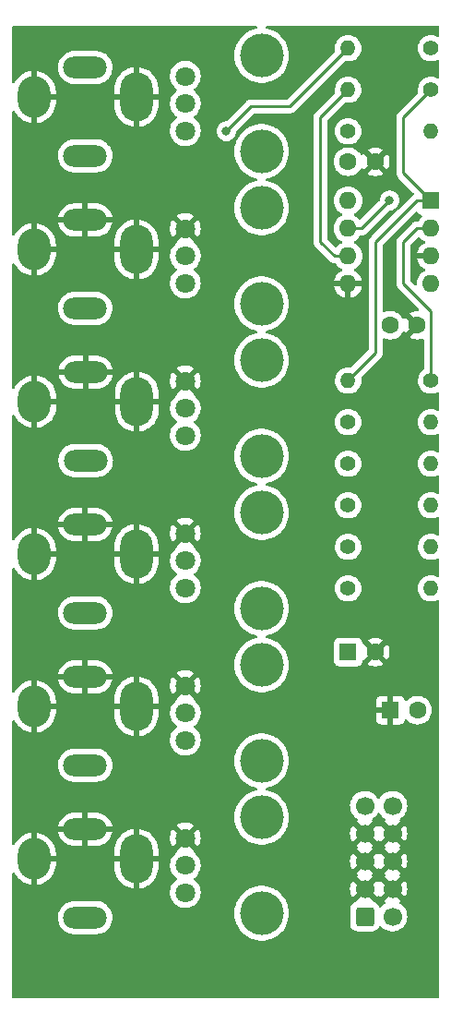
<source format=gbl>
%TF.GenerationSoftware,KiCad,Pcbnew,(6.0.1)*%
%TF.CreationDate,2022-09-27T15:47:43-04:00*%
%TF.ProjectId,SYNTH-MIXER-05,53594e54-482d-44d4-9958-45522d30352e,1*%
%TF.SameCoordinates,Original*%
%TF.FileFunction,Copper,L2,Bot*%
%TF.FilePolarity,Positive*%
%FSLAX46Y46*%
G04 Gerber Fmt 4.6, Leading zero omitted, Abs format (unit mm)*
G04 Created by KiCad (PCBNEW (6.0.1)) date 2022-09-27 15:47:43*
%MOMM*%
%LPD*%
G01*
G04 APERTURE LIST*
G04 Aperture macros list*
%AMRoundRect*
0 Rectangle with rounded corners*
0 $1 Rounding radius*
0 $2 $3 $4 $5 $6 $7 $8 $9 X,Y pos of 4 corners*
0 Add a 4 corners polygon primitive as box body*
4,1,4,$2,$3,$4,$5,$6,$7,$8,$9,$2,$3,0*
0 Add four circle primitives for the rounded corners*
1,1,$1+$1,$2,$3*
1,1,$1+$1,$4,$5*
1,1,$1+$1,$6,$7*
1,1,$1+$1,$8,$9*
0 Add four rect primitives between the rounded corners*
20,1,$1+$1,$2,$3,$4,$5,0*
20,1,$1+$1,$4,$5,$6,$7,0*
20,1,$1+$1,$6,$7,$8,$9,0*
20,1,$1+$1,$8,$9,$2,$3,0*%
G04 Aperture macros list end*
%TA.AperFunction,ComponentPad*%
%ADD10O,4.000000X2.000000*%
%TD*%
%TA.AperFunction,ComponentPad*%
%ADD11O,3.000000X4.500000*%
%TD*%
%TA.AperFunction,ComponentPad*%
%ADD12O,3.000000X3.800000*%
%TD*%
%TA.AperFunction,WasherPad*%
%ADD13C,4.000000*%
%TD*%
%TA.AperFunction,ComponentPad*%
%ADD14C,1.800000*%
%TD*%
%TA.AperFunction,ComponentPad*%
%ADD15C,1.600000*%
%TD*%
%TA.AperFunction,ComponentPad*%
%ADD16RoundRect,0.250000X-0.600000X-0.600000X0.600000X-0.600000X0.600000X0.600000X-0.600000X0.600000X0*%
%TD*%
%TA.AperFunction,ComponentPad*%
%ADD17C,1.700000*%
%TD*%
%TA.AperFunction,ComponentPad*%
%ADD18C,1.400000*%
%TD*%
%TA.AperFunction,ComponentPad*%
%ADD19O,1.400000X1.400000*%
%TD*%
%TA.AperFunction,ComponentPad*%
%ADD20R,1.600000X1.600000*%
%TD*%
%TA.AperFunction,ComponentPad*%
%ADD21O,1.600000X1.600000*%
%TD*%
%TA.AperFunction,ViaPad*%
%ADD22C,0.800000*%
%TD*%
%TA.AperFunction,Conductor*%
%ADD23C,0.254000*%
%TD*%
G04 APERTURE END LIST*
D10*
%TO.P,J5,T*%
%TO.N,/IN5*%
X73660000Y-120370000D03*
%TO.P,J5,TN*%
%TO.N,GND*%
X73660000Y-112270000D03*
D11*
%TO.P,J5,S*%
X78360000Y-114970000D03*
D12*
X68960000Y-114970000D03*
%TD*%
D10*
%TO.P,J4,T*%
%TO.N,/IN4*%
X73660000Y-106400000D03*
%TO.P,J4,TN*%
%TO.N,GND*%
X73660000Y-98300000D03*
D11*
%TO.P,J4,S*%
X78360000Y-101000000D03*
D12*
X68960000Y-101000000D03*
%TD*%
D10*
%TO.P,J3,T*%
%TO.N,/IN3*%
X73660000Y-92430000D03*
%TO.P,J3,TN*%
%TO.N,GND*%
X73660000Y-84330000D03*
D11*
%TO.P,J3,S*%
X78360000Y-87030000D03*
D12*
X68960000Y-87030000D03*
%TD*%
D10*
%TO.P,J2,T*%
%TO.N,/IN2*%
X73700005Y-78460000D03*
%TO.P,J2,TN*%
%TO.N,GND*%
X73700005Y-70360000D03*
D11*
%TO.P,J2,S*%
X78400005Y-73060000D03*
D12*
X69000005Y-73060000D03*
%TD*%
D10*
%TO.P,J1,T*%
%TO.N,/IN1*%
X73660000Y-64500008D03*
%TO.P,J1,TN*%
%TO.N,GND*%
X73660000Y-56400008D03*
D11*
%TO.P,J1,S*%
X78360000Y-59100008D03*
D12*
X68960000Y-59100008D03*
%TD*%
D10*
%TO.P,J7,T*%
%TO.N,/OUT*%
X73660000Y-50520000D03*
%TO.P,J7,TN*%
%TO.N,unconnected-(J7-PadTN)*%
X73660000Y-42420000D03*
D11*
%TO.P,J7,S*%
%TO.N,GND*%
X78360000Y-45120000D03*
D12*
X68960000Y-45120000D03*
%TD*%
D13*
%TO.P,RV5,*%
%TO.N,*%
X89850000Y-119970000D03*
X89850000Y-111170000D03*
D14*
%TO.P,RV5,1,1*%
%TO.N,/IN5*%
X82850000Y-118070000D03*
%TO.P,RV5,2,2*%
%TO.N,Net-(R5-Pad1)*%
X82850000Y-115570000D03*
%TO.P,RV5,3,3*%
%TO.N,GND*%
X82850000Y-113070000D03*
%TD*%
D13*
%TO.P,RV1,*%
%TO.N,*%
X89850000Y-64090000D03*
X89850000Y-55290000D03*
D14*
%TO.P,RV1,1,1*%
%TO.N,/IN1*%
X82850000Y-62190000D03*
%TO.P,RV1,2,2*%
%TO.N,Net-(R1-Pad1)*%
X82850000Y-59690000D03*
%TO.P,RV1,3,3*%
%TO.N,GND*%
X82850000Y-57190000D03*
%TD*%
D13*
%TO.P,RV3,*%
%TO.N,*%
X89850000Y-83230000D03*
X89850000Y-92030000D03*
D14*
%TO.P,RV3,1,1*%
%TO.N,/IN3*%
X82850000Y-90130000D03*
%TO.P,RV3,2,2*%
%TO.N,Net-(R3-Pad1)*%
X82850000Y-87630000D03*
%TO.P,RV3,3,3*%
%TO.N,GND*%
X82850000Y-85130000D03*
%TD*%
D13*
%TO.P,RV6,*%
%TO.N,*%
X89850000Y-50120000D03*
X89850000Y-41320000D03*
D14*
%TO.P,RV6,1,1*%
%TO.N,Net-(R8-Pad1)*%
X82850000Y-48220000D03*
%TO.P,RV6,2,2*%
%TO.N,Net-(R7-Pad2)*%
X82850000Y-45720000D03*
%TO.P,RV6,3,3*%
X82850000Y-43220000D03*
%TD*%
D13*
%TO.P,RV2,*%
%TO.N,*%
X89850000Y-78060000D03*
X89850000Y-69260000D03*
D14*
%TO.P,RV2,1,1*%
%TO.N,/IN2*%
X82850000Y-76160000D03*
%TO.P,RV2,2,2*%
%TO.N,Net-(R2-Pad1)*%
X82850000Y-73660000D03*
%TO.P,RV2,3,3*%
%TO.N,GND*%
X82850000Y-71160000D03*
%TD*%
D13*
%TO.P,RV4,*%
%TO.N,*%
X89850000Y-106000000D03*
X89850000Y-97200000D03*
D14*
%TO.P,RV4,1,1*%
%TO.N,/IN4*%
X82850000Y-104100000D03*
%TO.P,RV4,2,2*%
%TO.N,Net-(R4-Pad1)*%
X82850000Y-101600000D03*
%TO.P,RV4,3,3*%
%TO.N,GND*%
X82850000Y-99100000D03*
%TD*%
D15*
%TO.P,C2,1*%
%TO.N,GND*%
X104140000Y-66040000D03*
%TO.P,C2,2*%
%TO.N,-12V*%
X101640000Y-66040000D03*
%TD*%
D16*
%TO.P,J6,1,Pin_1*%
%TO.N,-12V*%
X99323500Y-120269000D03*
D17*
%TO.P,J6,2,Pin_2*%
X101863500Y-120269000D03*
%TO.P,J6,3,Pin_3*%
%TO.N,GND*%
X99323500Y-117729000D03*
%TO.P,J6,4,Pin_4*%
X101863500Y-117729000D03*
%TO.P,J6,5,Pin_5*%
X99323500Y-115189000D03*
%TO.P,J6,6,Pin_6*%
X101863500Y-115189000D03*
%TO.P,J6,7,Pin_7*%
X99323500Y-112649000D03*
%TO.P,J6,8,Pin_8*%
X101863500Y-112649000D03*
%TO.P,J6,9,Pin_9*%
%TO.N,+12V*%
X99323500Y-110109000D03*
%TO.P,J6,10,Pin_10*%
X101863500Y-110109000D03*
%TD*%
D18*
%TO.P,R3,1*%
%TO.N,Net-(R3-Pad1)*%
X97790000Y-82550000D03*
D19*
%TO.P,R3,2*%
%TO.N,Net-(R1-Pad2)*%
X105410000Y-82550000D03*
%TD*%
D18*
%TO.P,R8,1*%
%TO.N,Net-(R8-Pad1)*%
X97790000Y-48260000D03*
D19*
%TO.P,R8,2*%
%TO.N,Net-(R8-Pad2)*%
X105410000Y-48260000D03*
%TD*%
D18*
%TO.P,R5,1*%
%TO.N,Net-(R5-Pad1)*%
X97790000Y-90170000D03*
D19*
%TO.P,R5,2*%
%TO.N,Net-(R1-Pad2)*%
X105410000Y-90170000D03*
%TD*%
D18*
%TO.P,R2,1*%
%TO.N,Net-(R2-Pad1)*%
X97790000Y-78740000D03*
D19*
%TO.P,R2,2*%
%TO.N,Net-(R1-Pad2)*%
X105410000Y-78740000D03*
%TD*%
D18*
%TO.P,R4,1*%
%TO.N,Net-(R4-Pad1)*%
X97790000Y-86360000D03*
D19*
%TO.P,R4,2*%
%TO.N,Net-(R1-Pad2)*%
X105410000Y-86360000D03*
%TD*%
D18*
%TO.P,R9,1*%
%TO.N,Net-(R8-Pad2)*%
X105410000Y-40640000D03*
D19*
%TO.P,R9,2*%
%TO.N,/OUT*%
X97790000Y-40640000D03*
%TD*%
D15*
%TO.P,C1,1*%
%TO.N,+12V*%
X97790000Y-51054000D03*
%TO.P,C1,2*%
%TO.N,GND*%
X100290000Y-51054000D03*
%TD*%
D18*
%TO.P,R6,1*%
%TO.N,Net-(R1-Pad2)*%
X105410000Y-71120000D03*
D19*
%TO.P,R6,2*%
%TO.N,Net-(R6-Pad2)*%
X97790000Y-71120000D03*
%TD*%
D20*
%TO.P,U1,1*%
%TO.N,Net-(R6-Pad2)*%
X105400000Y-54620000D03*
D21*
%TO.P,U1,2,-*%
%TO.N,Net-(R1-Pad2)*%
X105400000Y-57160000D03*
%TO.P,U1,3,+*%
%TO.N,GND*%
X105400000Y-59700000D03*
%TO.P,U1,4,V-*%
%TO.N,-12V*%
X105400000Y-62240000D03*
%TO.P,U1,5,+*%
%TO.N,GND*%
X97780000Y-62240000D03*
%TO.P,U1,6,-*%
%TO.N,Net-(R7-Pad2)*%
X97780000Y-59700000D03*
%TO.P,U1,7*%
%TO.N,Net-(R8-Pad2)*%
X97780000Y-57160000D03*
%TO.P,U1,8,V+*%
%TO.N,+12V*%
X97780000Y-54620000D03*
%TD*%
D20*
%TO.P,C3,1*%
%TO.N,+12V*%
X97790000Y-96012000D03*
D15*
%TO.P,C3,2*%
%TO.N,GND*%
X100290000Y-96012000D03*
%TD*%
D18*
%TO.P,R7,1*%
%TO.N,Net-(R6-Pad2)*%
X105410000Y-44450000D03*
D19*
%TO.P,R7,2*%
%TO.N,Net-(R7-Pad2)*%
X97790000Y-44450000D03*
%TD*%
D20*
%TO.P,C4,1*%
%TO.N,GND*%
X101664888Y-101346000D03*
D15*
%TO.P,C4,2*%
%TO.N,-12V*%
X104164888Y-101346000D03*
%TD*%
D18*
%TO.P,R1,1*%
%TO.N,Net-(R1-Pad1)*%
X97790000Y-74930000D03*
D19*
%TO.P,R1,2*%
%TO.N,Net-(R1-Pad2)*%
X105410000Y-74930000D03*
%TD*%
D22*
%TO.N,Net-(R8-Pad2)*%
X101600000Y-54610000D03*
%TO.N,/OUT*%
X86614000Y-48260000D03*
%TD*%
D23*
%TO.N,Net-(R1-Pad2)*%
X102870000Y-62230000D02*
X102870000Y-58420000D01*
X105410000Y-71120000D02*
X105410000Y-64770000D01*
X105410000Y-64770000D02*
X102870000Y-62230000D01*
X104140000Y-57150000D02*
X104150000Y-57160000D01*
X104150000Y-57160000D02*
X105400000Y-57160000D01*
X102870000Y-58420000D02*
X104140000Y-57150000D01*
%TO.N,Net-(R6-Pad2)*%
X102870000Y-52090000D02*
X102870000Y-46990000D01*
X105400000Y-54620000D02*
X102870000Y-52090000D01*
X97790000Y-71120000D02*
X100330000Y-68580000D01*
X100330000Y-68580000D02*
X100330000Y-58420000D01*
X104130000Y-54620000D02*
X105400000Y-54620000D01*
X100330000Y-58420000D02*
X104130000Y-54620000D01*
X102870000Y-46990000D02*
X105410000Y-44450000D01*
%TO.N,Net-(R7-Pad2)*%
X95250000Y-46990000D02*
X97790000Y-44450000D01*
X97780000Y-59700000D02*
X96530000Y-59700000D01*
X96530000Y-59700000D02*
X95250000Y-58420000D01*
X95250000Y-58420000D02*
X95250000Y-46990000D01*
%TO.N,Net-(R8-Pad2)*%
X97780000Y-57160000D02*
X99050000Y-57160000D01*
X99050000Y-57160000D02*
X101600000Y-54610000D01*
%TO.N,/OUT*%
X86614000Y-48260000D02*
X88900000Y-45974000D01*
X88900000Y-45974000D02*
X92456000Y-45974000D01*
X92456000Y-45974000D02*
X97790000Y-40640000D01*
%TD*%
%TA.AperFunction,Conductor*%
%TO.N,GND*%
G36*
X89396407Y-38628002D02*
G01*
X89442900Y-38681658D01*
X89453004Y-38751932D01*
X89423510Y-38816512D01*
X89359621Y-38856042D01*
X89073298Y-38929557D01*
X89069629Y-38931010D01*
X89069628Y-38931010D01*
X88783495Y-39044298D01*
X88783490Y-39044300D01*
X88779821Y-39045753D01*
X88503221Y-39197816D01*
X88247860Y-39383346D01*
X88121116Y-39502367D01*
X88025064Y-39592566D01*
X88017767Y-39599418D01*
X87816568Y-39842625D01*
X87647438Y-40109131D01*
X87645754Y-40112710D01*
X87645750Y-40112717D01*
X87595216Y-40220108D01*
X87513044Y-40394734D01*
X87415505Y-40694928D01*
X87356359Y-41004980D01*
X87336540Y-41320000D01*
X87356359Y-41635020D01*
X87415505Y-41945072D01*
X87416732Y-41948848D01*
X87509830Y-42235373D01*
X87513044Y-42245266D01*
X87514731Y-42248852D01*
X87514733Y-42248856D01*
X87645750Y-42527283D01*
X87645754Y-42527290D01*
X87647438Y-42530869D01*
X87816568Y-42797375D01*
X87819093Y-42800427D01*
X87967015Y-42979233D01*
X88017767Y-43040582D01*
X88020657Y-43043296D01*
X88020658Y-43043297D01*
X88048241Y-43069199D01*
X88247860Y-43256654D01*
X88503221Y-43442184D01*
X88506690Y-43444091D01*
X88506693Y-43444093D01*
X88776352Y-43592340D01*
X88779821Y-43594247D01*
X88783490Y-43595700D01*
X88783495Y-43595702D01*
X88990177Y-43677533D01*
X89073298Y-43710443D01*
X89379025Y-43788940D01*
X89692179Y-43828500D01*
X90007821Y-43828500D01*
X90320975Y-43788940D01*
X90626702Y-43710443D01*
X90709823Y-43677533D01*
X90916505Y-43595702D01*
X90916510Y-43595700D01*
X90920179Y-43594247D01*
X90923648Y-43592340D01*
X91193307Y-43444093D01*
X91193310Y-43444091D01*
X91196779Y-43442184D01*
X91452140Y-43256654D01*
X91651759Y-43069199D01*
X91679342Y-43043297D01*
X91679343Y-43043296D01*
X91682233Y-43040582D01*
X91732986Y-42979233D01*
X91880907Y-42800427D01*
X91883432Y-42797375D01*
X92052562Y-42530869D01*
X92054246Y-42527290D01*
X92054250Y-42527283D01*
X92185267Y-42248856D01*
X92185269Y-42248852D01*
X92186956Y-42245266D01*
X92190171Y-42235373D01*
X92283268Y-41948848D01*
X92284495Y-41945072D01*
X92343641Y-41635020D01*
X92363460Y-41320000D01*
X92343641Y-41004980D01*
X92284495Y-40694928D01*
X92186956Y-40394734D01*
X92104784Y-40220108D01*
X92054250Y-40112717D01*
X92054246Y-40112710D01*
X92052562Y-40109131D01*
X91883432Y-39842625D01*
X91682233Y-39599418D01*
X91674937Y-39592566D01*
X91578884Y-39502367D01*
X91452140Y-39383346D01*
X91196779Y-39197816D01*
X90920179Y-39045753D01*
X90916510Y-39044300D01*
X90916505Y-39044298D01*
X90630372Y-38931010D01*
X90630371Y-38931010D01*
X90626702Y-38929557D01*
X90340379Y-38856042D01*
X90279373Y-38819727D01*
X90247684Y-38756195D01*
X90255374Y-38685616D01*
X90300001Y-38630399D01*
X90371714Y-38608000D01*
X106046000Y-38608000D01*
X106114121Y-38628002D01*
X106160614Y-38681658D01*
X106172000Y-38734000D01*
X106172000Y-39464114D01*
X106151998Y-39532235D01*
X106098342Y-39578728D01*
X106028068Y-39588832D01*
X105992750Y-39578309D01*
X105829892Y-39502367D01*
X105829891Y-39502366D01*
X105824910Y-39500044D01*
X105819602Y-39498622D01*
X105819600Y-39498621D01*
X105625970Y-39446738D01*
X105625968Y-39446738D01*
X105620655Y-39445314D01*
X105410000Y-39426884D01*
X105199345Y-39445314D01*
X105194032Y-39446738D01*
X105194030Y-39446738D01*
X105000400Y-39498621D01*
X105000398Y-39498622D01*
X104995090Y-39500044D01*
X104990109Y-39502366D01*
X104990108Y-39502367D01*
X104808423Y-39587088D01*
X104808420Y-39587090D01*
X104803442Y-39589411D01*
X104630224Y-39710699D01*
X104480699Y-39860224D01*
X104359411Y-40033442D01*
X104357090Y-40038420D01*
X104357088Y-40038423D01*
X104322444Y-40112717D01*
X104270044Y-40225090D01*
X104215314Y-40429345D01*
X104196884Y-40640000D01*
X104215314Y-40850655D01*
X104216738Y-40855968D01*
X104216738Y-40855970D01*
X104264219Y-41033169D01*
X104270044Y-41054910D01*
X104272366Y-41059891D01*
X104272367Y-41059892D01*
X104343069Y-41211512D01*
X104359411Y-41246558D01*
X104480699Y-41419776D01*
X104630224Y-41569301D01*
X104803442Y-41690589D01*
X104808420Y-41692910D01*
X104808423Y-41692912D01*
X104975457Y-41770801D01*
X104995090Y-41779956D01*
X105000398Y-41781378D01*
X105000400Y-41781379D01*
X105194030Y-41833262D01*
X105194032Y-41833262D01*
X105199345Y-41834686D01*
X105410000Y-41853116D01*
X105620655Y-41834686D01*
X105625968Y-41833262D01*
X105625970Y-41833262D01*
X105819600Y-41781379D01*
X105819602Y-41781378D01*
X105824910Y-41779956D01*
X105854672Y-41766078D01*
X105992750Y-41701691D01*
X106062942Y-41691030D01*
X106127754Y-41720010D01*
X106166611Y-41779430D01*
X106172000Y-41815886D01*
X106172000Y-43274114D01*
X106151998Y-43342235D01*
X106098342Y-43388728D01*
X106028068Y-43398832D01*
X105992750Y-43388309D01*
X105829892Y-43312367D01*
X105829891Y-43312366D01*
X105824910Y-43310044D01*
X105819602Y-43308622D01*
X105819600Y-43308621D01*
X105625970Y-43256738D01*
X105625968Y-43256738D01*
X105620655Y-43255314D01*
X105410000Y-43236884D01*
X105199345Y-43255314D01*
X105194032Y-43256738D01*
X105194030Y-43256738D01*
X105000400Y-43308621D01*
X105000398Y-43308622D01*
X104995090Y-43310044D01*
X104990109Y-43312366D01*
X104990108Y-43312367D01*
X104808423Y-43397088D01*
X104808420Y-43397090D01*
X104803442Y-43399411D01*
X104630224Y-43520699D01*
X104480699Y-43670224D01*
X104359411Y-43843442D01*
X104357090Y-43848420D01*
X104357088Y-43848423D01*
X104272367Y-44030108D01*
X104270044Y-44035090D01*
X104268622Y-44040398D01*
X104268621Y-44040400D01*
X104234037Y-44169470D01*
X104215314Y-44239345D01*
X104196884Y-44450000D01*
X104215314Y-44660655D01*
X104216740Y-44665975D01*
X104217123Y-44668149D01*
X104209259Y-44738709D01*
X104182134Y-44779133D01*
X102476517Y-46484750D01*
X102468191Y-46492326D01*
X102461697Y-46496447D01*
X102456274Y-46502222D01*
X102414915Y-46546265D01*
X102412160Y-46549107D01*
X102392361Y-46568906D01*
X102389937Y-46572031D01*
X102389929Y-46572040D01*
X102389863Y-46572126D01*
X102382155Y-46581151D01*
X102351783Y-46613494D01*
X102347965Y-46620438D01*
X102347964Y-46620440D01*
X102341978Y-46631329D01*
X102331127Y-46647847D01*
X102318650Y-46663933D01*
X102301024Y-46704666D01*
X102295807Y-46715314D01*
X102274431Y-46754197D01*
X102272460Y-46761872D01*
X102272458Y-46761878D01*
X102269369Y-46773911D01*
X102262966Y-46792613D01*
X102254883Y-46811292D01*
X102253644Y-46819117D01*
X102247940Y-46855127D01*
X102245535Y-46866740D01*
X102234500Y-46909718D01*
X102234500Y-46930065D01*
X102232949Y-46949776D01*
X102229765Y-46969879D01*
X102230511Y-46977771D01*
X102233941Y-47014056D01*
X102234500Y-47025914D01*
X102234500Y-52010980D01*
X102233970Y-52022214D01*
X102232292Y-52029719D01*
X102232541Y-52037638D01*
X102234438Y-52098012D01*
X102234500Y-52101969D01*
X102234500Y-52129983D01*
X102234996Y-52133908D01*
X102234996Y-52133909D01*
X102235008Y-52134004D01*
X102235941Y-52145849D01*
X102237335Y-52190205D01*
X102239547Y-52197817D01*
X102243013Y-52209748D01*
X102247023Y-52229112D01*
X102249573Y-52249299D01*
X102252489Y-52256663D01*
X102252490Y-52256668D01*
X102265907Y-52290556D01*
X102269752Y-52301785D01*
X102282131Y-52344393D01*
X102286169Y-52351220D01*
X102286170Y-52351223D01*
X102292488Y-52361906D01*
X102301188Y-52379664D01*
X102305761Y-52391215D01*
X102305765Y-52391221D01*
X102308681Y-52398588D01*
X102313339Y-52404999D01*
X102313340Y-52405001D01*
X102334764Y-52434488D01*
X102341281Y-52444410D01*
X102359826Y-52475768D01*
X102359829Y-52475772D01*
X102363866Y-52482598D01*
X102378250Y-52496982D01*
X102391091Y-52512016D01*
X102403058Y-52528487D01*
X102409166Y-52533540D01*
X102437255Y-52556777D01*
X102446035Y-52564767D01*
X103784493Y-53903225D01*
X103818519Y-53965537D01*
X103813454Y-54036352D01*
X103770907Y-54093188D01*
X103759540Y-54100772D01*
X103744229Y-54109827D01*
X103744226Y-54109829D01*
X103737402Y-54113865D01*
X103723014Y-54128253D01*
X103707980Y-54141094D01*
X103691513Y-54153058D01*
X103686460Y-54159166D01*
X103663228Y-54187249D01*
X103655238Y-54196029D01*
X102439078Y-55412189D01*
X102387866Y-55440154D01*
X102373981Y-55475817D01*
X102363296Y-55487971D01*
X99936517Y-57914750D01*
X99928191Y-57922326D01*
X99921697Y-57926447D01*
X99874915Y-57976265D01*
X99872160Y-57979107D01*
X99852361Y-57998906D01*
X99849937Y-58002031D01*
X99849929Y-58002040D01*
X99849863Y-58002126D01*
X99842155Y-58011151D01*
X99811783Y-58043494D01*
X99807965Y-58050438D01*
X99807964Y-58050440D01*
X99801978Y-58061329D01*
X99791127Y-58077847D01*
X99778650Y-58093933D01*
X99761024Y-58134666D01*
X99755807Y-58145314D01*
X99734431Y-58184197D01*
X99732460Y-58191872D01*
X99732458Y-58191878D01*
X99729369Y-58203911D01*
X99722966Y-58222613D01*
X99714883Y-58241292D01*
X99713644Y-58249117D01*
X99707940Y-58285127D01*
X99705535Y-58296740D01*
X99694500Y-58339718D01*
X99694500Y-58360065D01*
X99692949Y-58379776D01*
X99689765Y-58399879D01*
X99690511Y-58407771D01*
X99693941Y-58444056D01*
X99694500Y-58455914D01*
X99694500Y-68264577D01*
X99674498Y-68332698D01*
X99657595Y-68353672D01*
X98119133Y-69892134D01*
X98056821Y-69926160D01*
X98008149Y-69927123D01*
X98005975Y-69926740D01*
X98000655Y-69925314D01*
X97790000Y-69906884D01*
X97579345Y-69925314D01*
X97574032Y-69926738D01*
X97574030Y-69926738D01*
X97380400Y-69978621D01*
X97380398Y-69978622D01*
X97375090Y-69980044D01*
X97370109Y-69982366D01*
X97370108Y-69982367D01*
X97188423Y-70067088D01*
X97188420Y-70067090D01*
X97183442Y-70069411D01*
X97010224Y-70190699D01*
X96860699Y-70340224D01*
X96739411Y-70513442D01*
X96737090Y-70518420D01*
X96737088Y-70518423D01*
X96663041Y-70677218D01*
X96650044Y-70705090D01*
X96648622Y-70710398D01*
X96648621Y-70710400D01*
X96610407Y-70853016D01*
X96595314Y-70909345D01*
X96576884Y-71120000D01*
X96595314Y-71330655D01*
X96596738Y-71335968D01*
X96596738Y-71335970D01*
X96635499Y-71480626D01*
X96650044Y-71534910D01*
X96652366Y-71539891D01*
X96652367Y-71539892D01*
X96719910Y-71684737D01*
X96739411Y-71726558D01*
X96860699Y-71899776D01*
X97010224Y-72049301D01*
X97183442Y-72170589D01*
X97188420Y-72172910D01*
X97188423Y-72172912D01*
X97336748Y-72242077D01*
X97375090Y-72259956D01*
X97380398Y-72261378D01*
X97380400Y-72261379D01*
X97574030Y-72313262D01*
X97574032Y-72313262D01*
X97579345Y-72314686D01*
X97790000Y-72333116D01*
X98000655Y-72314686D01*
X98005968Y-72313262D01*
X98005970Y-72313262D01*
X98199600Y-72261379D01*
X98199602Y-72261378D01*
X98204910Y-72259956D01*
X98243252Y-72242077D01*
X98391577Y-72172912D01*
X98391580Y-72172910D01*
X98396558Y-72170589D01*
X98569776Y-72049301D01*
X98719301Y-71899776D01*
X98840589Y-71726558D01*
X98860091Y-71684737D01*
X98927633Y-71539892D01*
X98927634Y-71539891D01*
X98929956Y-71534910D01*
X98944502Y-71480626D01*
X98983262Y-71335970D01*
X98983262Y-71335968D01*
X98984686Y-71330655D01*
X99003116Y-71120000D01*
X98984686Y-70909345D01*
X98983262Y-70904030D01*
X98982876Y-70901840D01*
X98990745Y-70831281D01*
X99017867Y-70790865D01*
X100723477Y-69085255D01*
X100731803Y-69077678D01*
X100738303Y-69073553D01*
X100785101Y-69023718D01*
X100787855Y-69020877D01*
X100807638Y-69001094D01*
X100810129Y-68997883D01*
X100817838Y-68988856D01*
X100842789Y-68962286D01*
X100848217Y-68956506D01*
X100858022Y-68938671D01*
X100868876Y-68922147D01*
X100876491Y-68912330D01*
X100876492Y-68912329D01*
X100881349Y-68906067D01*
X100898969Y-68865350D01*
X100904192Y-68854689D01*
X100921749Y-68822753D01*
X100921751Y-68822748D01*
X100925569Y-68815803D01*
X100927539Y-68808129D01*
X100927542Y-68808122D01*
X100930632Y-68796087D01*
X100937036Y-68777382D01*
X100941967Y-68765987D01*
X100945117Y-68758708D01*
X100952060Y-68714873D01*
X100954467Y-68703251D01*
X100965500Y-68660282D01*
X100965500Y-68639935D01*
X100967051Y-68620224D01*
X100968995Y-68607950D01*
X100970235Y-68600121D01*
X100966059Y-68555944D01*
X100965500Y-68544086D01*
X100965500Y-67367026D01*
X100985502Y-67298905D01*
X101039158Y-67252412D01*
X101109432Y-67242308D01*
X101144749Y-67252831D01*
X101185770Y-67271959D01*
X101185775Y-67271961D01*
X101190757Y-67274284D01*
X101196065Y-67275706D01*
X101196067Y-67275707D01*
X101406598Y-67332119D01*
X101406600Y-67332119D01*
X101411913Y-67333543D01*
X101640000Y-67353498D01*
X101868087Y-67333543D01*
X101873400Y-67332119D01*
X101873402Y-67332119D01*
X102083933Y-67275707D01*
X102083935Y-67275706D01*
X102089243Y-67274284D01*
X102096436Y-67270930D01*
X102291762Y-67179849D01*
X102291767Y-67179846D01*
X102296749Y-67177523D01*
X102401611Y-67104098D01*
X102479789Y-67049357D01*
X102479792Y-67049355D01*
X102484300Y-67046198D01*
X102646198Y-66884300D01*
X102656522Y-66869557D01*
X102774369Y-66701253D01*
X102777523Y-66696749D01*
X102779847Y-66691765D01*
X102781171Y-66689472D01*
X102832553Y-66640479D01*
X102902267Y-66627043D01*
X102968178Y-66653429D01*
X102999409Y-66689472D01*
X103006066Y-66701002D01*
X103042509Y-66753048D01*
X103052988Y-66761424D01*
X103066434Y-66754356D01*
X103767978Y-66052812D01*
X103775592Y-66038868D01*
X103775461Y-66037035D01*
X103771210Y-66030420D01*
X103065713Y-65324923D01*
X103053938Y-65318493D01*
X103041923Y-65327789D01*
X103006066Y-65378998D01*
X102999409Y-65390528D01*
X102948027Y-65439521D01*
X102878313Y-65452958D01*
X102812402Y-65426571D01*
X102781171Y-65390528D01*
X102779847Y-65388235D01*
X102777523Y-65383251D01*
X102682500Y-65247544D01*
X102649357Y-65200211D01*
X102649355Y-65200208D01*
X102646198Y-65195700D01*
X102484300Y-65033802D01*
X102479792Y-65030645D01*
X102479789Y-65030643D01*
X102332208Y-64927306D01*
X102296749Y-64902477D01*
X102291767Y-64900154D01*
X102291762Y-64900151D01*
X102094225Y-64808039D01*
X102094224Y-64808039D01*
X102089243Y-64805716D01*
X102083935Y-64804294D01*
X102083933Y-64804293D01*
X101873402Y-64747881D01*
X101873400Y-64747881D01*
X101868087Y-64746457D01*
X101640000Y-64726502D01*
X101411913Y-64746457D01*
X101406600Y-64747881D01*
X101406598Y-64747881D01*
X101196067Y-64804293D01*
X101196065Y-64804294D01*
X101190757Y-64805716D01*
X101185775Y-64808039D01*
X101185770Y-64808041D01*
X101144749Y-64827169D01*
X101074557Y-64837830D01*
X101009745Y-64808849D01*
X100970889Y-64749429D01*
X100965500Y-64712974D01*
X100965500Y-58735422D01*
X100985502Y-58667301D01*
X101002405Y-58646327D01*
X103974926Y-55673806D01*
X104037238Y-55639780D01*
X104108053Y-55644845D01*
X104164847Y-55687336D01*
X104236739Y-55783261D01*
X104353295Y-55870615D01*
X104489684Y-55921745D01*
X104500474Y-55922917D01*
X104502606Y-55923803D01*
X104505222Y-55924425D01*
X104505121Y-55924848D01*
X104566035Y-55950155D01*
X104606463Y-56008517D01*
X104608922Y-56079471D01*
X104572629Y-56140490D01*
X104563969Y-56147489D01*
X104560207Y-56150646D01*
X104555700Y-56153802D01*
X104393802Y-56315700D01*
X104390645Y-56320208D01*
X104390643Y-56320211D01*
X104361230Y-56362217D01*
X104308676Y-56437273D01*
X104293594Y-56458812D01*
X104238137Y-56503140D01*
X104194341Y-56512479D01*
X104191984Y-56512553D01*
X104168318Y-56511063D01*
X104160121Y-56509765D01*
X104152229Y-56510511D01*
X104152226Y-56510511D01*
X104104021Y-56515068D01*
X104096121Y-56515565D01*
X104047717Y-56517086D01*
X104047716Y-56517086D01*
X104039795Y-56517335D01*
X104032188Y-56519545D01*
X104032187Y-56519545D01*
X104032077Y-56519577D01*
X104031820Y-56519652D01*
X104008526Y-56524095D01*
X104008347Y-56524112D01*
X104000268Y-56524876D01*
X103947246Y-56543965D01*
X103939729Y-56546407D01*
X103893222Y-56559918D01*
X103893218Y-56559920D01*
X103885607Y-56562131D01*
X103878461Y-56566358D01*
X103857008Y-56576453D01*
X103849196Y-56579265D01*
X103802572Y-56610950D01*
X103795913Y-56615176D01*
X103754225Y-56639830D01*
X103754223Y-56639831D01*
X103747401Y-56643866D01*
X103741538Y-56649729D01*
X103723264Y-56664847D01*
X103722956Y-56665056D01*
X103722952Y-56665060D01*
X103716396Y-56669515D01*
X103711152Y-56675463D01*
X103711151Y-56675464D01*
X103679125Y-56711791D01*
X103673706Y-56717561D01*
X102476517Y-57914750D01*
X102468191Y-57922326D01*
X102461697Y-57926447D01*
X102414915Y-57976265D01*
X102412160Y-57979107D01*
X102392361Y-57998906D01*
X102389937Y-58002031D01*
X102389929Y-58002040D01*
X102389863Y-58002126D01*
X102382155Y-58011151D01*
X102351783Y-58043494D01*
X102347965Y-58050438D01*
X102347964Y-58050440D01*
X102341978Y-58061329D01*
X102331127Y-58077847D01*
X102318650Y-58093933D01*
X102301024Y-58134666D01*
X102295807Y-58145314D01*
X102274431Y-58184197D01*
X102272460Y-58191872D01*
X102272458Y-58191878D01*
X102269369Y-58203911D01*
X102262966Y-58222613D01*
X102254883Y-58241292D01*
X102253644Y-58249117D01*
X102247940Y-58285127D01*
X102245535Y-58296740D01*
X102234500Y-58339718D01*
X102234500Y-58360065D01*
X102232949Y-58379776D01*
X102229765Y-58399879D01*
X102230511Y-58407771D01*
X102233941Y-58444056D01*
X102234500Y-58455914D01*
X102234500Y-62150980D01*
X102233970Y-62162214D01*
X102232292Y-62169719D01*
X102232541Y-62177638D01*
X102234438Y-62238012D01*
X102234500Y-62241969D01*
X102234500Y-62269983D01*
X102234996Y-62273908D01*
X102234996Y-62273909D01*
X102235008Y-62274004D01*
X102235941Y-62285849D01*
X102237335Y-62330205D01*
X102243013Y-62349748D01*
X102247023Y-62369112D01*
X102249573Y-62389299D01*
X102252489Y-62396663D01*
X102252490Y-62396668D01*
X102265907Y-62430556D01*
X102269752Y-62441785D01*
X102282131Y-62484393D01*
X102286169Y-62491220D01*
X102286170Y-62491223D01*
X102292488Y-62501906D01*
X102301188Y-62519664D01*
X102305761Y-62531215D01*
X102305765Y-62531221D01*
X102308681Y-62538588D01*
X102313339Y-62544999D01*
X102313340Y-62545001D01*
X102334764Y-62574488D01*
X102341281Y-62584410D01*
X102359826Y-62615768D01*
X102359829Y-62615772D01*
X102363866Y-62622598D01*
X102378250Y-62636982D01*
X102391091Y-62652016D01*
X102403058Y-62668487D01*
X102409166Y-62673540D01*
X102437255Y-62696777D01*
X102446035Y-62704767D01*
X104254958Y-64513690D01*
X104288984Y-64576002D01*
X104283919Y-64646817D01*
X104241372Y-64703653D01*
X104174852Y-64728464D01*
X104154881Y-64728306D01*
X104145474Y-64727483D01*
X104134525Y-64727483D01*
X103917481Y-64746472D01*
X103906688Y-64748375D01*
X103696239Y-64804764D01*
X103685947Y-64808510D01*
X103488489Y-64900586D01*
X103478994Y-64906069D01*
X103426952Y-64942509D01*
X103418576Y-64952988D01*
X103425644Y-64966434D01*
X104410115Y-65950905D01*
X104444141Y-66013217D01*
X104439076Y-66084032D01*
X104410115Y-66129095D01*
X103424923Y-67114287D01*
X103418493Y-67126062D01*
X103427789Y-67138077D01*
X103478994Y-67173931D01*
X103488489Y-67179414D01*
X103685947Y-67271490D01*
X103696239Y-67275236D01*
X103906688Y-67331625D01*
X103917481Y-67333528D01*
X104134525Y-67352517D01*
X104145475Y-67352517D01*
X104362519Y-67333528D01*
X104373312Y-67331625D01*
X104583761Y-67275236D01*
X104594059Y-67271488D01*
X104595255Y-67270930D01*
X104595832Y-67270842D01*
X104599226Y-67269607D01*
X104599474Y-67270289D01*
X104665447Y-67260272D01*
X104730258Y-67289254D01*
X104769112Y-67348676D01*
X104774500Y-67385127D01*
X104774500Y-70024084D01*
X104754498Y-70092205D01*
X104720771Y-70127297D01*
X104634735Y-70187540D01*
X104634732Y-70187542D01*
X104630224Y-70190699D01*
X104480699Y-70340224D01*
X104359411Y-70513442D01*
X104357090Y-70518420D01*
X104357088Y-70518423D01*
X104283041Y-70677218D01*
X104270044Y-70705090D01*
X104268622Y-70710398D01*
X104268621Y-70710400D01*
X104230407Y-70853016D01*
X104215314Y-70909345D01*
X104196884Y-71120000D01*
X104215314Y-71330655D01*
X104216738Y-71335968D01*
X104216738Y-71335970D01*
X104255499Y-71480626D01*
X104270044Y-71534910D01*
X104272366Y-71539891D01*
X104272367Y-71539892D01*
X104339910Y-71684737D01*
X104359411Y-71726558D01*
X104480699Y-71899776D01*
X104630224Y-72049301D01*
X104803442Y-72170589D01*
X104808420Y-72172910D01*
X104808423Y-72172912D01*
X104956748Y-72242077D01*
X104995090Y-72259956D01*
X105000398Y-72261378D01*
X105000400Y-72261379D01*
X105194030Y-72313262D01*
X105194032Y-72313262D01*
X105199345Y-72314686D01*
X105410000Y-72333116D01*
X105620655Y-72314686D01*
X105625968Y-72313262D01*
X105625970Y-72313262D01*
X105819600Y-72261379D01*
X105819602Y-72261378D01*
X105824910Y-72259956D01*
X105872656Y-72237692D01*
X105992750Y-72181691D01*
X106062942Y-72171030D01*
X106127754Y-72200010D01*
X106166611Y-72259430D01*
X106172000Y-72295886D01*
X106172000Y-73754114D01*
X106151998Y-73822235D01*
X106098342Y-73868728D01*
X106028068Y-73878832D01*
X105992750Y-73868309D01*
X105829892Y-73792367D01*
X105829891Y-73792366D01*
X105824910Y-73790044D01*
X105819602Y-73788622D01*
X105819600Y-73788621D01*
X105625970Y-73736738D01*
X105625968Y-73736738D01*
X105620655Y-73735314D01*
X105410000Y-73716884D01*
X105199345Y-73735314D01*
X105194032Y-73736738D01*
X105194030Y-73736738D01*
X105000400Y-73788621D01*
X105000398Y-73788622D01*
X104995090Y-73790044D01*
X104990109Y-73792366D01*
X104990108Y-73792367D01*
X104808423Y-73877088D01*
X104808420Y-73877090D01*
X104803442Y-73879411D01*
X104630224Y-74000699D01*
X104480699Y-74150224D01*
X104359411Y-74323442D01*
X104357090Y-74328420D01*
X104357088Y-74328423D01*
X104338182Y-74368967D01*
X104270044Y-74515090D01*
X104215314Y-74719345D01*
X104196884Y-74930000D01*
X104215314Y-75140655D01*
X104216738Y-75145968D01*
X104216738Y-75145970D01*
X104264549Y-75324401D01*
X104270044Y-75344910D01*
X104272366Y-75349891D01*
X104272367Y-75349892D01*
X104312555Y-75436074D01*
X104359411Y-75536558D01*
X104480699Y-75709776D01*
X104630224Y-75859301D01*
X104803442Y-75980589D01*
X104808420Y-75982910D01*
X104808423Y-75982912D01*
X104827250Y-75991691D01*
X104995090Y-76069956D01*
X105000398Y-76071378D01*
X105000400Y-76071379D01*
X105194030Y-76123262D01*
X105194032Y-76123262D01*
X105199345Y-76124686D01*
X105410000Y-76143116D01*
X105620655Y-76124686D01*
X105625968Y-76123262D01*
X105625970Y-76123262D01*
X105819600Y-76071379D01*
X105819602Y-76071378D01*
X105824910Y-76069956D01*
X105992750Y-75991691D01*
X106062942Y-75981030D01*
X106127754Y-76010010D01*
X106166611Y-76069430D01*
X106172000Y-76105886D01*
X106172000Y-77564114D01*
X106151998Y-77632235D01*
X106098342Y-77678728D01*
X106028068Y-77688832D01*
X105992750Y-77678309D01*
X105829892Y-77602367D01*
X105829891Y-77602366D01*
X105824910Y-77600044D01*
X105819602Y-77598622D01*
X105819600Y-77598621D01*
X105625970Y-77546738D01*
X105625968Y-77546738D01*
X105620655Y-77545314D01*
X105410000Y-77526884D01*
X105199345Y-77545314D01*
X105194032Y-77546738D01*
X105194030Y-77546738D01*
X105000400Y-77598621D01*
X105000398Y-77598622D01*
X104995090Y-77600044D01*
X104990109Y-77602366D01*
X104990108Y-77602367D01*
X104808423Y-77687088D01*
X104808420Y-77687090D01*
X104803442Y-77689411D01*
X104630224Y-77810699D01*
X104480699Y-77960224D01*
X104359411Y-78133442D01*
X104357090Y-78138420D01*
X104357088Y-78138423D01*
X104293227Y-78275373D01*
X104270044Y-78325090D01*
X104215314Y-78529345D01*
X104196884Y-78740000D01*
X104215314Y-78950655D01*
X104270044Y-79154910D01*
X104272366Y-79159891D01*
X104272367Y-79159892D01*
X104350584Y-79327628D01*
X104359411Y-79346558D01*
X104480699Y-79519776D01*
X104630224Y-79669301D01*
X104803442Y-79790589D01*
X104808420Y-79792910D01*
X104808423Y-79792912D01*
X104924053Y-79846831D01*
X104995090Y-79879956D01*
X105000398Y-79881378D01*
X105000400Y-79881379D01*
X105194030Y-79933262D01*
X105194032Y-79933262D01*
X105199345Y-79934686D01*
X105410000Y-79953116D01*
X105620655Y-79934686D01*
X105625968Y-79933262D01*
X105625970Y-79933262D01*
X105819600Y-79881379D01*
X105819602Y-79881378D01*
X105824910Y-79879956D01*
X105901077Y-79844439D01*
X105992750Y-79801691D01*
X106062942Y-79791030D01*
X106127754Y-79820010D01*
X106166611Y-79879430D01*
X106172000Y-79915886D01*
X106172000Y-81374114D01*
X106151998Y-81442235D01*
X106098342Y-81488728D01*
X106028068Y-81498832D01*
X105992750Y-81488309D01*
X105829892Y-81412367D01*
X105829891Y-81412366D01*
X105824910Y-81410044D01*
X105819602Y-81408622D01*
X105819600Y-81408621D01*
X105625970Y-81356738D01*
X105625968Y-81356738D01*
X105620655Y-81355314D01*
X105410000Y-81336884D01*
X105199345Y-81355314D01*
X105194032Y-81356738D01*
X105194030Y-81356738D01*
X105000400Y-81408621D01*
X105000398Y-81408622D01*
X104995090Y-81410044D01*
X104990109Y-81412366D01*
X104990108Y-81412367D01*
X104808423Y-81497088D01*
X104808420Y-81497090D01*
X104803442Y-81499411D01*
X104630224Y-81620699D01*
X104480699Y-81770224D01*
X104359411Y-81943442D01*
X104357090Y-81948420D01*
X104357088Y-81948423D01*
X104322444Y-82022717D01*
X104270044Y-82135090D01*
X104215314Y-82339345D01*
X104196884Y-82550000D01*
X104215314Y-82760655D01*
X104216738Y-82765968D01*
X104216738Y-82765970D01*
X104235382Y-82835548D01*
X104270044Y-82964910D01*
X104272366Y-82969891D01*
X104272367Y-82969892D01*
X104340440Y-83115874D01*
X104359411Y-83156558D01*
X104480699Y-83329776D01*
X104630224Y-83479301D01*
X104803442Y-83600589D01*
X104808420Y-83602910D01*
X104808423Y-83602912D01*
X104975935Y-83681024D01*
X104995090Y-83689956D01*
X105000398Y-83691378D01*
X105000400Y-83691379D01*
X105194030Y-83743262D01*
X105194032Y-83743262D01*
X105199345Y-83744686D01*
X105410000Y-83763116D01*
X105620655Y-83744686D01*
X105625968Y-83743262D01*
X105625970Y-83743262D01*
X105819600Y-83691379D01*
X105819602Y-83691378D01*
X105824910Y-83689956D01*
X105863591Y-83671919D01*
X105992750Y-83611691D01*
X106062942Y-83601030D01*
X106127754Y-83630010D01*
X106166611Y-83689430D01*
X106172000Y-83725886D01*
X106172000Y-85184114D01*
X106151998Y-85252235D01*
X106098342Y-85298728D01*
X106028068Y-85308832D01*
X105992750Y-85298309D01*
X105829892Y-85222367D01*
X105829891Y-85222366D01*
X105824910Y-85220044D01*
X105819602Y-85218622D01*
X105819600Y-85218621D01*
X105625970Y-85166738D01*
X105625968Y-85166738D01*
X105620655Y-85165314D01*
X105410000Y-85146884D01*
X105199345Y-85165314D01*
X105194032Y-85166738D01*
X105194030Y-85166738D01*
X105000400Y-85218621D01*
X105000398Y-85218622D01*
X104995090Y-85220044D01*
X104990109Y-85222366D01*
X104990108Y-85222367D01*
X104808423Y-85307088D01*
X104808420Y-85307090D01*
X104803442Y-85309411D01*
X104630224Y-85430699D01*
X104480699Y-85580224D01*
X104359411Y-85753442D01*
X104357090Y-85758420D01*
X104357088Y-85758423D01*
X104283711Y-85915781D01*
X104270044Y-85945090D01*
X104268622Y-85950398D01*
X104268621Y-85950400D01*
X104234037Y-86079470D01*
X104215314Y-86149345D01*
X104196884Y-86360000D01*
X104215314Y-86570655D01*
X104270044Y-86774910D01*
X104272366Y-86779891D01*
X104272367Y-86779892D01*
X104355324Y-86957793D01*
X104359411Y-86966558D01*
X104480699Y-87139776D01*
X104630224Y-87289301D01*
X104803442Y-87410589D01*
X104808420Y-87412910D01*
X104808423Y-87412912D01*
X104827250Y-87421691D01*
X104995090Y-87499956D01*
X105000398Y-87501378D01*
X105000400Y-87501379D01*
X105194030Y-87553262D01*
X105194032Y-87553262D01*
X105199345Y-87554686D01*
X105410000Y-87573116D01*
X105620655Y-87554686D01*
X105625968Y-87553262D01*
X105625970Y-87553262D01*
X105819600Y-87501379D01*
X105819602Y-87501378D01*
X105824910Y-87499956D01*
X105992750Y-87421691D01*
X106062942Y-87411030D01*
X106127754Y-87440010D01*
X106166611Y-87499430D01*
X106172000Y-87535886D01*
X106172000Y-88994114D01*
X106151998Y-89062235D01*
X106098342Y-89108728D01*
X106028068Y-89118832D01*
X105992750Y-89108309D01*
X105829892Y-89032367D01*
X105829891Y-89032366D01*
X105824910Y-89030044D01*
X105819602Y-89028622D01*
X105819600Y-89028621D01*
X105625970Y-88976738D01*
X105625968Y-88976738D01*
X105620655Y-88975314D01*
X105410000Y-88956884D01*
X105199345Y-88975314D01*
X105194032Y-88976738D01*
X105194030Y-88976738D01*
X105000400Y-89028621D01*
X105000398Y-89028622D01*
X104995090Y-89030044D01*
X104990109Y-89032366D01*
X104990108Y-89032367D01*
X104808423Y-89117088D01*
X104808420Y-89117090D01*
X104803442Y-89119411D01*
X104630224Y-89240699D01*
X104480699Y-89390224D01*
X104359411Y-89563442D01*
X104357090Y-89568420D01*
X104357088Y-89568423D01*
X104272367Y-89750108D01*
X104270044Y-89755090D01*
X104268622Y-89760398D01*
X104268621Y-89760400D01*
X104216738Y-89954030D01*
X104215314Y-89959345D01*
X104196884Y-90170000D01*
X104215314Y-90380655D01*
X104270044Y-90584910D01*
X104272366Y-90589891D01*
X104272367Y-90589892D01*
X104355065Y-90767237D01*
X104359411Y-90776558D01*
X104480699Y-90949776D01*
X104630224Y-91099301D01*
X104803442Y-91220589D01*
X104808420Y-91222910D01*
X104808423Y-91222912D01*
X104947426Y-91287730D01*
X104995090Y-91309956D01*
X105000398Y-91311378D01*
X105000400Y-91311379D01*
X105194030Y-91363262D01*
X105194032Y-91363262D01*
X105199345Y-91364686D01*
X105410000Y-91383116D01*
X105620655Y-91364686D01*
X105625968Y-91363262D01*
X105625970Y-91363262D01*
X105819600Y-91311379D01*
X105819602Y-91311378D01*
X105824910Y-91309956D01*
X105879662Y-91284425D01*
X105992750Y-91231691D01*
X106062942Y-91221030D01*
X106127754Y-91250010D01*
X106166611Y-91309430D01*
X106172000Y-91345886D01*
X106172000Y-127636000D01*
X106151998Y-127704121D01*
X106098342Y-127750614D01*
X106046000Y-127762000D01*
X67074000Y-127762000D01*
X67005879Y-127741998D01*
X66959386Y-127688342D01*
X66948000Y-127636000D01*
X66948000Y-120422817D01*
X71147514Y-120422817D01*
X71148095Y-120427837D01*
X71148095Y-120427841D01*
X71167882Y-120598848D01*
X71175415Y-120663956D01*
X71176791Y-120668820D01*
X71176792Y-120668823D01*
X71222476Y-120830266D01*
X71241510Y-120897532D01*
X71243644Y-120902108D01*
X71243646Y-120902114D01*
X71341962Y-121112954D01*
X71344099Y-121117536D01*
X71480544Y-121318307D01*
X71647332Y-121494681D01*
X71651358Y-121497759D01*
X71651359Y-121497760D01*
X71836154Y-121639047D01*
X71836158Y-121639050D01*
X71840174Y-121642120D01*
X72054109Y-121756831D01*
X72283631Y-121835862D01*
X72382978Y-121853022D01*
X72518926Y-121876504D01*
X72518932Y-121876505D01*
X72522836Y-121877179D01*
X72526797Y-121877359D01*
X72526798Y-121877359D01*
X72550506Y-121878436D01*
X72550525Y-121878436D01*
X72551925Y-121878500D01*
X74721001Y-121878500D01*
X74723509Y-121878298D01*
X74723514Y-121878298D01*
X74896924Y-121864346D01*
X74896929Y-121864345D01*
X74901965Y-121863940D01*
X74906873Y-121862734D01*
X74906876Y-121862734D01*
X75132792Y-121807244D01*
X75137706Y-121806037D01*
X75142358Y-121804062D01*
X75142362Y-121804061D01*
X75356498Y-121713165D01*
X75361156Y-121711188D01*
X75467037Y-121644511D01*
X75562288Y-121584528D01*
X75562291Y-121584526D01*
X75566567Y-121581833D01*
X75665422Y-121494681D01*
X75744858Y-121424650D01*
X75744861Y-121424647D01*
X75748655Y-121421302D01*
X75775811Y-121388242D01*
X75899526Y-121237628D01*
X75899528Y-121237625D01*
X75902734Y-121233722D01*
X76024841Y-121023922D01*
X76111833Y-120797298D01*
X76116397Y-120775453D01*
X76160440Y-120564631D01*
X76160440Y-120564627D01*
X76161474Y-120559680D01*
X76172486Y-120317183D01*
X76168306Y-120281057D01*
X76145167Y-120081071D01*
X76145166Y-120081067D01*
X76144585Y-120076044D01*
X76134766Y-120041342D01*
X76114578Y-119970000D01*
X87336540Y-119970000D01*
X87356359Y-120285020D01*
X87415505Y-120595072D01*
X87513044Y-120895266D01*
X87514731Y-120898852D01*
X87514733Y-120898856D01*
X87645750Y-121177283D01*
X87645754Y-121177290D01*
X87647438Y-121180869D01*
X87816568Y-121447375D01*
X87910195Y-121560550D01*
X87965310Y-121627172D01*
X88017767Y-121690582D01*
X88247860Y-121906654D01*
X88503221Y-122092184D01*
X88779821Y-122244247D01*
X88783490Y-122245700D01*
X88783495Y-122245702D01*
X89069628Y-122358990D01*
X89073298Y-122360443D01*
X89379025Y-122438940D01*
X89692179Y-122478500D01*
X90007821Y-122478500D01*
X90320975Y-122438940D01*
X90626702Y-122360443D01*
X90630372Y-122358990D01*
X90916505Y-122245702D01*
X90916510Y-122245700D01*
X90920179Y-122244247D01*
X91196779Y-122092184D01*
X91452140Y-121906654D01*
X91682233Y-121690582D01*
X91734691Y-121627172D01*
X91789805Y-121560550D01*
X91883432Y-121447375D01*
X92052562Y-121180869D01*
X92054246Y-121177290D01*
X92054250Y-121177283D01*
X92175600Y-120919400D01*
X97965000Y-120919400D01*
X97965337Y-120922646D01*
X97965337Y-120922650D01*
X97970798Y-120975277D01*
X97975974Y-121025166D01*
X97978155Y-121031702D01*
X97978155Y-121031704D01*
X98022228Y-121163806D01*
X98031950Y-121192946D01*
X98125022Y-121343348D01*
X98250197Y-121468305D01*
X98256427Y-121472145D01*
X98256428Y-121472146D01*
X98393590Y-121556694D01*
X98400762Y-121561115D01*
X98454871Y-121579062D01*
X98562111Y-121614632D01*
X98562113Y-121614632D01*
X98568639Y-121616797D01*
X98575475Y-121617497D01*
X98575478Y-121617498D01*
X98614872Y-121621534D01*
X98673100Y-121627500D01*
X99973900Y-121627500D01*
X99977146Y-121627163D01*
X99977150Y-121627163D01*
X100072808Y-121617238D01*
X100072812Y-121617237D01*
X100079666Y-121616526D01*
X100086202Y-121614345D01*
X100086204Y-121614345D01*
X100218306Y-121570272D01*
X100247446Y-121560550D01*
X100397848Y-121467478D01*
X100522805Y-121342303D01*
X100537597Y-121318307D01*
X100611776Y-121197966D01*
X100615615Y-121191738D01*
X100617918Y-121184795D01*
X100620263Y-121179766D01*
X100667180Y-121126481D01*
X100735458Y-121107021D01*
X100803418Y-121127564D01*
X100829694Y-121150520D01*
X100905150Y-121237628D01*
X100909750Y-121242938D01*
X101081626Y-121385632D01*
X101274500Y-121498338D01*
X101483192Y-121578030D01*
X101488260Y-121579061D01*
X101488263Y-121579062D01*
X101595517Y-121600883D01*
X101702097Y-121622567D01*
X101707272Y-121622757D01*
X101707274Y-121622757D01*
X101920173Y-121630564D01*
X101920177Y-121630564D01*
X101925337Y-121630753D01*
X101930457Y-121630097D01*
X101930459Y-121630097D01*
X102141788Y-121603025D01*
X102141789Y-121603025D01*
X102146916Y-121602368D01*
X102151866Y-121600883D01*
X102355929Y-121539661D01*
X102355934Y-121539659D01*
X102360884Y-121538174D01*
X102561494Y-121439896D01*
X102743360Y-121310173D01*
X102901596Y-121152489D01*
X103031953Y-120971077D01*
X103059108Y-120916134D01*
X103128636Y-120775453D01*
X103128637Y-120775451D01*
X103130930Y-120770811D01*
X103185509Y-120591171D01*
X103194365Y-120562023D01*
X103194365Y-120562021D01*
X103195870Y-120557069D01*
X103225029Y-120335590D01*
X103225479Y-120317183D01*
X103226574Y-120272365D01*
X103226574Y-120272361D01*
X103226656Y-120269000D01*
X103208352Y-120046361D01*
X103153931Y-119829702D01*
X103064854Y-119624840D01*
X102972242Y-119481683D01*
X102946322Y-119441617D01*
X102946320Y-119441614D01*
X102943514Y-119437277D01*
X102793170Y-119272051D01*
X102789119Y-119268852D01*
X102789115Y-119268848D01*
X102621914Y-119136800D01*
X102621910Y-119136798D01*
X102617859Y-119133598D01*
X102576069Y-119110529D01*
X102526098Y-119060097D01*
X102511326Y-118990654D01*
X102536442Y-118924248D01*
X102563793Y-118897642D01*
X102612747Y-118862723D01*
X102621148Y-118852023D01*
X102614160Y-118838870D01*
X101876312Y-118101022D01*
X101862368Y-118093408D01*
X101860535Y-118093539D01*
X101853920Y-118097790D01*
X101110237Y-118841473D01*
X101103477Y-118853853D01*
X101108758Y-118860907D01*
X101155469Y-118888203D01*
X101204193Y-118939841D01*
X101217264Y-119009624D01*
X101190533Y-119075396D01*
X101150084Y-119108752D01*
X101137107Y-119115507D01*
X101132974Y-119118610D01*
X101132971Y-119118612D01*
X100968314Y-119242240D01*
X100958465Y-119249635D01*
X100828261Y-119385886D01*
X100824527Y-119389793D01*
X100763003Y-119425223D01*
X100692090Y-119421766D01*
X100634304Y-119380520D01*
X100619333Y-119356194D01*
X100617365Y-119351994D01*
X100615050Y-119345054D01*
X100521978Y-119194652D01*
X100396803Y-119069695D01*
X100303784Y-119012357D01*
X100252468Y-118980725D01*
X100252466Y-118980724D01*
X100246238Y-118976885D01*
X100192474Y-118959052D01*
X100171140Y-118951976D01*
X100112780Y-118911545D01*
X100102229Y-118886146D01*
X100099924Y-118887370D01*
X100074160Y-118838870D01*
X99336312Y-118101022D01*
X99322368Y-118093408D01*
X99320535Y-118093539D01*
X99313920Y-118097790D01*
X98570237Y-118841473D01*
X98547485Y-118883139D01*
X98545277Y-118893287D01*
X98495074Y-118943488D01*
X98474567Y-118952424D01*
X98399554Y-118977450D01*
X98249152Y-119070522D01*
X98243979Y-119075704D01*
X98186186Y-119133598D01*
X98124195Y-119195697D01*
X98120355Y-119201927D01*
X98120354Y-119201928D01*
X98035966Y-119338831D01*
X98031385Y-119346262D01*
X97975703Y-119514139D01*
X97965000Y-119618600D01*
X97965000Y-120919400D01*
X92175600Y-120919400D01*
X92185267Y-120898856D01*
X92185269Y-120898852D01*
X92186956Y-120895266D01*
X92284495Y-120595072D01*
X92343641Y-120285020D01*
X92363460Y-119970000D01*
X92343641Y-119654980D01*
X92284495Y-119344928D01*
X92229050Y-119174287D01*
X92188182Y-119048507D01*
X92188182Y-119048506D01*
X92186956Y-119044734D01*
X92185267Y-119041144D01*
X92054250Y-118762717D01*
X92054246Y-118762710D01*
X92052562Y-118759131D01*
X91883432Y-118492625D01*
X91763617Y-118347794D01*
X91684758Y-118252470D01*
X91684757Y-118252469D01*
X91682233Y-118249418D01*
X91452140Y-118033346D01*
X91196779Y-117847816D01*
X91190417Y-117844318D01*
X90929474Y-117700863D01*
X97961550Y-117700863D01*
X97973809Y-117913477D01*
X97975245Y-117923697D01*
X98022065Y-118131446D01*
X98025145Y-118141275D01*
X98105270Y-118338603D01*
X98109913Y-118347794D01*
X98189960Y-118478420D01*
X98200416Y-118487880D01*
X98209194Y-118484096D01*
X98951478Y-117741812D01*
X98957856Y-117730132D01*
X99687908Y-117730132D01*
X99688039Y-117731965D01*
X99692290Y-117738580D01*
X100433974Y-118480264D01*
X100445984Y-118486823D01*
X100457723Y-118477855D01*
X100491522Y-118430819D01*
X100492649Y-118431629D01*
X100540159Y-118387881D01*
X100610096Y-118375661D01*
X100675538Y-118403191D01*
X100703370Y-118435029D01*
X100729959Y-118478419D01*
X100740416Y-118487880D01*
X100749194Y-118484096D01*
X101491478Y-117741812D01*
X101497856Y-117730132D01*
X102227908Y-117730132D01*
X102228039Y-117731965D01*
X102232290Y-117738580D01*
X102973974Y-118480264D01*
X102985984Y-118486823D01*
X102997723Y-118477855D01*
X103028504Y-118435019D01*
X103033815Y-118426180D01*
X103128170Y-118235267D01*
X103131969Y-118225672D01*
X103193876Y-118021915D01*
X103196055Y-118011834D01*
X103224090Y-117798887D01*
X103224609Y-117792212D01*
X103226072Y-117732364D01*
X103225878Y-117725646D01*
X103208281Y-117511604D01*
X103206596Y-117501424D01*
X103154714Y-117294875D01*
X103151394Y-117285124D01*
X103066472Y-117089814D01*
X103061605Y-117080739D01*
X102996563Y-116980197D01*
X102985877Y-116970995D01*
X102976312Y-116975398D01*
X102235522Y-117716188D01*
X102227908Y-117730132D01*
X101497856Y-117730132D01*
X101499092Y-117727868D01*
X101498961Y-117726035D01*
X101494710Y-117719420D01*
X100753349Y-116978059D01*
X100741813Y-116971759D01*
X100729528Y-116981384D01*
X100696692Y-117029520D01*
X100641781Y-117074523D01*
X100571256Y-117082694D01*
X100507509Y-117051440D01*
X100486811Y-117026955D01*
X100456562Y-116980197D01*
X100445877Y-116970995D01*
X100436312Y-116975398D01*
X99695522Y-117716188D01*
X99687908Y-117730132D01*
X98957856Y-117730132D01*
X98959092Y-117727868D01*
X98958961Y-117726035D01*
X98954710Y-117719420D01*
X98213349Y-116978059D01*
X98201813Y-116971759D01*
X98189531Y-116981382D01*
X98141589Y-117051662D01*
X98136504Y-117060613D01*
X98046838Y-117253783D01*
X98043275Y-117263470D01*
X97986364Y-117468681D01*
X97984433Y-117478800D01*
X97961802Y-117690574D01*
X97961550Y-117700863D01*
X90929474Y-117700863D01*
X90923648Y-117697660D01*
X90923647Y-117697659D01*
X90920179Y-117695753D01*
X90916510Y-117694300D01*
X90916505Y-117694298D01*
X90630372Y-117581010D01*
X90630371Y-117581010D01*
X90626702Y-117579557D01*
X90320975Y-117501060D01*
X90007821Y-117461500D01*
X89692179Y-117461500D01*
X89379025Y-117501060D01*
X89073298Y-117579557D01*
X89069629Y-117581010D01*
X89069628Y-117581010D01*
X88783495Y-117694298D01*
X88783490Y-117694300D01*
X88779821Y-117695753D01*
X88776353Y-117697659D01*
X88776352Y-117697660D01*
X88509584Y-117844318D01*
X88503221Y-117847816D01*
X88247860Y-118033346D01*
X88017767Y-118249418D01*
X88015243Y-118252469D01*
X88015242Y-118252470D01*
X87936383Y-118347794D01*
X87816568Y-118492625D01*
X87647438Y-118759131D01*
X87645754Y-118762710D01*
X87645750Y-118762717D01*
X87514733Y-119041144D01*
X87513044Y-119044734D01*
X87511818Y-119048506D01*
X87511818Y-119048507D01*
X87470950Y-119174287D01*
X87415505Y-119344928D01*
X87356359Y-119654980D01*
X87336540Y-119970000D01*
X76114578Y-119970000D01*
X76079866Y-119847331D01*
X76078490Y-119842468D01*
X76076356Y-119837892D01*
X76076354Y-119837886D01*
X75978038Y-119627046D01*
X75978036Y-119627042D01*
X75975901Y-119622464D01*
X75839456Y-119421693D01*
X75672668Y-119245319D01*
X75668641Y-119242240D01*
X75483846Y-119100953D01*
X75483842Y-119100950D01*
X75479826Y-119097880D01*
X75265891Y-118983169D01*
X75036369Y-118904138D01*
X74932204Y-118886146D01*
X74801074Y-118863496D01*
X74801068Y-118863495D01*
X74797164Y-118862821D01*
X74793203Y-118862641D01*
X74793202Y-118862641D01*
X74769494Y-118861564D01*
X74769475Y-118861564D01*
X74768075Y-118861500D01*
X72598999Y-118861500D01*
X72596491Y-118861702D01*
X72596486Y-118861702D01*
X72423076Y-118875654D01*
X72423071Y-118875655D01*
X72418035Y-118876060D01*
X72413127Y-118877266D01*
X72413124Y-118877266D01*
X72221847Y-118924248D01*
X72182294Y-118933963D01*
X72177642Y-118935938D01*
X72177638Y-118935939D01*
X72041829Y-118993587D01*
X71958844Y-119028812D01*
X71927569Y-119048507D01*
X71757712Y-119155472D01*
X71757709Y-119155474D01*
X71753433Y-119158167D01*
X71749639Y-119161512D01*
X71575142Y-119315350D01*
X71575139Y-119315353D01*
X71571345Y-119318698D01*
X71568135Y-119322606D01*
X71568134Y-119322607D01*
X71462708Y-119450956D01*
X71417266Y-119506278D01*
X71295159Y-119716078D01*
X71208167Y-119942702D01*
X71207133Y-119947652D01*
X71207132Y-119947655D01*
X71186512Y-120046361D01*
X71158526Y-120180320D01*
X71147514Y-120422817D01*
X66948000Y-120422817D01*
X66948000Y-118035469D01*
X81437095Y-118035469D01*
X81437392Y-118040622D01*
X81437392Y-118040625D01*
X81443067Y-118139041D01*
X81450427Y-118266697D01*
X81451564Y-118271743D01*
X81451565Y-118271749D01*
X81474983Y-118375661D01*
X81501346Y-118492642D01*
X81503288Y-118497424D01*
X81503289Y-118497428D01*
X81586540Y-118702450D01*
X81588484Y-118707237D01*
X81591183Y-118711641D01*
X81698870Y-118887370D01*
X81709501Y-118904719D01*
X81861147Y-119079784D01*
X82039349Y-119227730D01*
X82239322Y-119344584D01*
X82455694Y-119427209D01*
X82460760Y-119428240D01*
X82460761Y-119428240D01*
X82486404Y-119433457D01*
X82682656Y-119473385D01*
X82813324Y-119478176D01*
X82908949Y-119481683D01*
X82908953Y-119481683D01*
X82914113Y-119481872D01*
X82919233Y-119481216D01*
X82919235Y-119481216D01*
X82992270Y-119471860D01*
X83143847Y-119452442D01*
X83148795Y-119450957D01*
X83148802Y-119450956D01*
X83360747Y-119387369D01*
X83365690Y-119385886D01*
X83370324Y-119383616D01*
X83569049Y-119286262D01*
X83569052Y-119286260D01*
X83573684Y-119283991D01*
X83762243Y-119149494D01*
X83926303Y-118986005D01*
X83929525Y-118981522D01*
X83981908Y-118908622D01*
X84061458Y-118797917D01*
X84082282Y-118755784D01*
X84161784Y-118594922D01*
X84161785Y-118594920D01*
X84164078Y-118590280D01*
X84231408Y-118368671D01*
X84261640Y-118139041D01*
X84263327Y-118070000D01*
X84251299Y-117923697D01*
X84244773Y-117844318D01*
X84244772Y-117844312D01*
X84244349Y-117839167D01*
X84202298Y-117671754D01*
X84189184Y-117619544D01*
X84189183Y-117619540D01*
X84187925Y-117614533D01*
X84176254Y-117587692D01*
X84097630Y-117406868D01*
X84097628Y-117406865D01*
X84095570Y-117402131D01*
X83969764Y-117207665D01*
X83813887Y-117036358D01*
X83809836Y-117033159D01*
X83809832Y-117033155D01*
X83663690Y-116917740D01*
X83622627Y-116859823D01*
X83619395Y-116788900D01*
X83655020Y-116727489D01*
X83668613Y-116716279D01*
X83762243Y-116649494D01*
X83926303Y-116486005D01*
X84050007Y-116313853D01*
X98563477Y-116313853D01*
X98568758Y-116320907D01*
X98615979Y-116348501D01*
X98664703Y-116400139D01*
X98677774Y-116469922D01*
X98651043Y-116535694D01*
X98610587Y-116569053D01*
X98601966Y-116573541D01*
X98593234Y-116579039D01*
X98573177Y-116594099D01*
X98564723Y-116605427D01*
X98571468Y-116617758D01*
X99310688Y-117356978D01*
X99324632Y-117364592D01*
X99326465Y-117364461D01*
X99333080Y-117360210D01*
X100076889Y-116616401D01*
X100083910Y-116603544D01*
X100077111Y-116594213D01*
X100073059Y-116591521D01*
X100035616Y-116570852D01*
X99985645Y-116520420D01*
X99970873Y-116450977D01*
X99995989Y-116384572D01*
X100023340Y-116357965D01*
X100072747Y-116322723D01*
X100079711Y-116313853D01*
X101103477Y-116313853D01*
X101108758Y-116320907D01*
X101155979Y-116348501D01*
X101204703Y-116400139D01*
X101217774Y-116469922D01*
X101191043Y-116535694D01*
X101150587Y-116569053D01*
X101141966Y-116573541D01*
X101133234Y-116579039D01*
X101113177Y-116594099D01*
X101104723Y-116605427D01*
X101111468Y-116617758D01*
X101850688Y-117356978D01*
X101864632Y-117364592D01*
X101866465Y-117364461D01*
X101873080Y-117360210D01*
X102616889Y-116616401D01*
X102623910Y-116603544D01*
X102617111Y-116594213D01*
X102613059Y-116591521D01*
X102575616Y-116570852D01*
X102525645Y-116520420D01*
X102510873Y-116450977D01*
X102535989Y-116384572D01*
X102563340Y-116357965D01*
X102612747Y-116322723D01*
X102621148Y-116312023D01*
X102614160Y-116298870D01*
X101876312Y-115561022D01*
X101862368Y-115553408D01*
X101860535Y-115553539D01*
X101853920Y-115557790D01*
X101110237Y-116301473D01*
X101103477Y-116313853D01*
X100079711Y-116313853D01*
X100081148Y-116312023D01*
X100074160Y-116298870D01*
X99336312Y-115561022D01*
X99322368Y-115553408D01*
X99320535Y-115553539D01*
X99313920Y-115557790D01*
X98570237Y-116301473D01*
X98563477Y-116313853D01*
X84050007Y-116313853D01*
X84061458Y-116297917D01*
X84074994Y-116270530D01*
X84161784Y-116094922D01*
X84161785Y-116094920D01*
X84164078Y-116090280D01*
X84231408Y-115868671D01*
X84261640Y-115639041D01*
X84263327Y-115570000D01*
X84247170Y-115373477D01*
X84244773Y-115344318D01*
X84244772Y-115344312D01*
X84244349Y-115339167D01*
X84206914Y-115190132D01*
X84199562Y-115160863D01*
X97961550Y-115160863D01*
X97973809Y-115373477D01*
X97975245Y-115383697D01*
X98022065Y-115591446D01*
X98025145Y-115601275D01*
X98105270Y-115798603D01*
X98109913Y-115807794D01*
X98189960Y-115938420D01*
X98200416Y-115947880D01*
X98209194Y-115944096D01*
X98951478Y-115201812D01*
X98957856Y-115190132D01*
X99687908Y-115190132D01*
X99688039Y-115191965D01*
X99692290Y-115198580D01*
X100433974Y-115940264D01*
X100445984Y-115946823D01*
X100457723Y-115937855D01*
X100491522Y-115890819D01*
X100492649Y-115891629D01*
X100540159Y-115847881D01*
X100610096Y-115835661D01*
X100675538Y-115863191D01*
X100703370Y-115895029D01*
X100729959Y-115938419D01*
X100740416Y-115947880D01*
X100749194Y-115944096D01*
X101491478Y-115201812D01*
X101497856Y-115190132D01*
X102227908Y-115190132D01*
X102228039Y-115191965D01*
X102232290Y-115198580D01*
X102973974Y-115940264D01*
X102985984Y-115946823D01*
X102997723Y-115937855D01*
X103028504Y-115895019D01*
X103033815Y-115886180D01*
X103128170Y-115695267D01*
X103131969Y-115685672D01*
X103193876Y-115481915D01*
X103196055Y-115471834D01*
X103224090Y-115258887D01*
X103224609Y-115252212D01*
X103226072Y-115192364D01*
X103225878Y-115185646D01*
X103208281Y-114971604D01*
X103206596Y-114961424D01*
X103154714Y-114754875D01*
X103151394Y-114745124D01*
X103066472Y-114549814D01*
X103061605Y-114540739D01*
X102996563Y-114440197D01*
X102985877Y-114430995D01*
X102976312Y-114435398D01*
X102235522Y-115176188D01*
X102227908Y-115190132D01*
X101497856Y-115190132D01*
X101499092Y-115187868D01*
X101498961Y-115186035D01*
X101494710Y-115179420D01*
X100753349Y-114438059D01*
X100741813Y-114431759D01*
X100729528Y-114441384D01*
X100696692Y-114489520D01*
X100641781Y-114534523D01*
X100571256Y-114542694D01*
X100507509Y-114511440D01*
X100486811Y-114486955D01*
X100456562Y-114440197D01*
X100445877Y-114430995D01*
X100436312Y-114435398D01*
X99695522Y-115176188D01*
X99687908Y-115190132D01*
X98957856Y-115190132D01*
X98959092Y-115187868D01*
X98958961Y-115186035D01*
X98954710Y-115179420D01*
X98213349Y-114438059D01*
X98201813Y-114431759D01*
X98189531Y-114441382D01*
X98141589Y-114511662D01*
X98136504Y-114520613D01*
X98046838Y-114713783D01*
X98043275Y-114723470D01*
X97986364Y-114928681D01*
X97984433Y-114938800D01*
X97961802Y-115150574D01*
X97961550Y-115160863D01*
X84199562Y-115160863D01*
X84189184Y-115119544D01*
X84189183Y-115119540D01*
X84187925Y-115114533D01*
X84185866Y-115109797D01*
X84097630Y-114906868D01*
X84097628Y-114906865D01*
X84095570Y-114902131D01*
X83969764Y-114707665D01*
X83813887Y-114536358D01*
X83809836Y-114533159D01*
X83809832Y-114533155D01*
X83658295Y-114413479D01*
X83617232Y-114355562D01*
X83614000Y-114284639D01*
X83637282Y-114236788D01*
X83643496Y-114228873D01*
X83636510Y-114215721D01*
X82862811Y-113442021D01*
X82848868Y-113434408D01*
X82847034Y-113434539D01*
X82840420Y-113438790D01*
X82060180Y-114219031D01*
X82053423Y-114231405D01*
X82062016Y-114242884D01*
X82086827Y-114309404D01*
X82071736Y-114378779D01*
X82036801Y-114419154D01*
X81915790Y-114510012D01*
X81911655Y-114513117D01*
X81751639Y-114680564D01*
X81748725Y-114684836D01*
X81748724Y-114684837D01*
X81728606Y-114714329D01*
X81621119Y-114871899D01*
X81523602Y-115081981D01*
X81461707Y-115305169D01*
X81437095Y-115535469D01*
X81437392Y-115540622D01*
X81437392Y-115540625D01*
X81450129Y-115761529D01*
X81450427Y-115766697D01*
X81451564Y-115771743D01*
X81451565Y-115771749D01*
X81477354Y-115886180D01*
X81501346Y-115992642D01*
X81503288Y-115997424D01*
X81503289Y-115997428D01*
X81586540Y-116202450D01*
X81588484Y-116207237D01*
X81709501Y-116404719D01*
X81861147Y-116579784D01*
X81966243Y-116667036D01*
X82036462Y-116725333D01*
X82076097Y-116784235D01*
X82077595Y-116855216D01*
X82040481Y-116915739D01*
X82031630Y-116923037D01*
X81958348Y-116978059D01*
X81911655Y-117013117D01*
X81908083Y-117016855D01*
X81818339Y-117110767D01*
X81751639Y-117180564D01*
X81748725Y-117184836D01*
X81748724Y-117184837D01*
X81733152Y-117207665D01*
X81621119Y-117371899D01*
X81523602Y-117581981D01*
X81461707Y-117805169D01*
X81437095Y-118035469D01*
X66948000Y-118035469D01*
X66948000Y-116368486D01*
X66968002Y-116300365D01*
X67021658Y-116253872D01*
X67091932Y-116243768D01*
X67156512Y-116273262D01*
X67185252Y-116309333D01*
X67250895Y-116432790D01*
X67255549Y-116440238D01*
X67415438Y-116660306D01*
X67421085Y-116667036D01*
X67610051Y-116862716D01*
X67616573Y-116868588D01*
X67830933Y-117036064D01*
X67838207Y-117040970D01*
X68073789Y-117176984D01*
X68081681Y-117180833D01*
X68333896Y-117282735D01*
X68342254Y-117285451D01*
X68606192Y-117351257D01*
X68614837Y-117352782D01*
X68687985Y-117360470D01*
X68702635Y-117357791D01*
X68705835Y-117346074D01*
X69214000Y-117346074D01*
X69217779Y-117358943D01*
X69232845Y-117360866D01*
X69442642Y-117323873D01*
X69451143Y-117321754D01*
X69709858Y-117237692D01*
X69718005Y-117234401D01*
X69962499Y-117115152D01*
X69970096Y-117110767D01*
X70195621Y-116958648D01*
X70202538Y-116953244D01*
X70404691Y-116771224D01*
X70410790Y-116764909D01*
X70585642Y-116556529D01*
X70590804Y-116549424D01*
X70734961Y-116318725D01*
X70739073Y-116310991D01*
X70849723Y-116062467D01*
X70852722Y-116054226D01*
X70927704Y-115792733D01*
X70928727Y-115787923D01*
X76352000Y-115787923D01*
X76352153Y-115792308D01*
X76366379Y-115995757D01*
X76367599Y-116004438D01*
X76424159Y-116270530D01*
X76426578Y-116278967D01*
X76519617Y-116534587D01*
X76523186Y-116542603D01*
X76650895Y-116782790D01*
X76655549Y-116790238D01*
X76815438Y-117010306D01*
X76821085Y-117017036D01*
X77010051Y-117212716D01*
X77016573Y-117218588D01*
X77230933Y-117386064D01*
X77238207Y-117390970D01*
X77473789Y-117526984D01*
X77481681Y-117530833D01*
X77733896Y-117632735D01*
X77742254Y-117635451D01*
X78006192Y-117701257D01*
X78014837Y-117702782D01*
X78087985Y-117710470D01*
X78102635Y-117707791D01*
X78105835Y-117696074D01*
X78614000Y-117696074D01*
X78617779Y-117708943D01*
X78632845Y-117710866D01*
X78842642Y-117673873D01*
X78851143Y-117671754D01*
X79109858Y-117587692D01*
X79118005Y-117584401D01*
X79362499Y-117465152D01*
X79370096Y-117460767D01*
X79595621Y-117308648D01*
X79602538Y-117303244D01*
X79804691Y-117121224D01*
X79810790Y-117114909D01*
X79985642Y-116906529D01*
X79990804Y-116899424D01*
X80134961Y-116668725D01*
X80139073Y-116660991D01*
X80249723Y-116412467D01*
X80252722Y-116404226D01*
X80327704Y-116142733D01*
X80329528Y-116134153D01*
X80367388Y-115864765D01*
X80368000Y-115856016D01*
X80368000Y-115242115D01*
X80363525Y-115226876D01*
X80362135Y-115225671D01*
X80354452Y-115224000D01*
X78632115Y-115224000D01*
X78616876Y-115228475D01*
X78615671Y-115229865D01*
X78614000Y-115237548D01*
X78614000Y-117696074D01*
X78105835Y-117696074D01*
X78106000Y-117695470D01*
X78106000Y-115242115D01*
X78101525Y-115226876D01*
X78100135Y-115225671D01*
X78092452Y-115224000D01*
X76370115Y-115224000D01*
X76354876Y-115228475D01*
X76353671Y-115229865D01*
X76352000Y-115237548D01*
X76352000Y-115787923D01*
X70928727Y-115787923D01*
X70929528Y-115784153D01*
X70967388Y-115514765D01*
X70968000Y-115506016D01*
X70968000Y-115242115D01*
X70963525Y-115226876D01*
X70962135Y-115225671D01*
X70954452Y-115224000D01*
X69232115Y-115224000D01*
X69216876Y-115228475D01*
X69215671Y-115229865D01*
X69214000Y-115237548D01*
X69214000Y-117346074D01*
X68705835Y-117346074D01*
X68706000Y-117345470D01*
X68706000Y-114697885D01*
X69214000Y-114697885D01*
X69218475Y-114713124D01*
X69219865Y-114714329D01*
X69227548Y-114716000D01*
X70949885Y-114716000D01*
X70965124Y-114711525D01*
X70966329Y-114710135D01*
X70968000Y-114702452D01*
X70968000Y-114697885D01*
X76352000Y-114697885D01*
X76356475Y-114713124D01*
X76357865Y-114714329D01*
X76365548Y-114716000D01*
X78087885Y-114716000D01*
X78103124Y-114711525D01*
X78104329Y-114710135D01*
X78106000Y-114702452D01*
X78106000Y-114697885D01*
X78614000Y-114697885D01*
X78618475Y-114713124D01*
X78619865Y-114714329D01*
X78627548Y-114716000D01*
X80349885Y-114716000D01*
X80365124Y-114711525D01*
X80366329Y-114710135D01*
X80368000Y-114702452D01*
X80368000Y-114152077D01*
X80367847Y-114147692D01*
X80353621Y-113944243D01*
X80352401Y-113935562D01*
X80295841Y-113669470D01*
X80293422Y-113661033D01*
X80200383Y-113405413D01*
X80196814Y-113397397D01*
X80069105Y-113157210D01*
X80064451Y-113149762D01*
X79985168Y-113040638D01*
X81437893Y-113040638D01*
X81450627Y-113261468D01*
X81452061Y-113271670D01*
X81500685Y-113487439D01*
X81503773Y-113497292D01*
X81586986Y-113702220D01*
X81591634Y-113711421D01*
X81680097Y-113855781D01*
X81690553Y-113865242D01*
X81699331Y-113861458D01*
X82477979Y-113082811D01*
X82484356Y-113071132D01*
X83214408Y-113071132D01*
X83214539Y-113072966D01*
X83218790Y-113079580D01*
X83996307Y-113857096D01*
X84008313Y-113863652D01*
X84020052Y-113854684D01*
X84058010Y-113801859D01*
X84063321Y-113793020D01*
X84072794Y-113773853D01*
X98563477Y-113773853D01*
X98568758Y-113780907D01*
X98615979Y-113808501D01*
X98664703Y-113860139D01*
X98677774Y-113929922D01*
X98651043Y-113995694D01*
X98610587Y-114029053D01*
X98601966Y-114033541D01*
X98593234Y-114039039D01*
X98573177Y-114054099D01*
X98564723Y-114065427D01*
X98571468Y-114077758D01*
X99310688Y-114816978D01*
X99324632Y-114824592D01*
X99326465Y-114824461D01*
X99333080Y-114820210D01*
X100076889Y-114076401D01*
X100083910Y-114063544D01*
X100077111Y-114054213D01*
X100073059Y-114051521D01*
X100035616Y-114030852D01*
X99985645Y-113980420D01*
X99970873Y-113910977D01*
X99995989Y-113844572D01*
X100023340Y-113817965D01*
X100072747Y-113782723D01*
X100079711Y-113773853D01*
X101103477Y-113773853D01*
X101108758Y-113780907D01*
X101155979Y-113808501D01*
X101204703Y-113860139D01*
X101217774Y-113929922D01*
X101191043Y-113995694D01*
X101150587Y-114029053D01*
X101141966Y-114033541D01*
X101133234Y-114039039D01*
X101113177Y-114054099D01*
X101104723Y-114065427D01*
X101111468Y-114077758D01*
X101850688Y-114816978D01*
X101864632Y-114824592D01*
X101866465Y-114824461D01*
X101873080Y-114820210D01*
X102616889Y-114076401D01*
X102623910Y-114063544D01*
X102617111Y-114054213D01*
X102613059Y-114051521D01*
X102575616Y-114030852D01*
X102525645Y-113980420D01*
X102510873Y-113910977D01*
X102535989Y-113844572D01*
X102563340Y-113817965D01*
X102612747Y-113782723D01*
X102621148Y-113772023D01*
X102614160Y-113758870D01*
X101876312Y-113021022D01*
X101862368Y-113013408D01*
X101860535Y-113013539D01*
X101853920Y-113017790D01*
X101110237Y-113761473D01*
X101103477Y-113773853D01*
X100079711Y-113773853D01*
X100081148Y-113772023D01*
X100074160Y-113758870D01*
X99336312Y-113021022D01*
X99322368Y-113013408D01*
X99320535Y-113013539D01*
X99313920Y-113017790D01*
X98570237Y-113761473D01*
X98563477Y-113773853D01*
X84072794Y-113773853D01*
X84161318Y-113594737D01*
X84165117Y-113585142D01*
X84229415Y-113373517D01*
X84231594Y-113363436D01*
X84260702Y-113142338D01*
X84261221Y-113135663D01*
X84262744Y-113073364D01*
X84262550Y-113066646D01*
X84244279Y-112844400D01*
X84242596Y-112834238D01*
X84188710Y-112619708D01*
X84185389Y-112609953D01*
X84097193Y-112407118D01*
X84092315Y-112398020D01*
X84019224Y-112285038D01*
X84008538Y-112275835D01*
X83998973Y-112280238D01*
X83222021Y-113057189D01*
X83214408Y-113071132D01*
X82484356Y-113071132D01*
X82485592Y-113068868D01*
X82485461Y-113067034D01*
X82481210Y-113060420D01*
X81703862Y-112283073D01*
X81692330Y-112276776D01*
X81680048Y-112286399D01*
X81624467Y-112367877D01*
X81619379Y-112376833D01*
X81526252Y-112577459D01*
X81522689Y-112587146D01*
X81463581Y-112800280D01*
X81461650Y-112810400D01*
X81438145Y-113030349D01*
X81437893Y-113040638D01*
X79985168Y-113040638D01*
X79904562Y-112929694D01*
X79898915Y-112922964D01*
X79709949Y-112727284D01*
X79703427Y-112721412D01*
X79489067Y-112553936D01*
X79481793Y-112549030D01*
X79246211Y-112413016D01*
X79238319Y-112409167D01*
X78986104Y-112307265D01*
X78977746Y-112304549D01*
X78713808Y-112238743D01*
X78705163Y-112237218D01*
X78632015Y-112229530D01*
X78617365Y-112232209D01*
X78614000Y-112244530D01*
X78614000Y-114697885D01*
X78106000Y-114697885D01*
X78106000Y-112243926D01*
X78102221Y-112231057D01*
X78087155Y-112229134D01*
X77877358Y-112266127D01*
X77868857Y-112268246D01*
X77610142Y-112352308D01*
X77601995Y-112355599D01*
X77357501Y-112474848D01*
X77349904Y-112479233D01*
X77124379Y-112631352D01*
X77117462Y-112636756D01*
X76915309Y-112818776D01*
X76909210Y-112825091D01*
X76734358Y-113033471D01*
X76729196Y-113040576D01*
X76585039Y-113271275D01*
X76580927Y-113279009D01*
X76470277Y-113527533D01*
X76467278Y-113535774D01*
X76392296Y-113797267D01*
X76390472Y-113805847D01*
X76352612Y-114075235D01*
X76352000Y-114083984D01*
X76352000Y-114697885D01*
X70968000Y-114697885D01*
X70968000Y-114502077D01*
X70967847Y-114497692D01*
X70953621Y-114294243D01*
X70952401Y-114285562D01*
X70895841Y-114019470D01*
X70893422Y-114011033D01*
X70800383Y-113755413D01*
X70796814Y-113747397D01*
X70669105Y-113507210D01*
X70664451Y-113499762D01*
X70504562Y-113279694D01*
X70498915Y-113272964D01*
X70309949Y-113077284D01*
X70303427Y-113071412D01*
X70089067Y-112903936D01*
X70081793Y-112899030D01*
X69846211Y-112763016D01*
X69838319Y-112759167D01*
X69586104Y-112657265D01*
X69577746Y-112654549D01*
X69313808Y-112588743D01*
X69305163Y-112587218D01*
X69232015Y-112579530D01*
X69217365Y-112582209D01*
X69214000Y-112594530D01*
X69214000Y-114697885D01*
X68706000Y-114697885D01*
X68706000Y-112593926D01*
X68702221Y-112581057D01*
X68687155Y-112579134D01*
X68477358Y-112616127D01*
X68468857Y-112618246D01*
X68210142Y-112702308D01*
X68201995Y-112705599D01*
X67957501Y-112824848D01*
X67949904Y-112829233D01*
X67724379Y-112981352D01*
X67717462Y-112986756D01*
X67515309Y-113168776D01*
X67509210Y-113175091D01*
X67334358Y-113383471D01*
X67329196Y-113390576D01*
X67182712Y-113624999D01*
X67181787Y-113624421D01*
X67135605Y-113671636D01*
X67066402Y-113687494D01*
X66999611Y-113663420D01*
X66956439Y-113607059D01*
X66948000Y-113561723D01*
X66948000Y-112541114D01*
X71173275Y-112541114D01*
X71175325Y-112558830D01*
X71177285Y-112568727D01*
X71240604Y-112792494D01*
X71244116Y-112801938D01*
X71342399Y-113012705D01*
X71347378Y-113021471D01*
X71478087Y-113213802D01*
X71484419Y-113221677D01*
X71644186Y-113390626D01*
X71651695Y-113397387D01*
X71836426Y-113538625D01*
X71844905Y-113544089D01*
X72049847Y-113653978D01*
X72059099Y-113658020D01*
X72278971Y-113733727D01*
X72288743Y-113736236D01*
X72518971Y-113776004D01*
X72526843Y-113776859D01*
X72550551Y-113777936D01*
X72553384Y-113778000D01*
X73387885Y-113778000D01*
X73403124Y-113773525D01*
X73404329Y-113772135D01*
X73406000Y-113764452D01*
X73406000Y-113759885D01*
X73914000Y-113759885D01*
X73918475Y-113775124D01*
X73919865Y-113776329D01*
X73927548Y-113778000D01*
X74718456Y-113778000D01*
X74723488Y-113777798D01*
X74896843Y-113763850D01*
X74906796Y-113762238D01*
X75132633Y-113706767D01*
X75142203Y-113703584D01*
X75356265Y-113612720D01*
X75365207Y-113608045D01*
X75561987Y-113484126D01*
X75570060Y-113478086D01*
X75744500Y-113324297D01*
X75751504Y-113317044D01*
X75899110Y-113137346D01*
X75904866Y-113129064D01*
X76021841Y-112928081D01*
X76026203Y-112918976D01*
X76109537Y-112701885D01*
X76112388Y-112692196D01*
X76143821Y-112541736D01*
X76142698Y-112527675D01*
X76132590Y-112524000D01*
X73932115Y-112524000D01*
X73916876Y-112528475D01*
X73915671Y-112529865D01*
X73914000Y-112537548D01*
X73914000Y-113759885D01*
X73406000Y-113759885D01*
X73406000Y-112542115D01*
X73401525Y-112526876D01*
X73400135Y-112525671D01*
X73392452Y-112524000D01*
X71189410Y-112524000D01*
X71175324Y-112528136D01*
X71173275Y-112541114D01*
X66948000Y-112541114D01*
X66948000Y-111998264D01*
X71176179Y-111998264D01*
X71177302Y-112012325D01*
X71187410Y-112016000D01*
X73387885Y-112016000D01*
X73403124Y-112011525D01*
X73404329Y-112010135D01*
X73406000Y-112002452D01*
X73406000Y-111997885D01*
X73914000Y-111997885D01*
X73918475Y-112013124D01*
X73919865Y-112014329D01*
X73927548Y-112016000D01*
X76130590Y-112016000D01*
X76144676Y-112011864D01*
X76146725Y-111998886D01*
X76144675Y-111981170D01*
X76142715Y-111971273D01*
X76125578Y-111910711D01*
X82055508Y-111910711D01*
X82062251Y-111923040D01*
X82837189Y-112697979D01*
X82851132Y-112705592D01*
X82852966Y-112705461D01*
X82859580Y-112701210D01*
X83638994Y-111921795D01*
X83646011Y-111908944D01*
X83638237Y-111898274D01*
X83635902Y-111896430D01*
X83627320Y-111890729D01*
X83433678Y-111783833D01*
X83424272Y-111779606D01*
X83215772Y-111705772D01*
X83205809Y-111703140D01*
X82988047Y-111664350D01*
X82977796Y-111663381D01*
X82756616Y-111660679D01*
X82746332Y-111661399D01*
X82527693Y-111694855D01*
X82517666Y-111697244D01*
X82307426Y-111765961D01*
X82297916Y-111769958D01*
X82101725Y-111872089D01*
X82093007Y-111877578D01*
X82063961Y-111899386D01*
X82055508Y-111910711D01*
X76125578Y-111910711D01*
X76079396Y-111747506D01*
X76075884Y-111738062D01*
X75977601Y-111527295D01*
X75972622Y-111518529D01*
X75841913Y-111326198D01*
X75835581Y-111318323D01*
X75695319Y-111170000D01*
X87336540Y-111170000D01*
X87356359Y-111485020D01*
X87415505Y-111795072D01*
X87416732Y-111798848D01*
X87482966Y-112002694D01*
X87513044Y-112095266D01*
X87514731Y-112098852D01*
X87514733Y-112098856D01*
X87645750Y-112377283D01*
X87645754Y-112377290D01*
X87647438Y-112380869D01*
X87816568Y-112647375D01*
X87864735Y-112705599D01*
X87967015Y-112829233D01*
X88017767Y-112890582D01*
X88020657Y-112893296D01*
X88020658Y-112893297D01*
X88048003Y-112918976D01*
X88247860Y-113106654D01*
X88503221Y-113292184D01*
X88506690Y-113294091D01*
X88506693Y-113294093D01*
X88711747Y-113406823D01*
X88779821Y-113444247D01*
X88783490Y-113445700D01*
X88783495Y-113445702D01*
X89069628Y-113558990D01*
X89073298Y-113560443D01*
X89379025Y-113638940D01*
X89692179Y-113678500D01*
X90007821Y-113678500D01*
X90320975Y-113638940D01*
X90626702Y-113560443D01*
X90630372Y-113558990D01*
X90916505Y-113445702D01*
X90916510Y-113445700D01*
X90920179Y-113444247D01*
X90988253Y-113406823D01*
X91193307Y-113294093D01*
X91193310Y-113294091D01*
X91196779Y-113292184D01*
X91452140Y-113106654D01*
X91651997Y-112918976D01*
X91679342Y-112893297D01*
X91679343Y-112893296D01*
X91682233Y-112890582D01*
X91732986Y-112829233D01*
X91835265Y-112705599D01*
X91883432Y-112647375D01*
X91900257Y-112620863D01*
X97961550Y-112620863D01*
X97973809Y-112833477D01*
X97975245Y-112843697D01*
X98022065Y-113051446D01*
X98025145Y-113061275D01*
X98105270Y-113258603D01*
X98109913Y-113267794D01*
X98189960Y-113398420D01*
X98200416Y-113407880D01*
X98209194Y-113404096D01*
X98951478Y-112661812D01*
X98957856Y-112650132D01*
X99687908Y-112650132D01*
X99688039Y-112651965D01*
X99692290Y-112658580D01*
X100433974Y-113400264D01*
X100445984Y-113406823D01*
X100457723Y-113397855D01*
X100491522Y-113350819D01*
X100492649Y-113351629D01*
X100540159Y-113307881D01*
X100610096Y-113295661D01*
X100675538Y-113323191D01*
X100703370Y-113355029D01*
X100729959Y-113398419D01*
X100740416Y-113407880D01*
X100749194Y-113404096D01*
X101491478Y-112661812D01*
X101497856Y-112650132D01*
X102227908Y-112650132D01*
X102228039Y-112651965D01*
X102232290Y-112658580D01*
X102973974Y-113400264D01*
X102985984Y-113406823D01*
X102997723Y-113397855D01*
X103028504Y-113355019D01*
X103033815Y-113346180D01*
X103128170Y-113155267D01*
X103131969Y-113145672D01*
X103193876Y-112941915D01*
X103196055Y-112931834D01*
X103224090Y-112718887D01*
X103224609Y-112712212D01*
X103226072Y-112652364D01*
X103225878Y-112645646D01*
X103208281Y-112431604D01*
X103206596Y-112421424D01*
X103154714Y-112214875D01*
X103151394Y-112205124D01*
X103066472Y-112009814D01*
X103061605Y-112000739D01*
X102996563Y-111900197D01*
X102985877Y-111890995D01*
X102976312Y-111895398D01*
X102235522Y-112636188D01*
X102227908Y-112650132D01*
X101497856Y-112650132D01*
X101499092Y-112647868D01*
X101498961Y-112646035D01*
X101494710Y-112639420D01*
X100753349Y-111898059D01*
X100741813Y-111891759D01*
X100729528Y-111901384D01*
X100696692Y-111949520D01*
X100641781Y-111994523D01*
X100571256Y-112002694D01*
X100507509Y-111971440D01*
X100486811Y-111946955D01*
X100456562Y-111900197D01*
X100445877Y-111890995D01*
X100436312Y-111895398D01*
X99695522Y-112636188D01*
X99687908Y-112650132D01*
X98957856Y-112650132D01*
X98959092Y-112647868D01*
X98958961Y-112646035D01*
X98954710Y-112639420D01*
X98213349Y-111898059D01*
X98201813Y-111891759D01*
X98189531Y-111901382D01*
X98141589Y-111971662D01*
X98136504Y-111980613D01*
X98046838Y-112173783D01*
X98043275Y-112183470D01*
X97986364Y-112388681D01*
X97984433Y-112398800D01*
X97961802Y-112610574D01*
X97961550Y-112620863D01*
X91900257Y-112620863D01*
X92052562Y-112380869D01*
X92054246Y-112377290D01*
X92054250Y-112377283D01*
X92185267Y-112098856D01*
X92185269Y-112098852D01*
X92186956Y-112095266D01*
X92217035Y-112002694D01*
X92283268Y-111798848D01*
X92284495Y-111795072D01*
X92343641Y-111485020D01*
X92363460Y-111170000D01*
X92343641Y-110854980D01*
X92284495Y-110544928D01*
X92186956Y-110244734D01*
X92155981Y-110178908D01*
X92107413Y-110075695D01*
X97960751Y-110075695D01*
X97961048Y-110080848D01*
X97961048Y-110080851D01*
X97970715Y-110248507D01*
X97973610Y-110298715D01*
X97974747Y-110303761D01*
X97974748Y-110303767D01*
X97994619Y-110391939D01*
X98022722Y-110516639D01*
X98106766Y-110723616D01*
X98155881Y-110803764D01*
X98220791Y-110909688D01*
X98223487Y-110914088D01*
X98369750Y-111082938D01*
X98541626Y-111225632D01*
X98615455Y-111268774D01*
X98664179Y-111320412D01*
X98677250Y-111390195D01*
X98650519Y-111455967D01*
X98610062Y-111489327D01*
X98601960Y-111493544D01*
X98593234Y-111499039D01*
X98573177Y-111514099D01*
X98564723Y-111525427D01*
X98571468Y-111537758D01*
X99310688Y-112276978D01*
X99324632Y-112284592D01*
X99326465Y-112284461D01*
X99333080Y-112280210D01*
X100076889Y-111536401D01*
X100083910Y-111523544D01*
X100077111Y-111514213D01*
X100073059Y-111511521D01*
X100036102Y-111491120D01*
X99986131Y-111440687D01*
X99971359Y-111371245D01*
X99996475Y-111304839D01*
X100023827Y-111278232D01*
X100047297Y-111261491D01*
X100203360Y-111150173D01*
X100210947Y-111142613D01*
X100357935Y-110996137D01*
X100361596Y-110992489D01*
X100421094Y-110909689D01*
X100491953Y-110811077D01*
X100493276Y-110812028D01*
X100540145Y-110768857D01*
X100610080Y-110756625D01*
X100675526Y-110784144D01*
X100703375Y-110815994D01*
X100763487Y-110914088D01*
X100909750Y-111082938D01*
X101081626Y-111225632D01*
X101155455Y-111268774D01*
X101204179Y-111320412D01*
X101217250Y-111390195D01*
X101190519Y-111455967D01*
X101150062Y-111489327D01*
X101141960Y-111493544D01*
X101133234Y-111499039D01*
X101113177Y-111514099D01*
X101104723Y-111525427D01*
X101111468Y-111537758D01*
X101850688Y-112276978D01*
X101864632Y-112284592D01*
X101866465Y-112284461D01*
X101873080Y-112280210D01*
X102616889Y-111536401D01*
X102623910Y-111523544D01*
X102617111Y-111514213D01*
X102613059Y-111511521D01*
X102576102Y-111491120D01*
X102526131Y-111440687D01*
X102511359Y-111371245D01*
X102536475Y-111304839D01*
X102563827Y-111278232D01*
X102587297Y-111261491D01*
X102743360Y-111150173D01*
X102750947Y-111142613D01*
X102897935Y-110996137D01*
X102901596Y-110992489D01*
X102961094Y-110909689D01*
X103028935Y-110815277D01*
X103031953Y-110811077D01*
X103034328Y-110806273D01*
X103128636Y-110615453D01*
X103128637Y-110615451D01*
X103130930Y-110610811D01*
X103195870Y-110397069D01*
X103225029Y-110175590D01*
X103226656Y-110109000D01*
X103208352Y-109886361D01*
X103153931Y-109669702D01*
X103064854Y-109464840D01*
X102943514Y-109277277D01*
X102793170Y-109112051D01*
X102789119Y-109108852D01*
X102789115Y-109108848D01*
X102621914Y-108976800D01*
X102621910Y-108976798D01*
X102617859Y-108973598D01*
X102422289Y-108865638D01*
X102417420Y-108863914D01*
X102417416Y-108863912D01*
X102216587Y-108792795D01*
X102216583Y-108792794D01*
X102211712Y-108791069D01*
X102206619Y-108790162D01*
X102206616Y-108790161D01*
X101996873Y-108752800D01*
X101996867Y-108752799D01*
X101991784Y-108751894D01*
X101917952Y-108750992D01*
X101773581Y-108749228D01*
X101773579Y-108749228D01*
X101768411Y-108749165D01*
X101547591Y-108782955D01*
X101335256Y-108852357D01*
X101137107Y-108955507D01*
X101132974Y-108958610D01*
X101132971Y-108958612D01*
X101011063Y-109050143D01*
X100958465Y-109089635D01*
X100804129Y-109251138D01*
X100696701Y-109408621D01*
X100641793Y-109453621D01*
X100571268Y-109461792D01*
X100507521Y-109430538D01*
X100486824Y-109406054D01*
X100406322Y-109281617D01*
X100406320Y-109281614D01*
X100403514Y-109277277D01*
X100253170Y-109112051D01*
X100249119Y-109108852D01*
X100249115Y-109108848D01*
X100081914Y-108976800D01*
X100081910Y-108976798D01*
X100077859Y-108973598D01*
X99882289Y-108865638D01*
X99877420Y-108863914D01*
X99877416Y-108863912D01*
X99676587Y-108792795D01*
X99676583Y-108792794D01*
X99671712Y-108791069D01*
X99666619Y-108790162D01*
X99666616Y-108790161D01*
X99456873Y-108752800D01*
X99456867Y-108752799D01*
X99451784Y-108751894D01*
X99377952Y-108750992D01*
X99233581Y-108749228D01*
X99233579Y-108749228D01*
X99228411Y-108749165D01*
X99007591Y-108782955D01*
X98795256Y-108852357D01*
X98597107Y-108955507D01*
X98592974Y-108958610D01*
X98592971Y-108958612D01*
X98471063Y-109050143D01*
X98418465Y-109089635D01*
X98264129Y-109251138D01*
X98138243Y-109435680D01*
X98044188Y-109638305D01*
X97984489Y-109853570D01*
X97960751Y-110075695D01*
X92107413Y-110075695D01*
X92054250Y-109962717D01*
X92054246Y-109962710D01*
X92052562Y-109959131D01*
X91883432Y-109692625D01*
X91682233Y-109449418D01*
X91452140Y-109233346D01*
X91196779Y-109047816D01*
X91034519Y-108958612D01*
X90923648Y-108897660D01*
X90923647Y-108897659D01*
X90920179Y-108895753D01*
X90916510Y-108894300D01*
X90916505Y-108894298D01*
X90630372Y-108781010D01*
X90630371Y-108781010D01*
X90626702Y-108779557D01*
X90344273Y-108707042D01*
X90283267Y-108670727D01*
X90251578Y-108607195D01*
X90259268Y-108536616D01*
X90303895Y-108481399D01*
X90344273Y-108462958D01*
X90622881Y-108391424D01*
X90622880Y-108391424D01*
X90626702Y-108390443D01*
X90630372Y-108388990D01*
X90916505Y-108275702D01*
X90916510Y-108275700D01*
X90920179Y-108274247D01*
X91196779Y-108122184D01*
X91452140Y-107936654D01*
X91682233Y-107720582D01*
X91883432Y-107477375D01*
X92052562Y-107210869D01*
X92054246Y-107207290D01*
X92054250Y-107207283D01*
X92185267Y-106928856D01*
X92185269Y-106928852D01*
X92186956Y-106925266D01*
X92284495Y-106625072D01*
X92343641Y-106315020D01*
X92363460Y-106000000D01*
X92343641Y-105684980D01*
X92284495Y-105374928D01*
X92229050Y-105204287D01*
X92188182Y-105078507D01*
X92188182Y-105078506D01*
X92186956Y-105074734D01*
X92185267Y-105071144D01*
X92054250Y-104792717D01*
X92054246Y-104792710D01*
X92052562Y-104789131D01*
X91883432Y-104522625D01*
X91700707Y-104301749D01*
X91684758Y-104282470D01*
X91684757Y-104282469D01*
X91682233Y-104279418D01*
X91452140Y-104063346D01*
X91196779Y-103877816D01*
X91190417Y-103874318D01*
X90923648Y-103727660D01*
X90923647Y-103727659D01*
X90920179Y-103725753D01*
X90916510Y-103724300D01*
X90916505Y-103724298D01*
X90630372Y-103611010D01*
X90630371Y-103611010D01*
X90626702Y-103609557D01*
X90320975Y-103531060D01*
X90007821Y-103491500D01*
X89692179Y-103491500D01*
X89379025Y-103531060D01*
X89073298Y-103609557D01*
X89069629Y-103611010D01*
X89069628Y-103611010D01*
X88783495Y-103724298D01*
X88783490Y-103724300D01*
X88779821Y-103725753D01*
X88776353Y-103727659D01*
X88776352Y-103727660D01*
X88509584Y-103874318D01*
X88503221Y-103877816D01*
X88247860Y-104063346D01*
X88017767Y-104279418D01*
X88015243Y-104282469D01*
X88015242Y-104282470D01*
X87999293Y-104301749D01*
X87816568Y-104522625D01*
X87647438Y-104789131D01*
X87645754Y-104792710D01*
X87645750Y-104792717D01*
X87514733Y-105071144D01*
X87513044Y-105074734D01*
X87511818Y-105078506D01*
X87511818Y-105078507D01*
X87470950Y-105204287D01*
X87415505Y-105374928D01*
X87356359Y-105684980D01*
X87336540Y-106000000D01*
X87356359Y-106315020D01*
X87415505Y-106625072D01*
X87513044Y-106925266D01*
X87514731Y-106928852D01*
X87514733Y-106928856D01*
X87645750Y-107207283D01*
X87645754Y-107207290D01*
X87647438Y-107210869D01*
X87816568Y-107477375D01*
X88017767Y-107720582D01*
X88247860Y-107936654D01*
X88503221Y-108122184D01*
X88779821Y-108274247D01*
X88783490Y-108275700D01*
X88783495Y-108275702D01*
X89069628Y-108388990D01*
X89073298Y-108390443D01*
X89077120Y-108391424D01*
X89077119Y-108391424D01*
X89355727Y-108462958D01*
X89416733Y-108499273D01*
X89448422Y-108562805D01*
X89440732Y-108633384D01*
X89396105Y-108688601D01*
X89355728Y-108707042D01*
X89073298Y-108779557D01*
X89069629Y-108781010D01*
X89069628Y-108781010D01*
X88783495Y-108894298D01*
X88783490Y-108894300D01*
X88779821Y-108895753D01*
X88776353Y-108897659D01*
X88776352Y-108897660D01*
X88665482Y-108958612D01*
X88503221Y-109047816D01*
X88247860Y-109233346D01*
X88017767Y-109449418D01*
X87816568Y-109692625D01*
X87647438Y-109959131D01*
X87645754Y-109962710D01*
X87645750Y-109962717D01*
X87544019Y-110178908D01*
X87513044Y-110244734D01*
X87415505Y-110544928D01*
X87356359Y-110854980D01*
X87336540Y-111170000D01*
X75695319Y-111170000D01*
X75675814Y-111149374D01*
X75668305Y-111142613D01*
X75483574Y-111001375D01*
X75475095Y-110995911D01*
X75270153Y-110886022D01*
X75260901Y-110881980D01*
X75041029Y-110806273D01*
X75031257Y-110803764D01*
X74801029Y-110763996D01*
X74793157Y-110763141D01*
X74769449Y-110762064D01*
X74766616Y-110762000D01*
X73932115Y-110762000D01*
X73916876Y-110766475D01*
X73915671Y-110767865D01*
X73914000Y-110775548D01*
X73914000Y-111997885D01*
X73406000Y-111997885D01*
X73406000Y-110780115D01*
X73401525Y-110764876D01*
X73400135Y-110763671D01*
X73392452Y-110762000D01*
X72601544Y-110762000D01*
X72596512Y-110762202D01*
X72423157Y-110776150D01*
X72413204Y-110777762D01*
X72187367Y-110833233D01*
X72177797Y-110836416D01*
X71963735Y-110927280D01*
X71954793Y-110931955D01*
X71758013Y-111055874D01*
X71749940Y-111061914D01*
X71575500Y-111215703D01*
X71568496Y-111222956D01*
X71420890Y-111402654D01*
X71415134Y-111410936D01*
X71298159Y-111611919D01*
X71293797Y-111621024D01*
X71210463Y-111838115D01*
X71207612Y-111847804D01*
X71176179Y-111998264D01*
X66948000Y-111998264D01*
X66948000Y-106452817D01*
X71147514Y-106452817D01*
X71148095Y-106457837D01*
X71148095Y-106457841D01*
X71167882Y-106628848D01*
X71175415Y-106693956D01*
X71176791Y-106698820D01*
X71176792Y-106698823D01*
X71222476Y-106860266D01*
X71241510Y-106927532D01*
X71243644Y-106932108D01*
X71243646Y-106932114D01*
X71300446Y-107053922D01*
X71344099Y-107147536D01*
X71480544Y-107348307D01*
X71647332Y-107524681D01*
X71651358Y-107527759D01*
X71651359Y-107527760D01*
X71836154Y-107669047D01*
X71836158Y-107669050D01*
X71840174Y-107672120D01*
X72054109Y-107786831D01*
X72283631Y-107865862D01*
X72382978Y-107883022D01*
X72518926Y-107906504D01*
X72518932Y-107906505D01*
X72522836Y-107907179D01*
X72526797Y-107907359D01*
X72526798Y-107907359D01*
X72550506Y-107908436D01*
X72550525Y-107908436D01*
X72551925Y-107908500D01*
X74721001Y-107908500D01*
X74723509Y-107908298D01*
X74723514Y-107908298D01*
X74896924Y-107894346D01*
X74896929Y-107894345D01*
X74901965Y-107893940D01*
X74906873Y-107892734D01*
X74906876Y-107892734D01*
X75132792Y-107837244D01*
X75137706Y-107836037D01*
X75142358Y-107834062D01*
X75142362Y-107834061D01*
X75356498Y-107743165D01*
X75361156Y-107741188D01*
X75467037Y-107674511D01*
X75562288Y-107614528D01*
X75562291Y-107614526D01*
X75566567Y-107611833D01*
X75665422Y-107524681D01*
X75744858Y-107454650D01*
X75744861Y-107454647D01*
X75748655Y-107451302D01*
X75902734Y-107263722D01*
X76024841Y-107053922D01*
X76111833Y-106827298D01*
X76140740Y-106688929D01*
X76160440Y-106594631D01*
X76160440Y-106594627D01*
X76161474Y-106589680D01*
X76172486Y-106347183D01*
X76157235Y-106215373D01*
X76145167Y-106111071D01*
X76145166Y-106111067D01*
X76144585Y-106106044D01*
X76105517Y-105967978D01*
X76079866Y-105877331D01*
X76078490Y-105872468D01*
X76076356Y-105867892D01*
X76076354Y-105867886D01*
X75978038Y-105657046D01*
X75978036Y-105657042D01*
X75975901Y-105652464D01*
X75839456Y-105451693D01*
X75672668Y-105275319D01*
X75668641Y-105272240D01*
X75483846Y-105130953D01*
X75483842Y-105130950D01*
X75479826Y-105127880D01*
X75265891Y-105013169D01*
X75036369Y-104934138D01*
X74937022Y-104916978D01*
X74801074Y-104893496D01*
X74801068Y-104893495D01*
X74797164Y-104892821D01*
X74793203Y-104892641D01*
X74793202Y-104892641D01*
X74769494Y-104891564D01*
X74769475Y-104891564D01*
X74768075Y-104891500D01*
X72598999Y-104891500D01*
X72596491Y-104891702D01*
X72596486Y-104891702D01*
X72423076Y-104905654D01*
X72423071Y-104905655D01*
X72418035Y-104906060D01*
X72413127Y-104907266D01*
X72413124Y-104907266D01*
X72301355Y-104934719D01*
X72182294Y-104963963D01*
X72177642Y-104965938D01*
X72177638Y-104965939D01*
X72070252Y-105011522D01*
X71958844Y-105058812D01*
X71927569Y-105078507D01*
X71757712Y-105185472D01*
X71757709Y-105185474D01*
X71753433Y-105188167D01*
X71749639Y-105191512D01*
X71575142Y-105345350D01*
X71575139Y-105345353D01*
X71571345Y-105348698D01*
X71568135Y-105352606D01*
X71568134Y-105352607D01*
X71462708Y-105480956D01*
X71417266Y-105536278D01*
X71295159Y-105746078D01*
X71208167Y-105972702D01*
X71158526Y-106210320D01*
X71147514Y-106452817D01*
X66948000Y-106452817D01*
X66948000Y-104065469D01*
X81437095Y-104065469D01*
X81437392Y-104070622D01*
X81437392Y-104070625D01*
X81443067Y-104169041D01*
X81450427Y-104296697D01*
X81451564Y-104301743D01*
X81451565Y-104301749D01*
X81483741Y-104444523D01*
X81501346Y-104522642D01*
X81503288Y-104527424D01*
X81503289Y-104527428D01*
X81586540Y-104732450D01*
X81588484Y-104737237D01*
X81709501Y-104934719D01*
X81861147Y-105109784D01*
X82039349Y-105257730D01*
X82239322Y-105374584D01*
X82455694Y-105457209D01*
X82460760Y-105458240D01*
X82460761Y-105458240D01*
X82513846Y-105469040D01*
X82682656Y-105503385D01*
X82813324Y-105508176D01*
X82908949Y-105511683D01*
X82908953Y-105511683D01*
X82914113Y-105511872D01*
X82919233Y-105511216D01*
X82919235Y-105511216D01*
X82992270Y-105501860D01*
X83143847Y-105482442D01*
X83148795Y-105480957D01*
X83148802Y-105480956D01*
X83360747Y-105417369D01*
X83365690Y-105415886D01*
X83449296Y-105374928D01*
X83569049Y-105316262D01*
X83569052Y-105316260D01*
X83573684Y-105313991D01*
X83762243Y-105179494D01*
X83926303Y-105016005D01*
X83929525Y-105011522D01*
X83981908Y-104938622D01*
X84061458Y-104827917D01*
X84082282Y-104785784D01*
X84161784Y-104624922D01*
X84161785Y-104624920D01*
X84164078Y-104620280D01*
X84231408Y-104398671D01*
X84261640Y-104169041D01*
X84263327Y-104100000D01*
X84257032Y-104023434D01*
X84244773Y-103874318D01*
X84244772Y-103874312D01*
X84244349Y-103869167D01*
X84202298Y-103701754D01*
X84189184Y-103649544D01*
X84189183Y-103649540D01*
X84187925Y-103644533D01*
X84176254Y-103617692D01*
X84097630Y-103436868D01*
X84097628Y-103436865D01*
X84095570Y-103432131D01*
X83969764Y-103237665D01*
X83813887Y-103066358D01*
X83809836Y-103063159D01*
X83809832Y-103063155D01*
X83663690Y-102947740D01*
X83622627Y-102889823D01*
X83619395Y-102818900D01*
X83655020Y-102757489D01*
X83668613Y-102746279D01*
X83762243Y-102679494D01*
X83926303Y-102516005D01*
X84061458Y-102327917D01*
X84074994Y-102300530D01*
X84129290Y-102190669D01*
X100356889Y-102190669D01*
X100357259Y-102197490D01*
X100362783Y-102248352D01*
X100366409Y-102263604D01*
X100411564Y-102384054D01*
X100420102Y-102399649D01*
X100496603Y-102501724D01*
X100509164Y-102514285D01*
X100611239Y-102590786D01*
X100626834Y-102599324D01*
X100747282Y-102644478D01*
X100762537Y-102648105D01*
X100813402Y-102653631D01*
X100820216Y-102654000D01*
X101392773Y-102654000D01*
X101408012Y-102649525D01*
X101409217Y-102648135D01*
X101410888Y-102640452D01*
X101410888Y-102635884D01*
X101918888Y-102635884D01*
X101923363Y-102651123D01*
X101924753Y-102652328D01*
X101932436Y-102653999D01*
X102509557Y-102653999D01*
X102516378Y-102653629D01*
X102567240Y-102648105D01*
X102582492Y-102644479D01*
X102702942Y-102599324D01*
X102718537Y-102590786D01*
X102820612Y-102514285D01*
X102833173Y-102501724D01*
X102909674Y-102399649D01*
X102918212Y-102384054D01*
X102966140Y-102256207D01*
X102968000Y-102256904D01*
X102998019Y-102204372D01*
X103060978Y-102171558D01*
X103131682Y-102177992D01*
X103174469Y-102206079D01*
X103320588Y-102352198D01*
X103325096Y-102355355D01*
X103325099Y-102355357D01*
X103366083Y-102384054D01*
X103508139Y-102483523D01*
X103513121Y-102485846D01*
X103513126Y-102485849D01*
X103681982Y-102564587D01*
X103715645Y-102580284D01*
X103720953Y-102581706D01*
X103720955Y-102581707D01*
X103931486Y-102638119D01*
X103931488Y-102638119D01*
X103936801Y-102639543D01*
X104164888Y-102659498D01*
X104392975Y-102639543D01*
X104398288Y-102638119D01*
X104398290Y-102638119D01*
X104608821Y-102581707D01*
X104608823Y-102581706D01*
X104614131Y-102580284D01*
X104647794Y-102564587D01*
X104816650Y-102485849D01*
X104816655Y-102485846D01*
X104821637Y-102483523D01*
X104963693Y-102384054D01*
X105004677Y-102355357D01*
X105004680Y-102355355D01*
X105009188Y-102352198D01*
X105171086Y-102190300D01*
X105184210Y-102171558D01*
X105280222Y-102034438D01*
X105302411Y-102002749D01*
X105304734Y-101997767D01*
X105304737Y-101997762D01*
X105396849Y-101800225D01*
X105396849Y-101800224D01*
X105399172Y-101795243D01*
X105447858Y-101613548D01*
X105457007Y-101579402D01*
X105457007Y-101579400D01*
X105458431Y-101574087D01*
X105478386Y-101346000D01*
X105458431Y-101117913D01*
X105449916Y-101086135D01*
X105400595Y-100902067D01*
X105400594Y-100902065D01*
X105399172Y-100896757D01*
X105396849Y-100891775D01*
X105304737Y-100694238D01*
X105304734Y-100694233D01*
X105302411Y-100689251D01*
X105200087Y-100543117D01*
X105174245Y-100506211D01*
X105174243Y-100506208D01*
X105171086Y-100501700D01*
X105009188Y-100339802D01*
X105004680Y-100336645D01*
X105004677Y-100336643D01*
X104879554Y-100249031D01*
X104821637Y-100208477D01*
X104816655Y-100206154D01*
X104816650Y-100206151D01*
X104619113Y-100114039D01*
X104619112Y-100114039D01*
X104614131Y-100111716D01*
X104608823Y-100110294D01*
X104608821Y-100110293D01*
X104398290Y-100053881D01*
X104398288Y-100053881D01*
X104392975Y-100052457D01*
X104164888Y-100032502D01*
X103936801Y-100052457D01*
X103931488Y-100053881D01*
X103931486Y-100053881D01*
X103720955Y-100110293D01*
X103720953Y-100110294D01*
X103715645Y-100111716D01*
X103710664Y-100114039D01*
X103710663Y-100114039D01*
X103513126Y-100206151D01*
X103513121Y-100206154D01*
X103508139Y-100208477D01*
X103450222Y-100249031D01*
X103325099Y-100336643D01*
X103325096Y-100336645D01*
X103320588Y-100339802D01*
X103174468Y-100485922D01*
X103112156Y-100519948D01*
X103041341Y-100514883D01*
X102984505Y-100472336D01*
X102967205Y-100435394D01*
X102966140Y-100435793D01*
X102918212Y-100307946D01*
X102909674Y-100292351D01*
X102833173Y-100190276D01*
X102820612Y-100177715D01*
X102718537Y-100101214D01*
X102702942Y-100092676D01*
X102582494Y-100047522D01*
X102567239Y-100043895D01*
X102516374Y-100038369D01*
X102509560Y-100038000D01*
X101937003Y-100038000D01*
X101921764Y-100042475D01*
X101920559Y-100043865D01*
X101918888Y-100051548D01*
X101918888Y-102635884D01*
X101410888Y-102635884D01*
X101410888Y-101618115D01*
X101406413Y-101602876D01*
X101405023Y-101601671D01*
X101397340Y-101600000D01*
X100375004Y-101600000D01*
X100359765Y-101604475D01*
X100358560Y-101605865D01*
X100356889Y-101613548D01*
X100356889Y-102190669D01*
X84129290Y-102190669D01*
X84161784Y-102124922D01*
X84161785Y-102124920D01*
X84164078Y-102120280D01*
X84231408Y-101898671D01*
X84261640Y-101669041D01*
X84261722Y-101665691D01*
X84263245Y-101603365D01*
X84263245Y-101603361D01*
X84263327Y-101600000D01*
X84257032Y-101523434D01*
X84244773Y-101374318D01*
X84244772Y-101374312D01*
X84244349Y-101369167D01*
X84187925Y-101144533D01*
X84178733Y-101123393D01*
X84157206Y-101073885D01*
X100356888Y-101073885D01*
X100361363Y-101089124D01*
X100362753Y-101090329D01*
X100370436Y-101092000D01*
X101392773Y-101092000D01*
X101408012Y-101087525D01*
X101409217Y-101086135D01*
X101410888Y-101078452D01*
X101410888Y-100056116D01*
X101406413Y-100040877D01*
X101405023Y-100039672D01*
X101397340Y-100038001D01*
X100820219Y-100038001D01*
X100813398Y-100038371D01*
X100762536Y-100043895D01*
X100747284Y-100047521D01*
X100626834Y-100092676D01*
X100611239Y-100101214D01*
X100509164Y-100177715D01*
X100496603Y-100190276D01*
X100420102Y-100292351D01*
X100411564Y-100307946D01*
X100366410Y-100428394D01*
X100362783Y-100443649D01*
X100357257Y-100494514D01*
X100356888Y-100501328D01*
X100356888Y-101073885D01*
X84157206Y-101073885D01*
X84097630Y-100936868D01*
X84097628Y-100936865D01*
X84095570Y-100932131D01*
X83969764Y-100737665D01*
X83813887Y-100566358D01*
X83809836Y-100563159D01*
X83809832Y-100563155D01*
X83658295Y-100443479D01*
X83617232Y-100385562D01*
X83614000Y-100314639D01*
X83637282Y-100266788D01*
X83643496Y-100258873D01*
X83636510Y-100245721D01*
X82862811Y-99472021D01*
X82848868Y-99464408D01*
X82847034Y-99464539D01*
X82840420Y-99468790D01*
X82060180Y-100249031D01*
X82053423Y-100261405D01*
X82062016Y-100272884D01*
X82086827Y-100339404D01*
X82071736Y-100408779D01*
X82036801Y-100449154D01*
X81915790Y-100540012D01*
X81911655Y-100543117D01*
X81751639Y-100710564D01*
X81748725Y-100714836D01*
X81748724Y-100714837D01*
X81733152Y-100737665D01*
X81621119Y-100901899D01*
X81523602Y-101111981D01*
X81461707Y-101335169D01*
X81437095Y-101565469D01*
X81437392Y-101570622D01*
X81437392Y-101570625D01*
X81443067Y-101669041D01*
X81450427Y-101796697D01*
X81451564Y-101801743D01*
X81451565Y-101801749D01*
X81483741Y-101944523D01*
X81501346Y-102022642D01*
X81503288Y-102027424D01*
X81503289Y-102027428D01*
X81571007Y-102194197D01*
X81588484Y-102237237D01*
X81709501Y-102434719D01*
X81861147Y-102609784D01*
X81966243Y-102697036D01*
X82036462Y-102755333D01*
X82076097Y-102814235D01*
X82077595Y-102885216D01*
X82040481Y-102945739D01*
X82031630Y-102953037D01*
X81911655Y-103043117D01*
X81908083Y-103046855D01*
X81818339Y-103140767D01*
X81751639Y-103210564D01*
X81748725Y-103214836D01*
X81748724Y-103214837D01*
X81733152Y-103237665D01*
X81621119Y-103401899D01*
X81523602Y-103611981D01*
X81461707Y-103835169D01*
X81437095Y-104065469D01*
X66948000Y-104065469D01*
X66948000Y-102398486D01*
X66968002Y-102330365D01*
X67021658Y-102283872D01*
X67091932Y-102273768D01*
X67156512Y-102303262D01*
X67185252Y-102339333D01*
X67250895Y-102462790D01*
X67255549Y-102470238D01*
X67415438Y-102690306D01*
X67421085Y-102697036D01*
X67610051Y-102892716D01*
X67616573Y-102898588D01*
X67830933Y-103066064D01*
X67838207Y-103070970D01*
X68073789Y-103206984D01*
X68081681Y-103210833D01*
X68333896Y-103312735D01*
X68342254Y-103315451D01*
X68606192Y-103381257D01*
X68614837Y-103382782D01*
X68687985Y-103390470D01*
X68702635Y-103387791D01*
X68705835Y-103376074D01*
X69214000Y-103376074D01*
X69217779Y-103388943D01*
X69232845Y-103390866D01*
X69442642Y-103353873D01*
X69451143Y-103351754D01*
X69709858Y-103267692D01*
X69718005Y-103264401D01*
X69962499Y-103145152D01*
X69970096Y-103140767D01*
X70195621Y-102988648D01*
X70202538Y-102983244D01*
X70404691Y-102801224D01*
X70410790Y-102794909D01*
X70585642Y-102586529D01*
X70590804Y-102579424D01*
X70734961Y-102348725D01*
X70739073Y-102340991D01*
X70849723Y-102092467D01*
X70852722Y-102084226D01*
X70927704Y-101822733D01*
X70928727Y-101817923D01*
X76352000Y-101817923D01*
X76352153Y-101822308D01*
X76366379Y-102025757D01*
X76367599Y-102034438D01*
X76424159Y-102300530D01*
X76426578Y-102308967D01*
X76519617Y-102564587D01*
X76523186Y-102572603D01*
X76650895Y-102812790D01*
X76655549Y-102820238D01*
X76815438Y-103040306D01*
X76821085Y-103047036D01*
X77010051Y-103242716D01*
X77016573Y-103248588D01*
X77230933Y-103416064D01*
X77238207Y-103420970D01*
X77473789Y-103556984D01*
X77481681Y-103560833D01*
X77733896Y-103662735D01*
X77742254Y-103665451D01*
X78006192Y-103731257D01*
X78014837Y-103732782D01*
X78087985Y-103740470D01*
X78102635Y-103737791D01*
X78105835Y-103726074D01*
X78614000Y-103726074D01*
X78617779Y-103738943D01*
X78632845Y-103740866D01*
X78842642Y-103703873D01*
X78851143Y-103701754D01*
X79109858Y-103617692D01*
X79118005Y-103614401D01*
X79362499Y-103495152D01*
X79370096Y-103490767D01*
X79595621Y-103338648D01*
X79602538Y-103333244D01*
X79804691Y-103151224D01*
X79810790Y-103144909D01*
X79985642Y-102936529D01*
X79990804Y-102929424D01*
X80134961Y-102698725D01*
X80139073Y-102690991D01*
X80249723Y-102442467D01*
X80252722Y-102434226D01*
X80327704Y-102172733D01*
X80329528Y-102164153D01*
X80367388Y-101894765D01*
X80368000Y-101886016D01*
X80368000Y-101272115D01*
X80363525Y-101256876D01*
X80362135Y-101255671D01*
X80354452Y-101254000D01*
X78632115Y-101254000D01*
X78616876Y-101258475D01*
X78615671Y-101259865D01*
X78614000Y-101267548D01*
X78614000Y-103726074D01*
X78105835Y-103726074D01*
X78106000Y-103725470D01*
X78106000Y-101272115D01*
X78101525Y-101256876D01*
X78100135Y-101255671D01*
X78092452Y-101254000D01*
X76370115Y-101254000D01*
X76354876Y-101258475D01*
X76353671Y-101259865D01*
X76352000Y-101267548D01*
X76352000Y-101817923D01*
X70928727Y-101817923D01*
X70929528Y-101814153D01*
X70967388Y-101544765D01*
X70968000Y-101536016D01*
X70968000Y-101272115D01*
X70963525Y-101256876D01*
X70962135Y-101255671D01*
X70954452Y-101254000D01*
X69232115Y-101254000D01*
X69216876Y-101258475D01*
X69215671Y-101259865D01*
X69214000Y-101267548D01*
X69214000Y-103376074D01*
X68705835Y-103376074D01*
X68706000Y-103375470D01*
X68706000Y-100727885D01*
X69214000Y-100727885D01*
X69218475Y-100743124D01*
X69219865Y-100744329D01*
X69227548Y-100746000D01*
X70949885Y-100746000D01*
X70965124Y-100741525D01*
X70966329Y-100740135D01*
X70968000Y-100732452D01*
X70968000Y-100727885D01*
X76352000Y-100727885D01*
X76356475Y-100743124D01*
X76357865Y-100744329D01*
X76365548Y-100746000D01*
X78087885Y-100746000D01*
X78103124Y-100741525D01*
X78104329Y-100740135D01*
X78106000Y-100732452D01*
X78106000Y-100727885D01*
X78614000Y-100727885D01*
X78618475Y-100743124D01*
X78619865Y-100744329D01*
X78627548Y-100746000D01*
X80349885Y-100746000D01*
X80365124Y-100741525D01*
X80366329Y-100740135D01*
X80368000Y-100732452D01*
X80368000Y-100182077D01*
X80367847Y-100177692D01*
X80353621Y-99974243D01*
X80352401Y-99965562D01*
X80295841Y-99699470D01*
X80293422Y-99691033D01*
X80200383Y-99435413D01*
X80196814Y-99427397D01*
X80069105Y-99187210D01*
X80064451Y-99179762D01*
X79985168Y-99070638D01*
X81437893Y-99070638D01*
X81450627Y-99291468D01*
X81452061Y-99301670D01*
X81500685Y-99517439D01*
X81503773Y-99527292D01*
X81586986Y-99732220D01*
X81591634Y-99741421D01*
X81680097Y-99885781D01*
X81690553Y-99895242D01*
X81699331Y-99891458D01*
X82477979Y-99112811D01*
X82484356Y-99101132D01*
X83214408Y-99101132D01*
X83214539Y-99102966D01*
X83218790Y-99109580D01*
X83996307Y-99887096D01*
X84008313Y-99893652D01*
X84020052Y-99884684D01*
X84058010Y-99831859D01*
X84063321Y-99823020D01*
X84161318Y-99624737D01*
X84165117Y-99615142D01*
X84229415Y-99403517D01*
X84231594Y-99393436D01*
X84260702Y-99172338D01*
X84261221Y-99165663D01*
X84262744Y-99103364D01*
X84262550Y-99096646D01*
X84244279Y-98874400D01*
X84242596Y-98864238D01*
X84188710Y-98649708D01*
X84185389Y-98639953D01*
X84097193Y-98437118D01*
X84092315Y-98428020D01*
X84019224Y-98315038D01*
X84008538Y-98305835D01*
X83998973Y-98310238D01*
X83222021Y-99087189D01*
X83214408Y-99101132D01*
X82484356Y-99101132D01*
X82485592Y-99098868D01*
X82485461Y-99097034D01*
X82481210Y-99090420D01*
X81703862Y-98313073D01*
X81692330Y-98306776D01*
X81680048Y-98316399D01*
X81624467Y-98397877D01*
X81619379Y-98406833D01*
X81526252Y-98607459D01*
X81522689Y-98617146D01*
X81463581Y-98830280D01*
X81461650Y-98840400D01*
X81438145Y-99060349D01*
X81437893Y-99070638D01*
X79985168Y-99070638D01*
X79904562Y-98959694D01*
X79898915Y-98952964D01*
X79709949Y-98757284D01*
X79703427Y-98751412D01*
X79489067Y-98583936D01*
X79481793Y-98579030D01*
X79246211Y-98443016D01*
X79238319Y-98439167D01*
X78986104Y-98337265D01*
X78977746Y-98334549D01*
X78713808Y-98268743D01*
X78705163Y-98267218D01*
X78632015Y-98259530D01*
X78617365Y-98262209D01*
X78614000Y-98274530D01*
X78614000Y-100727885D01*
X78106000Y-100727885D01*
X78106000Y-98273926D01*
X78102221Y-98261057D01*
X78087155Y-98259134D01*
X77877358Y-98296127D01*
X77868857Y-98298246D01*
X77610142Y-98382308D01*
X77601995Y-98385599D01*
X77357501Y-98504848D01*
X77349904Y-98509233D01*
X77124379Y-98661352D01*
X77117462Y-98666756D01*
X76915309Y-98848776D01*
X76909210Y-98855091D01*
X76734358Y-99063471D01*
X76729196Y-99070576D01*
X76585039Y-99301275D01*
X76580927Y-99309009D01*
X76470277Y-99557533D01*
X76467278Y-99565774D01*
X76392296Y-99827267D01*
X76390472Y-99835847D01*
X76352612Y-100105235D01*
X76352000Y-100113984D01*
X76352000Y-100727885D01*
X70968000Y-100727885D01*
X70968000Y-100532077D01*
X70967847Y-100527692D01*
X70953621Y-100324243D01*
X70952401Y-100315562D01*
X70895841Y-100049470D01*
X70893422Y-100041033D01*
X70800383Y-99785413D01*
X70796814Y-99777397D01*
X70669105Y-99537210D01*
X70664451Y-99529762D01*
X70504562Y-99309694D01*
X70498915Y-99302964D01*
X70309949Y-99107284D01*
X70303427Y-99101412D01*
X70089067Y-98933936D01*
X70081793Y-98929030D01*
X69846211Y-98793016D01*
X69838319Y-98789167D01*
X69586104Y-98687265D01*
X69577746Y-98684549D01*
X69313808Y-98618743D01*
X69305163Y-98617218D01*
X69232015Y-98609530D01*
X69217365Y-98612209D01*
X69214000Y-98624530D01*
X69214000Y-100727885D01*
X68706000Y-100727885D01*
X68706000Y-98623926D01*
X68702221Y-98611057D01*
X68687155Y-98609134D01*
X68477358Y-98646127D01*
X68468857Y-98648246D01*
X68210142Y-98732308D01*
X68201995Y-98735599D01*
X67957501Y-98854848D01*
X67949904Y-98859233D01*
X67724379Y-99011352D01*
X67717462Y-99016756D01*
X67515309Y-99198776D01*
X67509210Y-99205091D01*
X67334358Y-99413471D01*
X67329196Y-99420576D01*
X67182712Y-99654999D01*
X67181787Y-99654421D01*
X67135605Y-99701636D01*
X67066402Y-99717494D01*
X66999611Y-99693420D01*
X66956439Y-99637059D01*
X66948000Y-99591723D01*
X66948000Y-98571114D01*
X71173275Y-98571114D01*
X71175325Y-98588830D01*
X71177285Y-98598727D01*
X71240604Y-98822494D01*
X71244116Y-98831938D01*
X71342399Y-99042705D01*
X71347378Y-99051471D01*
X71478087Y-99243802D01*
X71484419Y-99251677D01*
X71644186Y-99420626D01*
X71651695Y-99427387D01*
X71836426Y-99568625D01*
X71844905Y-99574089D01*
X72049847Y-99683978D01*
X72059099Y-99688020D01*
X72278971Y-99763727D01*
X72288743Y-99766236D01*
X72518971Y-99806004D01*
X72526843Y-99806859D01*
X72550551Y-99807936D01*
X72553384Y-99808000D01*
X73387885Y-99808000D01*
X73403124Y-99803525D01*
X73404329Y-99802135D01*
X73406000Y-99794452D01*
X73406000Y-99789885D01*
X73914000Y-99789885D01*
X73918475Y-99805124D01*
X73919865Y-99806329D01*
X73927548Y-99808000D01*
X74718456Y-99808000D01*
X74723488Y-99807798D01*
X74896843Y-99793850D01*
X74906796Y-99792238D01*
X75132633Y-99736767D01*
X75142203Y-99733584D01*
X75356265Y-99642720D01*
X75365207Y-99638045D01*
X75561987Y-99514126D01*
X75570060Y-99508086D01*
X75744500Y-99354297D01*
X75751504Y-99347044D01*
X75899110Y-99167346D01*
X75904866Y-99159064D01*
X76021841Y-98958081D01*
X76026203Y-98948976D01*
X76109537Y-98731885D01*
X76112388Y-98722196D01*
X76143821Y-98571736D01*
X76142698Y-98557675D01*
X76132590Y-98554000D01*
X73932115Y-98554000D01*
X73916876Y-98558475D01*
X73915671Y-98559865D01*
X73914000Y-98567548D01*
X73914000Y-99789885D01*
X73406000Y-99789885D01*
X73406000Y-98572115D01*
X73401525Y-98556876D01*
X73400135Y-98555671D01*
X73392452Y-98554000D01*
X71189410Y-98554000D01*
X71175324Y-98558136D01*
X71173275Y-98571114D01*
X66948000Y-98571114D01*
X66948000Y-98028264D01*
X71176179Y-98028264D01*
X71177302Y-98042325D01*
X71187410Y-98046000D01*
X73387885Y-98046000D01*
X73403124Y-98041525D01*
X73404329Y-98040135D01*
X73406000Y-98032452D01*
X73406000Y-98027885D01*
X73914000Y-98027885D01*
X73918475Y-98043124D01*
X73919865Y-98044329D01*
X73927548Y-98046000D01*
X76130590Y-98046000D01*
X76144676Y-98041864D01*
X76146725Y-98028886D01*
X76144675Y-98011170D01*
X76142715Y-98001273D01*
X76125578Y-97940711D01*
X82055508Y-97940711D01*
X82062251Y-97953040D01*
X82837189Y-98727979D01*
X82851132Y-98735592D01*
X82852966Y-98735461D01*
X82859580Y-98731210D01*
X83638994Y-97951795D01*
X83646011Y-97938944D01*
X83638237Y-97928274D01*
X83635902Y-97926430D01*
X83627320Y-97920729D01*
X83433678Y-97813833D01*
X83424272Y-97809606D01*
X83215772Y-97735772D01*
X83205809Y-97733140D01*
X82988047Y-97694350D01*
X82977796Y-97693381D01*
X82756616Y-97690679D01*
X82746332Y-97691399D01*
X82527693Y-97724855D01*
X82517666Y-97727244D01*
X82307426Y-97795961D01*
X82297916Y-97799958D01*
X82101725Y-97902089D01*
X82093007Y-97907578D01*
X82063961Y-97929386D01*
X82055508Y-97940711D01*
X76125578Y-97940711D01*
X76079396Y-97777506D01*
X76075884Y-97768062D01*
X75977601Y-97557295D01*
X75972622Y-97548529D01*
X75841913Y-97356198D01*
X75835581Y-97348323D01*
X75695319Y-97200000D01*
X87336540Y-97200000D01*
X87356359Y-97515020D01*
X87415505Y-97825072D01*
X87513044Y-98125266D01*
X87514731Y-98128852D01*
X87514733Y-98128856D01*
X87645750Y-98407283D01*
X87645754Y-98407290D01*
X87647438Y-98410869D01*
X87816568Y-98677375D01*
X87864735Y-98735599D01*
X87967015Y-98859233D01*
X88017767Y-98920582D01*
X88020657Y-98923296D01*
X88020658Y-98923297D01*
X88048003Y-98948976D01*
X88247860Y-99136654D01*
X88503221Y-99322184D01*
X88506690Y-99324091D01*
X88506693Y-99324093D01*
X88761924Y-99464408D01*
X88779821Y-99474247D01*
X88783490Y-99475700D01*
X88783495Y-99475702D01*
X89069628Y-99588990D01*
X89073298Y-99590443D01*
X89379025Y-99668940D01*
X89692179Y-99708500D01*
X90007821Y-99708500D01*
X90320975Y-99668940D01*
X90626702Y-99590443D01*
X90630372Y-99588990D01*
X90916505Y-99475702D01*
X90916510Y-99475700D01*
X90920179Y-99474247D01*
X90938076Y-99464408D01*
X91193307Y-99324093D01*
X91193310Y-99324091D01*
X91196779Y-99322184D01*
X91452140Y-99136654D01*
X91651997Y-98948976D01*
X91679342Y-98923297D01*
X91679343Y-98923296D01*
X91682233Y-98920582D01*
X91732986Y-98859233D01*
X91835265Y-98735599D01*
X91883432Y-98677375D01*
X92052562Y-98410869D01*
X92054246Y-98407290D01*
X92054250Y-98407283D01*
X92185267Y-98128856D01*
X92185269Y-98128852D01*
X92186956Y-98125266D01*
X92284495Y-97825072D01*
X92343641Y-97515020D01*
X92363460Y-97200000D01*
X92343641Y-96884980D01*
X92338901Y-96860134D01*
X96481500Y-96860134D01*
X96488255Y-96922316D01*
X96539385Y-97058705D01*
X96626739Y-97175261D01*
X96743295Y-97262615D01*
X96879684Y-97313745D01*
X96941866Y-97320500D01*
X98638134Y-97320500D01*
X98700316Y-97313745D01*
X98836705Y-97262615D01*
X98953261Y-97175261D01*
X99011119Y-97098062D01*
X99568493Y-97098062D01*
X99577789Y-97110077D01*
X99628994Y-97145931D01*
X99638489Y-97151414D01*
X99835947Y-97243490D01*
X99846239Y-97247236D01*
X100056688Y-97303625D01*
X100067481Y-97305528D01*
X100284525Y-97324517D01*
X100295475Y-97324517D01*
X100512519Y-97305528D01*
X100523312Y-97303625D01*
X100733761Y-97247236D01*
X100744053Y-97243490D01*
X100941511Y-97151414D01*
X100951006Y-97145931D01*
X101003048Y-97109491D01*
X101011424Y-97099012D01*
X101004356Y-97085566D01*
X100302812Y-96384022D01*
X100288868Y-96376408D01*
X100287035Y-96376539D01*
X100280420Y-96380790D01*
X99574923Y-97086287D01*
X99568493Y-97098062D01*
X99011119Y-97098062D01*
X99040615Y-97058705D01*
X99091745Y-96922316D01*
X99098500Y-96860134D01*
X99098500Y-96856815D01*
X99122153Y-96789890D01*
X99168156Y-96754196D01*
X99167141Y-96752266D01*
X99178000Y-96746558D01*
X99178245Y-96746368D01*
X99178403Y-96746347D01*
X99216434Y-96726356D01*
X99917978Y-96024812D01*
X99924356Y-96013132D01*
X100654408Y-96013132D01*
X100654539Y-96014965D01*
X100658790Y-96021580D01*
X101364287Y-96727077D01*
X101376062Y-96733507D01*
X101388077Y-96724211D01*
X101423931Y-96673006D01*
X101429414Y-96663511D01*
X101521490Y-96466053D01*
X101525236Y-96455761D01*
X101581625Y-96245312D01*
X101583528Y-96234519D01*
X101602517Y-96017475D01*
X101602517Y-96006525D01*
X101583528Y-95789481D01*
X101581625Y-95778688D01*
X101525236Y-95568239D01*
X101521490Y-95557947D01*
X101429414Y-95360489D01*
X101423931Y-95350994D01*
X101387491Y-95298952D01*
X101377012Y-95290576D01*
X101363566Y-95297644D01*
X100662022Y-95999188D01*
X100654408Y-96013132D01*
X99924356Y-96013132D01*
X99925592Y-96010868D01*
X99925461Y-96009035D01*
X99921210Y-96002420D01*
X99215713Y-95296923D01*
X99173971Y-95274129D01*
X99163971Y-95271953D01*
X99113773Y-95221747D01*
X99098549Y-95168186D01*
X99098500Y-95167281D01*
X99098500Y-95163866D01*
X99091745Y-95101684D01*
X99040615Y-94965295D01*
X99010407Y-94924988D01*
X99568576Y-94924988D01*
X99575644Y-94938434D01*
X100277188Y-95639978D01*
X100291132Y-95647592D01*
X100292965Y-95647461D01*
X100299580Y-95643210D01*
X101005077Y-94937713D01*
X101011507Y-94925938D01*
X101002211Y-94913923D01*
X100951006Y-94878069D01*
X100941511Y-94872586D01*
X100744053Y-94780510D01*
X100733761Y-94776764D01*
X100523312Y-94720375D01*
X100512519Y-94718472D01*
X100295475Y-94699483D01*
X100284525Y-94699483D01*
X100067481Y-94718472D01*
X100056688Y-94720375D01*
X99846239Y-94776764D01*
X99835947Y-94780510D01*
X99638489Y-94872586D01*
X99628994Y-94878069D01*
X99576952Y-94914509D01*
X99568576Y-94924988D01*
X99010407Y-94924988D01*
X98953261Y-94848739D01*
X98836705Y-94761385D01*
X98700316Y-94710255D01*
X98638134Y-94703500D01*
X96941866Y-94703500D01*
X96879684Y-94710255D01*
X96743295Y-94761385D01*
X96626739Y-94848739D01*
X96539385Y-94965295D01*
X96488255Y-95101684D01*
X96481500Y-95163866D01*
X96481500Y-96860134D01*
X92338901Y-96860134D01*
X92284495Y-96574928D01*
X92186956Y-96274734D01*
X92173111Y-96245312D01*
X92054250Y-95992717D01*
X92054246Y-95992710D01*
X92052562Y-95989131D01*
X91883432Y-95722625D01*
X91682233Y-95479418D01*
X91452140Y-95263346D01*
X91196779Y-95077816D01*
X91007400Y-94973703D01*
X90923648Y-94927660D01*
X90923647Y-94927659D01*
X90920179Y-94925753D01*
X90916510Y-94924300D01*
X90916505Y-94924298D01*
X90630372Y-94811010D01*
X90630371Y-94811010D01*
X90626702Y-94809557D01*
X90344273Y-94737042D01*
X90283267Y-94700727D01*
X90251578Y-94637195D01*
X90259268Y-94566616D01*
X90303895Y-94511399D01*
X90344273Y-94492958D01*
X90622881Y-94421424D01*
X90622880Y-94421424D01*
X90626702Y-94420443D01*
X90630372Y-94418990D01*
X90916505Y-94305702D01*
X90916510Y-94305700D01*
X90920179Y-94304247D01*
X91196779Y-94152184D01*
X91452140Y-93966654D01*
X91682233Y-93750582D01*
X91883432Y-93507375D01*
X92052562Y-93240869D01*
X92054246Y-93237290D01*
X92054250Y-93237283D01*
X92185267Y-92958856D01*
X92185269Y-92958852D01*
X92186956Y-92955266D01*
X92284495Y-92655072D01*
X92343641Y-92345020D01*
X92363460Y-92030000D01*
X92343641Y-91714980D01*
X92284495Y-91404928D01*
X92225354Y-91222912D01*
X92188182Y-91108507D01*
X92188182Y-91108506D01*
X92186956Y-91104734D01*
X92185267Y-91101144D01*
X92054250Y-90822717D01*
X92054246Y-90822710D01*
X92052562Y-90819131D01*
X91883432Y-90552625D01*
X91700707Y-90331749D01*
X91684758Y-90312470D01*
X91684757Y-90312469D01*
X91682233Y-90309418D01*
X91533768Y-90170000D01*
X96576884Y-90170000D01*
X96595314Y-90380655D01*
X96650044Y-90584910D01*
X96652366Y-90589891D01*
X96652367Y-90589892D01*
X96735065Y-90767237D01*
X96739411Y-90776558D01*
X96860699Y-90949776D01*
X97010224Y-91099301D01*
X97183442Y-91220589D01*
X97188420Y-91222910D01*
X97188423Y-91222912D01*
X97327426Y-91287730D01*
X97375090Y-91309956D01*
X97380398Y-91311378D01*
X97380400Y-91311379D01*
X97574030Y-91363262D01*
X97574032Y-91363262D01*
X97579345Y-91364686D01*
X97790000Y-91383116D01*
X98000655Y-91364686D01*
X98005968Y-91363262D01*
X98005970Y-91363262D01*
X98199600Y-91311379D01*
X98199602Y-91311378D01*
X98204910Y-91309956D01*
X98252574Y-91287730D01*
X98391577Y-91222912D01*
X98391580Y-91222910D01*
X98396558Y-91220589D01*
X98569776Y-91099301D01*
X98719301Y-90949776D01*
X98840589Y-90776558D01*
X98844936Y-90767237D01*
X98927633Y-90589892D01*
X98927634Y-90589891D01*
X98929956Y-90584910D01*
X98984686Y-90380655D01*
X99003116Y-90170000D01*
X98984686Y-89959345D01*
X98983262Y-89954030D01*
X98931379Y-89760400D01*
X98931378Y-89760398D01*
X98929956Y-89755090D01*
X98927633Y-89750108D01*
X98842912Y-89568423D01*
X98842910Y-89568420D01*
X98840589Y-89563442D01*
X98719301Y-89390224D01*
X98569776Y-89240699D01*
X98396558Y-89119411D01*
X98391580Y-89117090D01*
X98391577Y-89117088D01*
X98209892Y-89032367D01*
X98209891Y-89032366D01*
X98204910Y-89030044D01*
X98199602Y-89028622D01*
X98199600Y-89028621D01*
X98005970Y-88976738D01*
X98005968Y-88976738D01*
X98000655Y-88975314D01*
X97790000Y-88956884D01*
X97579345Y-88975314D01*
X97574032Y-88976738D01*
X97574030Y-88976738D01*
X97380400Y-89028621D01*
X97380398Y-89028622D01*
X97375090Y-89030044D01*
X97370109Y-89032366D01*
X97370108Y-89032367D01*
X97188423Y-89117088D01*
X97188420Y-89117090D01*
X97183442Y-89119411D01*
X97010224Y-89240699D01*
X96860699Y-89390224D01*
X96739411Y-89563442D01*
X96737090Y-89568420D01*
X96737088Y-89568423D01*
X96652367Y-89750108D01*
X96650044Y-89755090D01*
X96648622Y-89760398D01*
X96648621Y-89760400D01*
X96596738Y-89954030D01*
X96595314Y-89959345D01*
X96576884Y-90170000D01*
X91533768Y-90170000D01*
X91452140Y-90093346D01*
X91196779Y-89907816D01*
X91190417Y-89904318D01*
X90923648Y-89757660D01*
X90923647Y-89757659D01*
X90920179Y-89755753D01*
X90916510Y-89754300D01*
X90916505Y-89754298D01*
X90630372Y-89641010D01*
X90630371Y-89641010D01*
X90626702Y-89639557D01*
X90320975Y-89561060D01*
X90007821Y-89521500D01*
X89692179Y-89521500D01*
X89379025Y-89561060D01*
X89073298Y-89639557D01*
X89069629Y-89641010D01*
X89069628Y-89641010D01*
X88783495Y-89754298D01*
X88783490Y-89754300D01*
X88779821Y-89755753D01*
X88776353Y-89757659D01*
X88776352Y-89757660D01*
X88509584Y-89904318D01*
X88503221Y-89907816D01*
X88247860Y-90093346D01*
X88017767Y-90309418D01*
X88015243Y-90312469D01*
X88015242Y-90312470D01*
X87999293Y-90331749D01*
X87816568Y-90552625D01*
X87647438Y-90819131D01*
X87645754Y-90822710D01*
X87645750Y-90822717D01*
X87514733Y-91101144D01*
X87513044Y-91104734D01*
X87511818Y-91108506D01*
X87511818Y-91108507D01*
X87474646Y-91222912D01*
X87415505Y-91404928D01*
X87356359Y-91714980D01*
X87336540Y-92030000D01*
X87356359Y-92345020D01*
X87415505Y-92655072D01*
X87513044Y-92955266D01*
X87514731Y-92958852D01*
X87514733Y-92958856D01*
X87645750Y-93237283D01*
X87645754Y-93237290D01*
X87647438Y-93240869D01*
X87816568Y-93507375D01*
X88017767Y-93750582D01*
X88247860Y-93966654D01*
X88503221Y-94152184D01*
X88779821Y-94304247D01*
X88783490Y-94305700D01*
X88783495Y-94305702D01*
X89069628Y-94418990D01*
X89073298Y-94420443D01*
X89077120Y-94421424D01*
X89077119Y-94421424D01*
X89355727Y-94492958D01*
X89416733Y-94529273D01*
X89448422Y-94592805D01*
X89440732Y-94663384D01*
X89396105Y-94718601D01*
X89355728Y-94737042D01*
X89073298Y-94809557D01*
X89069629Y-94811010D01*
X89069628Y-94811010D01*
X88783495Y-94924298D01*
X88783490Y-94924300D01*
X88779821Y-94925753D01*
X88776353Y-94927659D01*
X88776352Y-94927660D01*
X88692601Y-94973703D01*
X88503221Y-95077816D01*
X88247860Y-95263346D01*
X88017767Y-95479418D01*
X87816568Y-95722625D01*
X87647438Y-95989131D01*
X87645754Y-95992710D01*
X87645750Y-95992717D01*
X87526889Y-96245312D01*
X87513044Y-96274734D01*
X87415505Y-96574928D01*
X87356359Y-96884980D01*
X87336540Y-97200000D01*
X75695319Y-97200000D01*
X75675814Y-97179374D01*
X75668305Y-97172613D01*
X75483574Y-97031375D01*
X75475095Y-97025911D01*
X75270153Y-96916022D01*
X75260901Y-96911980D01*
X75041029Y-96836273D01*
X75031257Y-96833764D01*
X74801029Y-96793996D01*
X74793157Y-96793141D01*
X74769449Y-96792064D01*
X74766616Y-96792000D01*
X73932115Y-96792000D01*
X73916876Y-96796475D01*
X73915671Y-96797865D01*
X73914000Y-96805548D01*
X73914000Y-98027885D01*
X73406000Y-98027885D01*
X73406000Y-96810115D01*
X73401525Y-96794876D01*
X73400135Y-96793671D01*
X73392452Y-96792000D01*
X72601544Y-96792000D01*
X72596512Y-96792202D01*
X72423157Y-96806150D01*
X72413204Y-96807762D01*
X72187367Y-96863233D01*
X72177797Y-96866416D01*
X71963735Y-96957280D01*
X71954793Y-96961955D01*
X71758013Y-97085874D01*
X71749940Y-97091914D01*
X71575500Y-97245703D01*
X71568496Y-97252956D01*
X71420890Y-97432654D01*
X71415134Y-97440936D01*
X71298159Y-97641919D01*
X71293797Y-97651024D01*
X71210463Y-97868115D01*
X71207612Y-97877804D01*
X71176179Y-98028264D01*
X66948000Y-98028264D01*
X66948000Y-92482817D01*
X71147514Y-92482817D01*
X71148095Y-92487837D01*
X71148095Y-92487841D01*
X71167882Y-92658848D01*
X71175415Y-92723956D01*
X71176791Y-92728820D01*
X71176792Y-92728823D01*
X71222476Y-92890266D01*
X71241510Y-92957532D01*
X71243644Y-92962108D01*
X71243646Y-92962114D01*
X71300446Y-93083922D01*
X71344099Y-93177536D01*
X71480544Y-93378307D01*
X71647332Y-93554681D01*
X71651358Y-93557759D01*
X71651359Y-93557760D01*
X71836154Y-93699047D01*
X71836158Y-93699050D01*
X71840174Y-93702120D01*
X72054109Y-93816831D01*
X72283631Y-93895862D01*
X72382978Y-93913022D01*
X72518926Y-93936504D01*
X72518932Y-93936505D01*
X72522836Y-93937179D01*
X72526797Y-93937359D01*
X72526798Y-93937359D01*
X72550506Y-93938436D01*
X72550525Y-93938436D01*
X72551925Y-93938500D01*
X74721001Y-93938500D01*
X74723509Y-93938298D01*
X74723514Y-93938298D01*
X74896924Y-93924346D01*
X74896929Y-93924345D01*
X74901965Y-93923940D01*
X74906873Y-93922734D01*
X74906876Y-93922734D01*
X75132792Y-93867244D01*
X75137706Y-93866037D01*
X75142358Y-93864062D01*
X75142362Y-93864061D01*
X75356498Y-93773165D01*
X75361156Y-93771188D01*
X75467037Y-93704511D01*
X75562288Y-93644528D01*
X75562291Y-93644526D01*
X75566567Y-93641833D01*
X75665422Y-93554681D01*
X75744858Y-93484650D01*
X75744861Y-93484647D01*
X75748655Y-93481302D01*
X75902734Y-93293722D01*
X76024841Y-93083922D01*
X76111833Y-92857298D01*
X76140740Y-92718929D01*
X76160440Y-92624631D01*
X76160440Y-92624627D01*
X76161474Y-92619680D01*
X76172486Y-92377183D01*
X76157235Y-92245373D01*
X76145167Y-92141071D01*
X76145166Y-92141067D01*
X76144585Y-92136044D01*
X76105517Y-91997978D01*
X76079866Y-91907331D01*
X76078490Y-91902468D01*
X76076356Y-91897892D01*
X76076354Y-91897886D01*
X75978038Y-91687046D01*
X75978036Y-91687042D01*
X75975901Y-91682464D01*
X75839456Y-91481693D01*
X75672668Y-91305319D01*
X75668641Y-91302240D01*
X75483846Y-91160953D01*
X75483842Y-91160950D01*
X75479826Y-91157880D01*
X75265891Y-91043169D01*
X75036369Y-90964138D01*
X74927098Y-90945264D01*
X74801074Y-90923496D01*
X74801068Y-90923495D01*
X74797164Y-90922821D01*
X74793203Y-90922641D01*
X74793202Y-90922641D01*
X74769494Y-90921564D01*
X74769475Y-90921564D01*
X74768075Y-90921500D01*
X72598999Y-90921500D01*
X72596491Y-90921702D01*
X72596486Y-90921702D01*
X72423076Y-90935654D01*
X72423071Y-90935655D01*
X72418035Y-90936060D01*
X72413127Y-90937266D01*
X72413124Y-90937266D01*
X72301355Y-90964719D01*
X72182294Y-90993963D01*
X72177642Y-90995938D01*
X72177638Y-90995939D01*
X72070252Y-91041522D01*
X71958844Y-91088812D01*
X71884107Y-91135877D01*
X71757712Y-91215472D01*
X71757709Y-91215474D01*
X71753433Y-91218167D01*
X71749639Y-91221512D01*
X71575142Y-91375350D01*
X71575139Y-91375353D01*
X71571345Y-91378698D01*
X71568135Y-91382606D01*
X71568134Y-91382607D01*
X71462708Y-91510956D01*
X71417266Y-91566278D01*
X71295159Y-91776078D01*
X71208167Y-92002702D01*
X71158526Y-92240320D01*
X71147514Y-92482817D01*
X66948000Y-92482817D01*
X66948000Y-90095469D01*
X81437095Y-90095469D01*
X81437392Y-90100622D01*
X81437392Y-90100625D01*
X81443067Y-90199041D01*
X81450427Y-90326697D01*
X81451564Y-90331743D01*
X81451565Y-90331749D01*
X81483741Y-90474523D01*
X81501346Y-90552642D01*
X81503288Y-90557424D01*
X81503289Y-90557428D01*
X81586540Y-90762450D01*
X81588484Y-90767237D01*
X81709501Y-90964719D01*
X81861147Y-91139784D01*
X82039349Y-91287730D01*
X82239322Y-91404584D01*
X82455694Y-91487209D01*
X82460760Y-91488240D01*
X82460761Y-91488240D01*
X82513846Y-91499040D01*
X82682656Y-91533385D01*
X82813324Y-91538176D01*
X82908949Y-91541683D01*
X82908953Y-91541683D01*
X82914113Y-91541872D01*
X82919233Y-91541216D01*
X82919235Y-91541216D01*
X82992270Y-91531860D01*
X83143847Y-91512442D01*
X83148795Y-91510957D01*
X83148802Y-91510956D01*
X83360747Y-91447369D01*
X83365690Y-91445886D01*
X83449296Y-91404928D01*
X83569049Y-91346262D01*
X83569052Y-91346260D01*
X83573684Y-91343991D01*
X83762243Y-91209494D01*
X83926303Y-91046005D01*
X83929525Y-91041522D01*
X83981908Y-90968622D01*
X84061458Y-90857917D01*
X84082282Y-90815784D01*
X84161784Y-90654922D01*
X84161785Y-90654920D01*
X84164078Y-90650280D01*
X84231408Y-90428671D01*
X84261640Y-90199041D01*
X84262350Y-90170000D01*
X84263245Y-90133365D01*
X84263245Y-90133361D01*
X84263327Y-90130000D01*
X84248860Y-89954030D01*
X84244773Y-89904318D01*
X84244772Y-89904312D01*
X84244349Y-89899167D01*
X84208255Y-89755470D01*
X84189184Y-89679544D01*
X84189183Y-89679540D01*
X84187925Y-89674533D01*
X84176254Y-89647692D01*
X84097630Y-89466868D01*
X84097628Y-89466865D01*
X84095570Y-89462131D01*
X83969764Y-89267665D01*
X83942353Y-89237540D01*
X83837734Y-89122566D01*
X83813887Y-89096358D01*
X83809836Y-89093159D01*
X83809832Y-89093155D01*
X83663690Y-88977740D01*
X83622627Y-88919823D01*
X83619395Y-88848900D01*
X83655020Y-88787489D01*
X83668613Y-88776279D01*
X83762243Y-88709494D01*
X83926303Y-88546005D01*
X84061458Y-88357917D01*
X84074994Y-88330530D01*
X84161784Y-88154922D01*
X84161785Y-88154920D01*
X84164078Y-88150280D01*
X84231408Y-87928671D01*
X84261640Y-87699041D01*
X84263327Y-87630000D01*
X84255589Y-87535886D01*
X84244773Y-87404318D01*
X84244772Y-87404312D01*
X84244349Y-87399167D01*
X84187925Y-87174533D01*
X84185866Y-87169797D01*
X84097630Y-86966868D01*
X84097628Y-86966865D01*
X84095570Y-86962131D01*
X83969764Y-86767665D01*
X83813887Y-86596358D01*
X83809836Y-86593159D01*
X83809832Y-86593155D01*
X83658295Y-86473479D01*
X83617232Y-86415562D01*
X83614700Y-86360000D01*
X96576884Y-86360000D01*
X96595314Y-86570655D01*
X96650044Y-86774910D01*
X96652366Y-86779891D01*
X96652367Y-86779892D01*
X96735324Y-86957793D01*
X96739411Y-86966558D01*
X96860699Y-87139776D01*
X97010224Y-87289301D01*
X97183442Y-87410589D01*
X97188420Y-87412910D01*
X97188423Y-87412912D01*
X97207250Y-87421691D01*
X97375090Y-87499956D01*
X97380398Y-87501378D01*
X97380400Y-87501379D01*
X97574030Y-87553262D01*
X97574032Y-87553262D01*
X97579345Y-87554686D01*
X97790000Y-87573116D01*
X98000655Y-87554686D01*
X98005968Y-87553262D01*
X98005970Y-87553262D01*
X98199600Y-87501379D01*
X98199602Y-87501378D01*
X98204910Y-87499956D01*
X98372750Y-87421691D01*
X98391577Y-87412912D01*
X98391580Y-87412910D01*
X98396558Y-87410589D01*
X98569776Y-87289301D01*
X98719301Y-87139776D01*
X98840589Y-86966558D01*
X98844677Y-86957793D01*
X98927633Y-86779892D01*
X98927634Y-86779891D01*
X98929956Y-86774910D01*
X98984686Y-86570655D01*
X99003116Y-86360000D01*
X98984686Y-86149345D01*
X98965963Y-86079470D01*
X98931379Y-85950400D01*
X98931378Y-85950398D01*
X98929956Y-85945090D01*
X98916289Y-85915781D01*
X98842912Y-85758423D01*
X98842910Y-85758420D01*
X98840589Y-85753442D01*
X98719301Y-85580224D01*
X98569776Y-85430699D01*
X98396558Y-85309411D01*
X98391580Y-85307090D01*
X98391577Y-85307088D01*
X98209892Y-85222367D01*
X98209891Y-85222366D01*
X98204910Y-85220044D01*
X98199602Y-85218622D01*
X98199600Y-85218621D01*
X98005970Y-85166738D01*
X98005968Y-85166738D01*
X98000655Y-85165314D01*
X97790000Y-85146884D01*
X97579345Y-85165314D01*
X97574032Y-85166738D01*
X97574030Y-85166738D01*
X97380400Y-85218621D01*
X97380398Y-85218622D01*
X97375090Y-85220044D01*
X97370109Y-85222366D01*
X97370108Y-85222367D01*
X97188423Y-85307088D01*
X97188420Y-85307090D01*
X97183442Y-85309411D01*
X97010224Y-85430699D01*
X96860699Y-85580224D01*
X96739411Y-85753442D01*
X96737090Y-85758420D01*
X96737088Y-85758423D01*
X96663711Y-85915781D01*
X96650044Y-85945090D01*
X96648622Y-85950398D01*
X96648621Y-85950400D01*
X96614037Y-86079470D01*
X96595314Y-86149345D01*
X96576884Y-86360000D01*
X83614700Y-86360000D01*
X83614000Y-86344639D01*
X83637282Y-86296788D01*
X83643496Y-86288873D01*
X83636510Y-86275721D01*
X82862811Y-85502021D01*
X82848868Y-85494408D01*
X82847034Y-85494539D01*
X82840420Y-85498790D01*
X82060180Y-86279031D01*
X82053423Y-86291405D01*
X82062016Y-86302884D01*
X82086827Y-86369404D01*
X82071736Y-86438779D01*
X82036801Y-86479154D01*
X81915790Y-86570012D01*
X81911655Y-86573117D01*
X81751639Y-86740564D01*
X81748725Y-86744836D01*
X81748724Y-86744837D01*
X81733152Y-86767665D01*
X81621119Y-86931899D01*
X81523602Y-87141981D01*
X81461707Y-87365169D01*
X81437095Y-87595469D01*
X81437392Y-87600622D01*
X81437392Y-87600625D01*
X81443067Y-87699041D01*
X81450427Y-87826697D01*
X81451564Y-87831743D01*
X81451565Y-87831749D01*
X81483741Y-87974523D01*
X81501346Y-88052642D01*
X81503288Y-88057424D01*
X81503289Y-88057428D01*
X81586540Y-88262450D01*
X81588484Y-88267237D01*
X81709501Y-88464719D01*
X81861147Y-88639784D01*
X81966243Y-88727036D01*
X82036462Y-88785333D01*
X82076097Y-88844235D01*
X82077595Y-88915216D01*
X82040481Y-88975739D01*
X82031630Y-88983037D01*
X81969023Y-89030044D01*
X81911655Y-89073117D01*
X81908083Y-89076855D01*
X81763405Y-89228252D01*
X81751639Y-89240564D01*
X81748725Y-89244836D01*
X81748724Y-89244837D01*
X81733152Y-89267665D01*
X81621119Y-89431899D01*
X81523602Y-89641981D01*
X81461707Y-89865169D01*
X81437095Y-90095469D01*
X66948000Y-90095469D01*
X66948000Y-88428486D01*
X66968002Y-88360365D01*
X67021658Y-88313872D01*
X67091932Y-88303768D01*
X67156512Y-88333262D01*
X67185252Y-88369333D01*
X67250895Y-88492790D01*
X67255549Y-88500238D01*
X67415438Y-88720306D01*
X67421085Y-88727036D01*
X67610051Y-88922716D01*
X67616573Y-88928588D01*
X67830933Y-89096064D01*
X67838207Y-89100970D01*
X68073789Y-89236984D01*
X68081681Y-89240833D01*
X68333896Y-89342735D01*
X68342254Y-89345451D01*
X68606192Y-89411257D01*
X68614837Y-89412782D01*
X68687985Y-89420470D01*
X68702635Y-89417791D01*
X68705835Y-89406074D01*
X69214000Y-89406074D01*
X69217779Y-89418943D01*
X69232845Y-89420866D01*
X69442642Y-89383873D01*
X69451143Y-89381754D01*
X69709858Y-89297692D01*
X69718005Y-89294401D01*
X69962499Y-89175152D01*
X69970096Y-89170767D01*
X70195621Y-89018648D01*
X70202538Y-89013244D01*
X70404691Y-88831224D01*
X70410790Y-88824909D01*
X70585642Y-88616529D01*
X70590804Y-88609424D01*
X70734961Y-88378725D01*
X70739073Y-88370991D01*
X70849723Y-88122467D01*
X70852722Y-88114226D01*
X70927704Y-87852733D01*
X70928727Y-87847923D01*
X76352000Y-87847923D01*
X76352153Y-87852308D01*
X76366379Y-88055757D01*
X76367599Y-88064438D01*
X76424159Y-88330530D01*
X76426578Y-88338967D01*
X76519617Y-88594587D01*
X76523186Y-88602603D01*
X76650895Y-88842790D01*
X76655549Y-88850238D01*
X76815438Y-89070306D01*
X76821085Y-89077036D01*
X77010051Y-89272716D01*
X77016573Y-89278588D01*
X77230933Y-89446064D01*
X77238207Y-89450970D01*
X77473789Y-89586984D01*
X77481681Y-89590833D01*
X77733896Y-89692735D01*
X77742254Y-89695451D01*
X78006192Y-89761257D01*
X78014837Y-89762782D01*
X78087985Y-89770470D01*
X78102635Y-89767791D01*
X78105835Y-89756074D01*
X78614000Y-89756074D01*
X78617779Y-89768943D01*
X78632845Y-89770866D01*
X78842642Y-89733873D01*
X78851143Y-89731754D01*
X79109858Y-89647692D01*
X79118005Y-89644401D01*
X79362499Y-89525152D01*
X79370096Y-89520767D01*
X79595621Y-89368648D01*
X79602538Y-89363244D01*
X79804691Y-89181224D01*
X79810790Y-89174909D01*
X79985642Y-88966529D01*
X79990804Y-88959424D01*
X80134961Y-88728725D01*
X80139073Y-88720991D01*
X80249723Y-88472467D01*
X80252722Y-88464226D01*
X80327704Y-88202733D01*
X80329528Y-88194153D01*
X80367388Y-87924765D01*
X80368000Y-87916016D01*
X80368000Y-87302115D01*
X80363525Y-87286876D01*
X80362135Y-87285671D01*
X80354452Y-87284000D01*
X78632115Y-87284000D01*
X78616876Y-87288475D01*
X78615671Y-87289865D01*
X78614000Y-87297548D01*
X78614000Y-89756074D01*
X78105835Y-89756074D01*
X78106000Y-89755470D01*
X78106000Y-87302115D01*
X78101525Y-87286876D01*
X78100135Y-87285671D01*
X78092452Y-87284000D01*
X76370115Y-87284000D01*
X76354876Y-87288475D01*
X76353671Y-87289865D01*
X76352000Y-87297548D01*
X76352000Y-87847923D01*
X70928727Y-87847923D01*
X70929528Y-87844153D01*
X70967388Y-87574765D01*
X70968000Y-87566016D01*
X70968000Y-87302115D01*
X70963525Y-87286876D01*
X70962135Y-87285671D01*
X70954452Y-87284000D01*
X69232115Y-87284000D01*
X69216876Y-87288475D01*
X69215671Y-87289865D01*
X69214000Y-87297548D01*
X69214000Y-89406074D01*
X68705835Y-89406074D01*
X68706000Y-89405470D01*
X68706000Y-86757885D01*
X69214000Y-86757885D01*
X69218475Y-86773124D01*
X69219865Y-86774329D01*
X69227548Y-86776000D01*
X70949885Y-86776000D01*
X70965124Y-86771525D01*
X70966329Y-86770135D01*
X70968000Y-86762452D01*
X70968000Y-86757885D01*
X76352000Y-86757885D01*
X76356475Y-86773124D01*
X76357865Y-86774329D01*
X76365548Y-86776000D01*
X78087885Y-86776000D01*
X78103124Y-86771525D01*
X78104329Y-86770135D01*
X78106000Y-86762452D01*
X78106000Y-86757885D01*
X78614000Y-86757885D01*
X78618475Y-86773124D01*
X78619865Y-86774329D01*
X78627548Y-86776000D01*
X80349885Y-86776000D01*
X80365124Y-86771525D01*
X80366329Y-86770135D01*
X80368000Y-86762452D01*
X80368000Y-86212077D01*
X80367847Y-86207692D01*
X80353621Y-86004243D01*
X80352401Y-85995562D01*
X80295841Y-85729470D01*
X80293422Y-85721033D01*
X80200383Y-85465413D01*
X80196814Y-85457397D01*
X80069105Y-85217210D01*
X80064451Y-85209762D01*
X79985168Y-85100638D01*
X81437893Y-85100638D01*
X81450627Y-85321468D01*
X81452061Y-85331670D01*
X81500685Y-85547439D01*
X81503773Y-85557292D01*
X81586986Y-85762220D01*
X81591634Y-85771421D01*
X81680097Y-85915781D01*
X81690553Y-85925242D01*
X81699331Y-85921458D01*
X82477979Y-85142811D01*
X82484356Y-85131132D01*
X83214408Y-85131132D01*
X83214539Y-85132966D01*
X83218790Y-85139580D01*
X83996307Y-85917096D01*
X84008313Y-85923652D01*
X84020052Y-85914684D01*
X84058010Y-85861859D01*
X84063321Y-85853020D01*
X84161318Y-85654737D01*
X84165117Y-85645142D01*
X84229415Y-85433517D01*
X84231594Y-85423436D01*
X84260702Y-85202338D01*
X84261221Y-85195663D01*
X84262744Y-85133364D01*
X84262550Y-85126646D01*
X84244279Y-84904400D01*
X84242596Y-84894238D01*
X84188710Y-84679708D01*
X84185389Y-84669953D01*
X84097193Y-84467118D01*
X84092315Y-84458020D01*
X84019224Y-84345038D01*
X84008538Y-84335835D01*
X83998973Y-84340238D01*
X83222021Y-85117189D01*
X83214408Y-85131132D01*
X82484356Y-85131132D01*
X82485592Y-85128868D01*
X82485461Y-85127034D01*
X82481210Y-85120420D01*
X81703862Y-84343073D01*
X81692330Y-84336776D01*
X81680048Y-84346399D01*
X81624467Y-84427877D01*
X81619379Y-84436833D01*
X81526252Y-84637459D01*
X81522689Y-84647146D01*
X81463581Y-84860280D01*
X81461650Y-84870400D01*
X81438145Y-85090349D01*
X81437893Y-85100638D01*
X79985168Y-85100638D01*
X79904562Y-84989694D01*
X79898915Y-84982964D01*
X79709949Y-84787284D01*
X79703427Y-84781412D01*
X79489067Y-84613936D01*
X79481793Y-84609030D01*
X79246211Y-84473016D01*
X79238319Y-84469167D01*
X78986104Y-84367265D01*
X78977746Y-84364549D01*
X78713808Y-84298743D01*
X78705163Y-84297218D01*
X78632015Y-84289530D01*
X78617365Y-84292209D01*
X78614000Y-84304530D01*
X78614000Y-86757885D01*
X78106000Y-86757885D01*
X78106000Y-84303926D01*
X78102221Y-84291057D01*
X78087155Y-84289134D01*
X77877358Y-84326127D01*
X77868857Y-84328246D01*
X77610142Y-84412308D01*
X77601995Y-84415599D01*
X77357501Y-84534848D01*
X77349904Y-84539233D01*
X77124379Y-84691352D01*
X77117462Y-84696756D01*
X76915309Y-84878776D01*
X76909210Y-84885091D01*
X76734358Y-85093471D01*
X76729196Y-85100576D01*
X76585039Y-85331275D01*
X76580927Y-85339009D01*
X76470277Y-85587533D01*
X76467278Y-85595774D01*
X76392296Y-85857267D01*
X76390472Y-85865847D01*
X76352612Y-86135235D01*
X76352000Y-86143984D01*
X76352000Y-86757885D01*
X70968000Y-86757885D01*
X70968000Y-86562077D01*
X70967847Y-86557692D01*
X70953621Y-86354243D01*
X70952401Y-86345562D01*
X70895841Y-86079470D01*
X70893422Y-86071033D01*
X70800383Y-85815413D01*
X70796814Y-85807397D01*
X70669105Y-85567210D01*
X70664451Y-85559762D01*
X70504562Y-85339694D01*
X70498915Y-85332964D01*
X70309949Y-85137284D01*
X70303427Y-85131412D01*
X70089067Y-84963936D01*
X70081793Y-84959030D01*
X69846211Y-84823016D01*
X69838319Y-84819167D01*
X69586104Y-84717265D01*
X69577746Y-84714549D01*
X69313808Y-84648743D01*
X69305163Y-84647218D01*
X69232015Y-84639530D01*
X69217365Y-84642209D01*
X69214000Y-84654530D01*
X69214000Y-86757885D01*
X68706000Y-86757885D01*
X68706000Y-84653926D01*
X68702221Y-84641057D01*
X68687155Y-84639134D01*
X68477358Y-84676127D01*
X68468857Y-84678246D01*
X68210142Y-84762308D01*
X68201995Y-84765599D01*
X67957501Y-84884848D01*
X67949904Y-84889233D01*
X67724379Y-85041352D01*
X67717462Y-85046756D01*
X67515309Y-85228776D01*
X67509210Y-85235091D01*
X67334358Y-85443471D01*
X67329196Y-85450576D01*
X67182712Y-85684999D01*
X67181787Y-85684421D01*
X67135605Y-85731636D01*
X67066402Y-85747494D01*
X66999611Y-85723420D01*
X66956439Y-85667059D01*
X66948000Y-85621723D01*
X66948000Y-84601114D01*
X71173275Y-84601114D01*
X71175325Y-84618830D01*
X71177285Y-84628727D01*
X71240604Y-84852494D01*
X71244116Y-84861938D01*
X71342399Y-85072705D01*
X71347378Y-85081471D01*
X71478087Y-85273802D01*
X71484419Y-85281677D01*
X71644186Y-85450626D01*
X71651695Y-85457387D01*
X71836426Y-85598625D01*
X71844905Y-85604089D01*
X72049847Y-85713978D01*
X72059099Y-85718020D01*
X72278971Y-85793727D01*
X72288743Y-85796236D01*
X72518971Y-85836004D01*
X72526843Y-85836859D01*
X72550551Y-85837936D01*
X72553384Y-85838000D01*
X73387885Y-85838000D01*
X73403124Y-85833525D01*
X73404329Y-85832135D01*
X73406000Y-85824452D01*
X73406000Y-85819885D01*
X73914000Y-85819885D01*
X73918475Y-85835124D01*
X73919865Y-85836329D01*
X73927548Y-85838000D01*
X74718456Y-85838000D01*
X74723488Y-85837798D01*
X74896843Y-85823850D01*
X74906796Y-85822238D01*
X75132633Y-85766767D01*
X75142203Y-85763584D01*
X75356265Y-85672720D01*
X75365207Y-85668045D01*
X75561987Y-85544126D01*
X75570060Y-85538086D01*
X75744500Y-85384297D01*
X75751504Y-85377044D01*
X75899110Y-85197346D01*
X75904866Y-85189064D01*
X76021841Y-84988081D01*
X76026203Y-84978976D01*
X76109537Y-84761885D01*
X76112388Y-84752196D01*
X76143821Y-84601736D01*
X76142698Y-84587675D01*
X76132590Y-84584000D01*
X73932115Y-84584000D01*
X73916876Y-84588475D01*
X73915671Y-84589865D01*
X73914000Y-84597548D01*
X73914000Y-85819885D01*
X73406000Y-85819885D01*
X73406000Y-84602115D01*
X73401525Y-84586876D01*
X73400135Y-84585671D01*
X73392452Y-84584000D01*
X71189410Y-84584000D01*
X71175324Y-84588136D01*
X71173275Y-84601114D01*
X66948000Y-84601114D01*
X66948000Y-84058264D01*
X71176179Y-84058264D01*
X71177302Y-84072325D01*
X71187410Y-84076000D01*
X73387885Y-84076000D01*
X73403124Y-84071525D01*
X73404329Y-84070135D01*
X73406000Y-84062452D01*
X73406000Y-84057885D01*
X73914000Y-84057885D01*
X73918475Y-84073124D01*
X73919865Y-84074329D01*
X73927548Y-84076000D01*
X76130590Y-84076000D01*
X76144676Y-84071864D01*
X76146725Y-84058886D01*
X76144675Y-84041170D01*
X76142715Y-84031273D01*
X76125578Y-83970711D01*
X82055508Y-83970711D01*
X82062251Y-83983040D01*
X82837189Y-84757979D01*
X82851132Y-84765592D01*
X82852966Y-84765461D01*
X82859580Y-84761210D01*
X83638994Y-83981795D01*
X83646011Y-83968944D01*
X83638237Y-83958274D01*
X83635902Y-83956430D01*
X83627320Y-83950729D01*
X83433678Y-83843833D01*
X83424272Y-83839606D01*
X83215772Y-83765772D01*
X83205809Y-83763140D01*
X82988047Y-83724350D01*
X82977796Y-83723381D01*
X82756616Y-83720679D01*
X82746332Y-83721399D01*
X82527693Y-83754855D01*
X82517666Y-83757244D01*
X82307426Y-83825961D01*
X82297916Y-83829958D01*
X82101725Y-83932089D01*
X82093007Y-83937578D01*
X82063961Y-83959386D01*
X82055508Y-83970711D01*
X76125578Y-83970711D01*
X76079396Y-83807506D01*
X76075884Y-83798062D01*
X75977601Y-83587295D01*
X75972622Y-83578529D01*
X75841913Y-83386198D01*
X75835581Y-83378323D01*
X75695319Y-83230000D01*
X87336540Y-83230000D01*
X87356359Y-83545020D01*
X87415505Y-83855072D01*
X87513044Y-84155266D01*
X87514731Y-84158852D01*
X87514733Y-84158856D01*
X87645750Y-84437283D01*
X87645754Y-84437290D01*
X87647438Y-84440869D01*
X87816568Y-84707375D01*
X87864735Y-84765599D01*
X87967015Y-84889233D01*
X88017767Y-84950582D01*
X88020657Y-84953296D01*
X88020658Y-84953297D01*
X88048003Y-84978976D01*
X88247860Y-85166654D01*
X88503221Y-85352184D01*
X88506690Y-85354091D01*
X88506693Y-85354093D01*
X88761924Y-85494408D01*
X88779821Y-85504247D01*
X88783490Y-85505700D01*
X88783495Y-85505702D01*
X89069628Y-85618990D01*
X89073298Y-85620443D01*
X89379025Y-85698940D01*
X89692179Y-85738500D01*
X90007821Y-85738500D01*
X90320975Y-85698940D01*
X90626702Y-85620443D01*
X90630372Y-85618990D01*
X90916505Y-85505702D01*
X90916510Y-85505700D01*
X90920179Y-85504247D01*
X90938076Y-85494408D01*
X91193307Y-85354093D01*
X91193310Y-85354091D01*
X91196779Y-85352184D01*
X91452140Y-85166654D01*
X91651997Y-84978976D01*
X91679342Y-84953297D01*
X91679343Y-84953296D01*
X91682233Y-84950582D01*
X91732986Y-84889233D01*
X91835265Y-84765599D01*
X91883432Y-84707375D01*
X92052562Y-84440869D01*
X92054246Y-84437290D01*
X92054250Y-84437283D01*
X92185267Y-84158856D01*
X92185269Y-84158852D01*
X92186956Y-84155266D01*
X92284495Y-83855072D01*
X92343641Y-83545020D01*
X92363460Y-83230000D01*
X92343641Y-82914980D01*
X92284495Y-82604928D01*
X92266648Y-82550000D01*
X96576884Y-82550000D01*
X96595314Y-82760655D01*
X96596738Y-82765968D01*
X96596738Y-82765970D01*
X96615382Y-82835548D01*
X96650044Y-82964910D01*
X96652366Y-82969891D01*
X96652367Y-82969892D01*
X96720440Y-83115874D01*
X96739411Y-83156558D01*
X96860699Y-83329776D01*
X97010224Y-83479301D01*
X97183442Y-83600589D01*
X97188420Y-83602910D01*
X97188423Y-83602912D01*
X97355935Y-83681024D01*
X97375090Y-83689956D01*
X97380398Y-83691378D01*
X97380400Y-83691379D01*
X97574030Y-83743262D01*
X97574032Y-83743262D01*
X97579345Y-83744686D01*
X97790000Y-83763116D01*
X98000655Y-83744686D01*
X98005968Y-83743262D01*
X98005970Y-83743262D01*
X98199600Y-83691379D01*
X98199602Y-83691378D01*
X98204910Y-83689956D01*
X98224065Y-83681024D01*
X98391577Y-83602912D01*
X98391580Y-83602910D01*
X98396558Y-83600589D01*
X98569776Y-83479301D01*
X98719301Y-83329776D01*
X98840589Y-83156558D01*
X98859561Y-83115874D01*
X98927633Y-82969892D01*
X98927634Y-82969891D01*
X98929956Y-82964910D01*
X98964619Y-82835548D01*
X98983262Y-82765970D01*
X98983262Y-82765968D01*
X98984686Y-82760655D01*
X99003116Y-82550000D01*
X98984686Y-82339345D01*
X98929956Y-82135090D01*
X98877556Y-82022717D01*
X98842912Y-81948423D01*
X98842910Y-81948420D01*
X98840589Y-81943442D01*
X98719301Y-81770224D01*
X98569776Y-81620699D01*
X98396558Y-81499411D01*
X98391580Y-81497090D01*
X98391577Y-81497088D01*
X98209892Y-81412367D01*
X98209891Y-81412366D01*
X98204910Y-81410044D01*
X98199602Y-81408622D01*
X98199600Y-81408621D01*
X98005970Y-81356738D01*
X98005968Y-81356738D01*
X98000655Y-81355314D01*
X97790000Y-81336884D01*
X97579345Y-81355314D01*
X97574032Y-81356738D01*
X97574030Y-81356738D01*
X97380400Y-81408621D01*
X97380398Y-81408622D01*
X97375090Y-81410044D01*
X97370109Y-81412366D01*
X97370108Y-81412367D01*
X97188423Y-81497088D01*
X97188420Y-81497090D01*
X97183442Y-81499411D01*
X97010224Y-81620699D01*
X96860699Y-81770224D01*
X96739411Y-81943442D01*
X96737090Y-81948420D01*
X96737088Y-81948423D01*
X96702444Y-82022717D01*
X96650044Y-82135090D01*
X96595314Y-82339345D01*
X96576884Y-82550000D01*
X92266648Y-82550000D01*
X92186956Y-82304734D01*
X92104784Y-82130108D01*
X92054250Y-82022717D01*
X92054246Y-82022710D01*
X92052562Y-82019131D01*
X91883432Y-81752625D01*
X91682233Y-81509418D01*
X91674937Y-81502566D01*
X91578884Y-81412367D01*
X91452140Y-81293346D01*
X91196779Y-81107816D01*
X90920179Y-80955753D01*
X90916510Y-80954300D01*
X90916505Y-80954298D01*
X90630372Y-80841010D01*
X90630371Y-80841010D01*
X90626702Y-80839557D01*
X90344273Y-80767042D01*
X90283267Y-80730727D01*
X90251578Y-80667195D01*
X90259268Y-80596616D01*
X90303895Y-80541399D01*
X90344273Y-80522958D01*
X90622881Y-80451424D01*
X90622880Y-80451424D01*
X90626702Y-80450443D01*
X90630372Y-80448990D01*
X90916505Y-80335702D01*
X90916510Y-80335700D01*
X90920179Y-80334247D01*
X91196779Y-80182184D01*
X91452140Y-79996654D01*
X91671577Y-79790589D01*
X91679342Y-79783297D01*
X91679343Y-79783296D01*
X91682233Y-79780582D01*
X91883432Y-79537375D01*
X92052562Y-79270869D01*
X92054246Y-79267290D01*
X92054250Y-79267283D01*
X92185267Y-78988856D01*
X92185269Y-78988852D01*
X92186956Y-78985266D01*
X92266648Y-78740000D01*
X96576884Y-78740000D01*
X96595314Y-78950655D01*
X96650044Y-79154910D01*
X96652366Y-79159891D01*
X96652367Y-79159892D01*
X96730584Y-79327628D01*
X96739411Y-79346558D01*
X96860699Y-79519776D01*
X97010224Y-79669301D01*
X97183442Y-79790589D01*
X97188420Y-79792910D01*
X97188423Y-79792912D01*
X97304053Y-79846831D01*
X97375090Y-79879956D01*
X97380398Y-79881378D01*
X97380400Y-79881379D01*
X97574030Y-79933262D01*
X97574032Y-79933262D01*
X97579345Y-79934686D01*
X97790000Y-79953116D01*
X98000655Y-79934686D01*
X98005968Y-79933262D01*
X98005970Y-79933262D01*
X98199600Y-79881379D01*
X98199602Y-79881378D01*
X98204910Y-79879956D01*
X98275947Y-79846831D01*
X98391577Y-79792912D01*
X98391580Y-79792910D01*
X98396558Y-79790589D01*
X98569776Y-79669301D01*
X98719301Y-79519776D01*
X98840589Y-79346558D01*
X98849417Y-79327628D01*
X98927633Y-79159892D01*
X98927634Y-79159891D01*
X98929956Y-79154910D01*
X98984686Y-78950655D01*
X99003116Y-78740000D01*
X98984686Y-78529345D01*
X98929956Y-78325090D01*
X98906773Y-78275373D01*
X98842912Y-78138423D01*
X98842910Y-78138420D01*
X98840589Y-78133442D01*
X98719301Y-77960224D01*
X98569776Y-77810699D01*
X98396558Y-77689411D01*
X98391580Y-77687090D01*
X98391577Y-77687088D01*
X98209892Y-77602367D01*
X98209891Y-77602366D01*
X98204910Y-77600044D01*
X98199602Y-77598622D01*
X98199600Y-77598621D01*
X98005970Y-77546738D01*
X98005968Y-77546738D01*
X98000655Y-77545314D01*
X97790000Y-77526884D01*
X97579345Y-77545314D01*
X97574032Y-77546738D01*
X97574030Y-77546738D01*
X97380400Y-77598621D01*
X97380398Y-77598622D01*
X97375090Y-77600044D01*
X97370109Y-77602366D01*
X97370108Y-77602367D01*
X97188423Y-77687088D01*
X97188420Y-77687090D01*
X97183442Y-77689411D01*
X97010224Y-77810699D01*
X96860699Y-77960224D01*
X96739411Y-78133442D01*
X96737090Y-78138420D01*
X96737088Y-78138423D01*
X96673227Y-78275373D01*
X96650044Y-78325090D01*
X96595314Y-78529345D01*
X96576884Y-78740000D01*
X92266648Y-78740000D01*
X92284495Y-78685072D01*
X92343641Y-78375020D01*
X92363460Y-78060000D01*
X92343641Y-77744980D01*
X92284495Y-77434928D01*
X92229050Y-77264287D01*
X92188182Y-77138507D01*
X92188182Y-77138506D01*
X92186956Y-77134734D01*
X92185267Y-77131144D01*
X92054250Y-76852717D01*
X92054246Y-76852710D01*
X92052562Y-76849131D01*
X91883432Y-76582625D01*
X91700707Y-76361749D01*
X91684758Y-76342470D01*
X91684757Y-76342469D01*
X91682233Y-76339418D01*
X91452140Y-76123346D01*
X91196779Y-75937816D01*
X91190417Y-75934318D01*
X90923648Y-75787660D01*
X90923647Y-75787659D01*
X90920179Y-75785753D01*
X90916510Y-75784300D01*
X90916505Y-75784298D01*
X90630372Y-75671010D01*
X90630371Y-75671010D01*
X90626702Y-75669557D01*
X90320975Y-75591060D01*
X90007821Y-75551500D01*
X89692179Y-75551500D01*
X89379025Y-75591060D01*
X89073298Y-75669557D01*
X89069629Y-75671010D01*
X89069628Y-75671010D01*
X88783495Y-75784298D01*
X88783490Y-75784300D01*
X88779821Y-75785753D01*
X88776353Y-75787659D01*
X88776352Y-75787660D01*
X88509584Y-75934318D01*
X88503221Y-75937816D01*
X88247860Y-76123346D01*
X88017767Y-76339418D01*
X88015243Y-76342469D01*
X88015242Y-76342470D01*
X87999293Y-76361749D01*
X87816568Y-76582625D01*
X87647438Y-76849131D01*
X87645754Y-76852710D01*
X87645750Y-76852717D01*
X87514733Y-77131144D01*
X87513044Y-77134734D01*
X87511818Y-77138506D01*
X87511818Y-77138507D01*
X87470950Y-77264287D01*
X87415505Y-77434928D01*
X87356359Y-77744980D01*
X87336540Y-78060000D01*
X87356359Y-78375020D01*
X87415505Y-78685072D01*
X87513044Y-78985266D01*
X87514731Y-78988852D01*
X87514733Y-78988856D01*
X87645750Y-79267283D01*
X87645754Y-79267290D01*
X87647438Y-79270869D01*
X87816568Y-79537375D01*
X88017767Y-79780582D01*
X88020657Y-79783296D01*
X88020658Y-79783297D01*
X88028423Y-79790589D01*
X88247860Y-79996654D01*
X88503221Y-80182184D01*
X88779821Y-80334247D01*
X88783490Y-80335700D01*
X88783495Y-80335702D01*
X89069628Y-80448990D01*
X89073298Y-80450443D01*
X89077120Y-80451424D01*
X89077119Y-80451424D01*
X89355727Y-80522958D01*
X89416733Y-80559273D01*
X89448422Y-80622805D01*
X89440732Y-80693384D01*
X89396105Y-80748601D01*
X89355728Y-80767042D01*
X89073298Y-80839557D01*
X89069629Y-80841010D01*
X89069628Y-80841010D01*
X88783495Y-80954298D01*
X88783490Y-80954300D01*
X88779821Y-80955753D01*
X88503221Y-81107816D01*
X88247860Y-81293346D01*
X88121116Y-81412367D01*
X88025064Y-81502566D01*
X88017767Y-81509418D01*
X87816568Y-81752625D01*
X87647438Y-82019131D01*
X87645754Y-82022710D01*
X87645750Y-82022717D01*
X87595216Y-82130108D01*
X87513044Y-82304734D01*
X87415505Y-82604928D01*
X87356359Y-82914980D01*
X87336540Y-83230000D01*
X75695319Y-83230000D01*
X75675814Y-83209374D01*
X75668305Y-83202613D01*
X75483574Y-83061375D01*
X75475095Y-83055911D01*
X75270153Y-82946022D01*
X75260901Y-82941980D01*
X75041029Y-82866273D01*
X75031257Y-82863764D01*
X74801029Y-82823996D01*
X74793157Y-82823141D01*
X74769449Y-82822064D01*
X74766616Y-82822000D01*
X73932115Y-82822000D01*
X73916876Y-82826475D01*
X73915671Y-82827865D01*
X73914000Y-82835548D01*
X73914000Y-84057885D01*
X73406000Y-84057885D01*
X73406000Y-82840115D01*
X73401525Y-82824876D01*
X73400135Y-82823671D01*
X73392452Y-82822000D01*
X72601544Y-82822000D01*
X72596512Y-82822202D01*
X72423157Y-82836150D01*
X72413204Y-82837762D01*
X72187367Y-82893233D01*
X72177797Y-82896416D01*
X71963735Y-82987280D01*
X71954793Y-82991955D01*
X71758013Y-83115874D01*
X71749940Y-83121914D01*
X71575500Y-83275703D01*
X71568496Y-83282956D01*
X71420890Y-83462654D01*
X71415134Y-83470936D01*
X71298159Y-83671919D01*
X71293797Y-83681024D01*
X71210463Y-83898115D01*
X71207612Y-83907804D01*
X71176179Y-84058264D01*
X66948000Y-84058264D01*
X66948000Y-78512817D01*
X71187519Y-78512817D01*
X71188100Y-78517837D01*
X71188100Y-78517841D01*
X71214439Y-78745475D01*
X71215420Y-78753956D01*
X71216796Y-78758820D01*
X71216797Y-78758823D01*
X71262481Y-78920266D01*
X71281515Y-78987532D01*
X71283649Y-78992108D01*
X71283651Y-78992114D01*
X71340451Y-79113922D01*
X71384104Y-79207536D01*
X71520549Y-79408307D01*
X71687337Y-79584681D01*
X71691363Y-79587759D01*
X71691364Y-79587760D01*
X71876159Y-79729047D01*
X71876163Y-79729050D01*
X71880179Y-79732120D01*
X71884637Y-79734510D01*
X71884638Y-79734511D01*
X72003958Y-79798490D01*
X72094114Y-79846831D01*
X72323636Y-79925862D01*
X72374723Y-79934686D01*
X72558931Y-79966504D01*
X72558937Y-79966505D01*
X72562841Y-79967179D01*
X72566802Y-79967359D01*
X72566803Y-79967359D01*
X72590511Y-79968436D01*
X72590530Y-79968436D01*
X72591930Y-79968500D01*
X74761006Y-79968500D01*
X74763514Y-79968298D01*
X74763519Y-79968298D01*
X74936929Y-79954346D01*
X74936934Y-79954345D01*
X74941970Y-79953940D01*
X74946878Y-79952734D01*
X74946881Y-79952734D01*
X75172797Y-79897244D01*
X75177711Y-79896037D01*
X75182363Y-79894062D01*
X75182367Y-79894061D01*
X75396503Y-79803165D01*
X75401161Y-79801188D01*
X75507042Y-79734511D01*
X75602293Y-79674528D01*
X75602296Y-79674526D01*
X75606572Y-79671833D01*
X75705427Y-79584681D01*
X75784863Y-79514650D01*
X75784866Y-79514647D01*
X75788660Y-79511302D01*
X75920281Y-79351063D01*
X75939531Y-79327628D01*
X75939533Y-79327625D01*
X75942739Y-79323722D01*
X76064846Y-79113922D01*
X76127518Y-78950655D01*
X76150025Y-78892022D01*
X76150026Y-78892018D01*
X76151838Y-78887298D01*
X76180745Y-78748929D01*
X76200445Y-78654631D01*
X76200445Y-78654627D01*
X76201479Y-78649680D01*
X76212491Y-78407183D01*
X76203607Y-78330400D01*
X76185172Y-78171071D01*
X76185171Y-78171067D01*
X76184590Y-78166044D01*
X76145522Y-78027978D01*
X76119871Y-77937331D01*
X76118495Y-77932468D01*
X76116361Y-77927892D01*
X76116359Y-77927886D01*
X76018043Y-77717046D01*
X76018041Y-77717042D01*
X76015906Y-77712464D01*
X75879461Y-77511693D01*
X75712673Y-77335319D01*
X75708646Y-77332240D01*
X75523851Y-77190953D01*
X75523847Y-77190950D01*
X75519831Y-77187880D01*
X75305896Y-77073169D01*
X75076374Y-76994138D01*
X74977027Y-76976978D01*
X74841079Y-76953496D01*
X74841073Y-76953495D01*
X74837169Y-76952821D01*
X74833208Y-76952641D01*
X74833207Y-76952641D01*
X74809499Y-76951564D01*
X74809480Y-76951564D01*
X74808080Y-76951500D01*
X72639004Y-76951500D01*
X72636496Y-76951702D01*
X72636491Y-76951702D01*
X72463081Y-76965654D01*
X72463076Y-76965655D01*
X72458040Y-76966060D01*
X72453132Y-76967266D01*
X72453129Y-76967266D01*
X72341360Y-76994719D01*
X72222299Y-77023963D01*
X72217647Y-77025938D01*
X72217643Y-77025939D01*
X72110257Y-77071522D01*
X71998849Y-77118812D01*
X71967574Y-77138507D01*
X71797717Y-77245472D01*
X71797714Y-77245474D01*
X71793438Y-77248167D01*
X71789644Y-77251512D01*
X71615147Y-77405350D01*
X71615144Y-77405353D01*
X71611350Y-77408698D01*
X71608140Y-77412606D01*
X71608139Y-77412607D01*
X71483691Y-77564114D01*
X71457271Y-77596278D01*
X71335164Y-77806078D01*
X71333351Y-77810801D01*
X71277489Y-77956329D01*
X71248172Y-78032702D01*
X71247138Y-78037652D01*
X71247137Y-78037655D01*
X71226086Y-78138423D01*
X71198531Y-78270320D01*
X71187519Y-78512817D01*
X66948000Y-78512817D01*
X66948000Y-76125469D01*
X81437095Y-76125469D01*
X81437392Y-76130622D01*
X81437392Y-76130625D01*
X81443067Y-76229041D01*
X81450427Y-76356697D01*
X81451564Y-76361743D01*
X81451565Y-76361749D01*
X81483741Y-76504523D01*
X81501346Y-76582642D01*
X81503288Y-76587424D01*
X81503289Y-76587428D01*
X81586540Y-76792450D01*
X81588484Y-76797237D01*
X81709501Y-76994719D01*
X81861147Y-77169784D01*
X82039349Y-77317730D01*
X82239322Y-77434584D01*
X82455694Y-77517209D01*
X82460760Y-77518240D01*
X82460761Y-77518240D01*
X82503248Y-77526884D01*
X82682656Y-77563385D01*
X82813324Y-77568176D01*
X82908949Y-77571683D01*
X82908953Y-77571683D01*
X82914113Y-77571872D01*
X82919233Y-77571216D01*
X82919235Y-77571216D01*
X82992270Y-77561860D01*
X83143847Y-77542442D01*
X83148795Y-77540957D01*
X83148802Y-77540956D01*
X83360747Y-77477369D01*
X83365690Y-77475886D01*
X83449296Y-77434928D01*
X83569049Y-77376262D01*
X83569052Y-77376260D01*
X83573684Y-77373991D01*
X83762243Y-77239494D01*
X83926303Y-77076005D01*
X83929525Y-77071522D01*
X83981908Y-76998622D01*
X84061458Y-76887917D01*
X84082282Y-76845784D01*
X84161784Y-76684922D01*
X84161785Y-76684920D01*
X84164078Y-76680280D01*
X84231408Y-76458671D01*
X84261640Y-76229041D01*
X84263327Y-76160000D01*
X84250996Y-76010010D01*
X84244773Y-75934318D01*
X84244772Y-75934312D01*
X84244349Y-75929167D01*
X84202298Y-75761754D01*
X84189184Y-75709544D01*
X84189183Y-75709540D01*
X84187925Y-75704533D01*
X84176254Y-75677692D01*
X84097630Y-75496868D01*
X84097628Y-75496865D01*
X84095570Y-75492131D01*
X83969764Y-75297665D01*
X83813887Y-75126358D01*
X83809836Y-75123159D01*
X83809832Y-75123155D01*
X83663690Y-75007740D01*
X83622627Y-74949823D01*
X83621724Y-74930000D01*
X96576884Y-74930000D01*
X96595314Y-75140655D01*
X96596738Y-75145968D01*
X96596738Y-75145970D01*
X96644549Y-75324401D01*
X96650044Y-75344910D01*
X96652366Y-75349891D01*
X96652367Y-75349892D01*
X96692555Y-75436074D01*
X96739411Y-75536558D01*
X96860699Y-75709776D01*
X97010224Y-75859301D01*
X97183442Y-75980589D01*
X97188420Y-75982910D01*
X97188423Y-75982912D01*
X97207250Y-75991691D01*
X97375090Y-76069956D01*
X97380398Y-76071378D01*
X97380400Y-76071379D01*
X97574030Y-76123262D01*
X97574032Y-76123262D01*
X97579345Y-76124686D01*
X97790000Y-76143116D01*
X98000655Y-76124686D01*
X98005968Y-76123262D01*
X98005970Y-76123262D01*
X98199600Y-76071379D01*
X98199602Y-76071378D01*
X98204910Y-76069956D01*
X98372750Y-75991691D01*
X98391577Y-75982912D01*
X98391580Y-75982910D01*
X98396558Y-75980589D01*
X98569776Y-75859301D01*
X98719301Y-75709776D01*
X98840589Y-75536558D01*
X98887446Y-75436074D01*
X98927633Y-75349892D01*
X98927634Y-75349891D01*
X98929956Y-75344910D01*
X98935452Y-75324401D01*
X98983262Y-75145970D01*
X98983262Y-75145968D01*
X98984686Y-75140655D01*
X99003116Y-74930000D01*
X98984686Y-74719345D01*
X98929956Y-74515090D01*
X98861818Y-74368967D01*
X98842912Y-74328423D01*
X98842910Y-74328420D01*
X98840589Y-74323442D01*
X98719301Y-74150224D01*
X98569776Y-74000699D01*
X98396558Y-73879411D01*
X98391580Y-73877090D01*
X98391577Y-73877088D01*
X98209892Y-73792367D01*
X98209891Y-73792366D01*
X98204910Y-73790044D01*
X98199602Y-73788622D01*
X98199600Y-73788621D01*
X98005970Y-73736738D01*
X98005968Y-73736738D01*
X98000655Y-73735314D01*
X97790000Y-73716884D01*
X97579345Y-73735314D01*
X97574032Y-73736738D01*
X97574030Y-73736738D01*
X97380400Y-73788621D01*
X97380398Y-73788622D01*
X97375090Y-73790044D01*
X97370109Y-73792366D01*
X97370108Y-73792367D01*
X97188423Y-73877088D01*
X97188420Y-73877090D01*
X97183442Y-73879411D01*
X97010224Y-74000699D01*
X96860699Y-74150224D01*
X96739411Y-74323442D01*
X96737090Y-74328420D01*
X96737088Y-74328423D01*
X96718182Y-74368967D01*
X96650044Y-74515090D01*
X96595314Y-74719345D01*
X96576884Y-74930000D01*
X83621724Y-74930000D01*
X83619395Y-74878900D01*
X83655020Y-74817489D01*
X83668613Y-74806279D01*
X83762243Y-74739494D01*
X83926303Y-74576005D01*
X84061458Y-74387917D01*
X84074994Y-74360530D01*
X84161784Y-74184922D01*
X84161785Y-74184920D01*
X84164078Y-74180280D01*
X84231408Y-73958671D01*
X84261640Y-73729041D01*
X84261722Y-73725691D01*
X84263245Y-73663365D01*
X84263245Y-73663361D01*
X84263327Y-73660000D01*
X84257032Y-73583434D01*
X84244773Y-73434318D01*
X84244772Y-73434312D01*
X84244349Y-73429167D01*
X84187925Y-73204533D01*
X84185866Y-73199797D01*
X84097630Y-72996868D01*
X84097628Y-72996865D01*
X84095570Y-72992131D01*
X83969764Y-72797665D01*
X83813887Y-72626358D01*
X83809836Y-72623159D01*
X83809832Y-72623155D01*
X83658295Y-72503479D01*
X83617232Y-72445562D01*
X83614000Y-72374639D01*
X83637282Y-72326788D01*
X83643496Y-72318873D01*
X83636510Y-72305721D01*
X82862811Y-71532021D01*
X82848868Y-71524408D01*
X82847034Y-71524539D01*
X82840420Y-71528790D01*
X82060180Y-72309031D01*
X82053423Y-72321405D01*
X82062016Y-72332884D01*
X82086827Y-72399404D01*
X82071736Y-72468779D01*
X82036801Y-72509154D01*
X81915790Y-72600012D01*
X81911655Y-72603117D01*
X81751639Y-72770564D01*
X81748725Y-72774836D01*
X81748724Y-72774837D01*
X81733152Y-72797665D01*
X81621119Y-72961899D01*
X81523602Y-73171981D01*
X81461707Y-73395169D01*
X81437095Y-73625469D01*
X81437392Y-73630622D01*
X81437392Y-73630625D01*
X81443067Y-73729041D01*
X81450427Y-73856697D01*
X81451564Y-73861743D01*
X81451565Y-73861749D01*
X81480074Y-73988252D01*
X81501346Y-74082642D01*
X81503288Y-74087424D01*
X81503289Y-74087428D01*
X81586540Y-74292450D01*
X81588484Y-74297237D01*
X81709501Y-74494719D01*
X81861147Y-74669784D01*
X81966243Y-74757036D01*
X82036462Y-74815333D01*
X82076097Y-74874235D01*
X82077595Y-74945216D01*
X82040481Y-75005739D01*
X82031630Y-75013037D01*
X81911655Y-75103117D01*
X81908083Y-75106855D01*
X81818339Y-75200767D01*
X81751639Y-75270564D01*
X81748725Y-75274836D01*
X81748724Y-75274837D01*
X81697525Y-75349892D01*
X81621119Y-75461899D01*
X81523602Y-75671981D01*
X81461707Y-75895169D01*
X81437095Y-76125469D01*
X66948000Y-76125469D01*
X66948000Y-74383247D01*
X66968002Y-74315126D01*
X67021658Y-74268633D01*
X67091932Y-74258529D01*
X67156512Y-74288023D01*
X67185252Y-74324094D01*
X67290900Y-74522790D01*
X67295554Y-74530238D01*
X67455443Y-74750306D01*
X67461090Y-74757036D01*
X67650056Y-74952716D01*
X67656578Y-74958588D01*
X67870938Y-75126064D01*
X67878212Y-75130970D01*
X68113794Y-75266984D01*
X68121686Y-75270833D01*
X68373901Y-75372735D01*
X68382259Y-75375451D01*
X68646197Y-75441257D01*
X68654842Y-75442782D01*
X68727990Y-75450470D01*
X68742640Y-75447791D01*
X68745840Y-75436074D01*
X69254005Y-75436074D01*
X69257784Y-75448943D01*
X69272850Y-75450866D01*
X69482647Y-75413873D01*
X69491148Y-75411754D01*
X69749863Y-75327692D01*
X69758010Y-75324401D01*
X70002504Y-75205152D01*
X70010101Y-75200767D01*
X70235626Y-75048648D01*
X70242543Y-75043244D01*
X70444696Y-74861224D01*
X70450795Y-74854909D01*
X70625647Y-74646529D01*
X70630809Y-74639424D01*
X70774966Y-74408725D01*
X70779078Y-74400991D01*
X70889728Y-74152467D01*
X70892727Y-74144226D01*
X70967709Y-73882733D01*
X70968732Y-73877923D01*
X76392005Y-73877923D01*
X76392158Y-73882308D01*
X76406384Y-74085757D01*
X76407604Y-74094438D01*
X76464164Y-74360530D01*
X76466583Y-74368967D01*
X76559622Y-74624587D01*
X76563191Y-74632603D01*
X76690900Y-74872790D01*
X76695554Y-74880238D01*
X76855443Y-75100306D01*
X76861090Y-75107036D01*
X77050056Y-75302716D01*
X77056578Y-75308588D01*
X77270938Y-75476064D01*
X77278212Y-75480970D01*
X77513794Y-75616984D01*
X77521686Y-75620833D01*
X77773901Y-75722735D01*
X77782259Y-75725451D01*
X78046197Y-75791257D01*
X78054842Y-75792782D01*
X78127990Y-75800470D01*
X78142640Y-75797791D01*
X78145840Y-75786074D01*
X78654005Y-75786074D01*
X78657784Y-75798943D01*
X78672850Y-75800866D01*
X78882647Y-75763873D01*
X78891148Y-75761754D01*
X79149863Y-75677692D01*
X79158010Y-75674401D01*
X79402504Y-75555152D01*
X79410101Y-75550767D01*
X79635626Y-75398648D01*
X79642543Y-75393244D01*
X79844696Y-75211224D01*
X79850795Y-75204909D01*
X80025647Y-74996529D01*
X80030809Y-74989424D01*
X80174966Y-74758725D01*
X80179078Y-74750991D01*
X80289728Y-74502467D01*
X80292727Y-74494226D01*
X80367709Y-74232733D01*
X80369533Y-74224153D01*
X80407393Y-73954765D01*
X80408005Y-73946016D01*
X80408005Y-73332115D01*
X80403530Y-73316876D01*
X80402140Y-73315671D01*
X80394457Y-73314000D01*
X78672120Y-73314000D01*
X78656881Y-73318475D01*
X78655676Y-73319865D01*
X78654005Y-73327548D01*
X78654005Y-75786074D01*
X78145840Y-75786074D01*
X78146005Y-75785470D01*
X78146005Y-73332115D01*
X78141530Y-73316876D01*
X78140140Y-73315671D01*
X78132457Y-73314000D01*
X76410120Y-73314000D01*
X76394881Y-73318475D01*
X76393676Y-73319865D01*
X76392005Y-73327548D01*
X76392005Y-73877923D01*
X70968732Y-73877923D01*
X70969533Y-73874153D01*
X71007393Y-73604765D01*
X71008005Y-73596016D01*
X71008005Y-73332115D01*
X71003530Y-73316876D01*
X71002140Y-73315671D01*
X70994457Y-73314000D01*
X69272120Y-73314000D01*
X69256881Y-73318475D01*
X69255676Y-73319865D01*
X69254005Y-73327548D01*
X69254005Y-75436074D01*
X68745840Y-75436074D01*
X68746005Y-75435470D01*
X68746005Y-72787885D01*
X69254005Y-72787885D01*
X69258480Y-72803124D01*
X69259870Y-72804329D01*
X69267553Y-72806000D01*
X70989890Y-72806000D01*
X71005129Y-72801525D01*
X71006334Y-72800135D01*
X71008005Y-72792452D01*
X71008005Y-72787885D01*
X76392005Y-72787885D01*
X76396480Y-72803124D01*
X76397870Y-72804329D01*
X76405553Y-72806000D01*
X78127890Y-72806000D01*
X78143129Y-72801525D01*
X78144334Y-72800135D01*
X78146005Y-72792452D01*
X78146005Y-72787885D01*
X78654005Y-72787885D01*
X78658480Y-72803124D01*
X78659870Y-72804329D01*
X78667553Y-72806000D01*
X80389890Y-72806000D01*
X80405129Y-72801525D01*
X80406334Y-72800135D01*
X80408005Y-72792452D01*
X80408005Y-72242077D01*
X80407852Y-72237692D01*
X80393626Y-72034243D01*
X80392406Y-72025562D01*
X80335846Y-71759470D01*
X80333427Y-71751033D01*
X80240388Y-71495413D01*
X80236819Y-71487397D01*
X80109110Y-71247210D01*
X80104456Y-71239762D01*
X80025173Y-71130638D01*
X81437893Y-71130638D01*
X81450627Y-71351468D01*
X81452061Y-71361670D01*
X81500685Y-71577439D01*
X81503773Y-71587292D01*
X81586986Y-71792220D01*
X81591634Y-71801421D01*
X81680097Y-71945781D01*
X81690553Y-71955242D01*
X81699331Y-71951458D01*
X82477979Y-71172811D01*
X82484356Y-71161132D01*
X83214408Y-71161132D01*
X83214539Y-71162966D01*
X83218790Y-71169580D01*
X83996307Y-71947096D01*
X84008313Y-71953652D01*
X84020052Y-71944684D01*
X84058010Y-71891859D01*
X84063321Y-71883020D01*
X84161318Y-71684737D01*
X84165117Y-71675142D01*
X84229415Y-71463517D01*
X84231594Y-71453436D01*
X84260702Y-71232338D01*
X84261221Y-71225663D01*
X84262744Y-71163364D01*
X84262550Y-71156646D01*
X84244279Y-70934400D01*
X84242596Y-70924238D01*
X84188710Y-70709708D01*
X84185389Y-70699953D01*
X84097193Y-70497118D01*
X84092315Y-70488020D01*
X84019224Y-70375038D01*
X84008538Y-70365835D01*
X83998973Y-70370238D01*
X83222021Y-71147189D01*
X83214408Y-71161132D01*
X82484356Y-71161132D01*
X82485592Y-71158868D01*
X82485461Y-71157034D01*
X82481210Y-71150420D01*
X81703862Y-70373073D01*
X81692330Y-70366776D01*
X81680048Y-70376399D01*
X81624467Y-70457877D01*
X81619379Y-70466833D01*
X81526252Y-70667459D01*
X81522689Y-70677146D01*
X81463581Y-70890280D01*
X81461650Y-70900400D01*
X81438145Y-71120349D01*
X81437893Y-71130638D01*
X80025173Y-71130638D01*
X79944567Y-71019694D01*
X79938920Y-71012964D01*
X79749954Y-70817284D01*
X79743432Y-70811412D01*
X79529072Y-70643936D01*
X79521798Y-70639030D01*
X79286216Y-70503016D01*
X79278324Y-70499167D01*
X79026109Y-70397265D01*
X79017751Y-70394549D01*
X78753813Y-70328743D01*
X78745168Y-70327218D01*
X78672020Y-70319530D01*
X78657370Y-70322209D01*
X78654005Y-70334530D01*
X78654005Y-72787885D01*
X78146005Y-72787885D01*
X78146005Y-70333926D01*
X78142226Y-70321057D01*
X78127160Y-70319134D01*
X77917363Y-70356127D01*
X77908862Y-70358246D01*
X77650147Y-70442308D01*
X77642000Y-70445599D01*
X77397506Y-70564848D01*
X77389909Y-70569233D01*
X77164384Y-70721352D01*
X77157467Y-70726756D01*
X76955314Y-70908776D01*
X76949215Y-70915091D01*
X76774363Y-71123471D01*
X76769201Y-71130576D01*
X76625044Y-71361275D01*
X76620932Y-71369009D01*
X76510282Y-71617533D01*
X76507283Y-71625774D01*
X76432301Y-71887267D01*
X76430477Y-71895847D01*
X76392617Y-72165235D01*
X76392005Y-72173984D01*
X76392005Y-72787885D01*
X71008005Y-72787885D01*
X71008005Y-72592077D01*
X71007852Y-72587692D01*
X70993626Y-72384243D01*
X70992406Y-72375562D01*
X70935846Y-72109470D01*
X70933427Y-72101033D01*
X70840388Y-71845413D01*
X70836819Y-71837397D01*
X70709110Y-71597210D01*
X70704456Y-71589762D01*
X70544567Y-71369694D01*
X70538920Y-71362964D01*
X70349954Y-71167284D01*
X70343432Y-71161412D01*
X70129072Y-70993936D01*
X70121798Y-70989030D01*
X69886216Y-70853016D01*
X69878324Y-70849167D01*
X69626109Y-70747265D01*
X69617751Y-70744549D01*
X69353813Y-70678743D01*
X69345168Y-70677218D01*
X69272020Y-70669530D01*
X69257370Y-70672209D01*
X69254005Y-70684530D01*
X69254005Y-72787885D01*
X68746005Y-72787885D01*
X68746005Y-70683926D01*
X68742226Y-70671057D01*
X68727160Y-70669134D01*
X68517363Y-70706127D01*
X68508862Y-70708246D01*
X68250147Y-70792308D01*
X68242000Y-70795599D01*
X67997506Y-70914848D01*
X67989909Y-70919233D01*
X67764384Y-71071352D01*
X67757467Y-71076756D01*
X67555314Y-71258776D01*
X67549215Y-71265091D01*
X67374363Y-71473471D01*
X67369201Y-71480576D01*
X67225044Y-71711275D01*
X67220929Y-71719014D01*
X67189107Y-71790488D01*
X67143127Y-71844584D01*
X67075200Y-71865234D01*
X67006892Y-71845882D01*
X66959890Y-71792671D01*
X66948000Y-71739240D01*
X66948000Y-70631114D01*
X71213280Y-70631114D01*
X71215330Y-70648830D01*
X71217290Y-70658727D01*
X71280609Y-70882494D01*
X71284121Y-70891938D01*
X71382404Y-71102705D01*
X71387383Y-71111471D01*
X71518092Y-71303802D01*
X71524424Y-71311677D01*
X71684191Y-71480626D01*
X71691700Y-71487387D01*
X71876431Y-71628625D01*
X71884910Y-71634089D01*
X72089852Y-71743978D01*
X72099104Y-71748020D01*
X72318976Y-71823727D01*
X72328748Y-71826236D01*
X72558976Y-71866004D01*
X72566848Y-71866859D01*
X72590556Y-71867936D01*
X72593389Y-71868000D01*
X73427890Y-71868000D01*
X73443129Y-71863525D01*
X73444334Y-71862135D01*
X73446005Y-71854452D01*
X73446005Y-71849885D01*
X73954005Y-71849885D01*
X73958480Y-71865124D01*
X73959870Y-71866329D01*
X73967553Y-71868000D01*
X74758461Y-71868000D01*
X74763493Y-71867798D01*
X74936848Y-71853850D01*
X74946801Y-71852238D01*
X75172638Y-71796767D01*
X75182208Y-71793584D01*
X75396270Y-71702720D01*
X75405212Y-71698045D01*
X75601992Y-71574126D01*
X75610065Y-71568086D01*
X75784505Y-71414297D01*
X75791509Y-71407044D01*
X75939115Y-71227346D01*
X75944871Y-71219064D01*
X76061846Y-71018081D01*
X76066208Y-71008976D01*
X76149542Y-70791885D01*
X76152393Y-70782196D01*
X76183826Y-70631736D01*
X76182703Y-70617675D01*
X76172595Y-70614000D01*
X73972120Y-70614000D01*
X73956881Y-70618475D01*
X73955676Y-70619865D01*
X73954005Y-70627548D01*
X73954005Y-71849885D01*
X73446005Y-71849885D01*
X73446005Y-70632115D01*
X73441530Y-70616876D01*
X73440140Y-70615671D01*
X73432457Y-70614000D01*
X71229415Y-70614000D01*
X71215329Y-70618136D01*
X71213280Y-70631114D01*
X66948000Y-70631114D01*
X66948000Y-70088264D01*
X71216184Y-70088264D01*
X71217307Y-70102325D01*
X71227415Y-70106000D01*
X73427890Y-70106000D01*
X73443129Y-70101525D01*
X73444334Y-70100135D01*
X73446005Y-70092452D01*
X73446005Y-70087885D01*
X73954005Y-70087885D01*
X73958480Y-70103124D01*
X73959870Y-70104329D01*
X73967553Y-70106000D01*
X76170595Y-70106000D01*
X76184681Y-70101864D01*
X76186730Y-70088886D01*
X76184680Y-70071170D01*
X76182720Y-70061273D01*
X76165583Y-70000711D01*
X82055508Y-70000711D01*
X82062251Y-70013040D01*
X82837189Y-70787979D01*
X82851132Y-70795592D01*
X82852966Y-70795461D01*
X82859580Y-70791210D01*
X83638994Y-70011795D01*
X83646011Y-69998944D01*
X83638237Y-69988274D01*
X83635902Y-69986430D01*
X83627320Y-69980729D01*
X83433678Y-69873833D01*
X83424272Y-69869606D01*
X83215772Y-69795772D01*
X83205809Y-69793140D01*
X82988047Y-69754350D01*
X82977796Y-69753381D01*
X82756616Y-69750679D01*
X82746332Y-69751399D01*
X82527693Y-69784855D01*
X82517666Y-69787244D01*
X82307426Y-69855961D01*
X82297916Y-69859958D01*
X82101725Y-69962089D01*
X82093007Y-69967578D01*
X82063961Y-69989386D01*
X82055508Y-70000711D01*
X76165583Y-70000711D01*
X76119401Y-69837506D01*
X76115889Y-69828062D01*
X76017606Y-69617295D01*
X76012627Y-69608529D01*
X75881918Y-69416198D01*
X75875586Y-69408323D01*
X75735324Y-69260000D01*
X87336540Y-69260000D01*
X87356359Y-69575020D01*
X87415505Y-69885072D01*
X87513044Y-70185266D01*
X87514731Y-70188852D01*
X87514733Y-70188856D01*
X87645750Y-70467283D01*
X87645754Y-70467290D01*
X87647438Y-70470869D01*
X87816568Y-70737375D01*
X87864735Y-70795599D01*
X87967015Y-70919233D01*
X88017767Y-70980582D01*
X88020657Y-70983296D01*
X88020658Y-70983297D01*
X88048003Y-71008976D01*
X88247860Y-71196654D01*
X88503221Y-71382184D01*
X88506690Y-71384091D01*
X88506693Y-71384093D01*
X88761924Y-71524408D01*
X88779821Y-71534247D01*
X88783490Y-71535700D01*
X88783495Y-71535702D01*
X89069628Y-71648990D01*
X89073298Y-71650443D01*
X89379025Y-71728940D01*
X89692179Y-71768500D01*
X90007821Y-71768500D01*
X90320975Y-71728940D01*
X90626702Y-71650443D01*
X90630372Y-71648990D01*
X90916505Y-71535702D01*
X90916510Y-71535700D01*
X90920179Y-71534247D01*
X90938076Y-71524408D01*
X91193307Y-71384093D01*
X91193310Y-71384091D01*
X91196779Y-71382184D01*
X91452140Y-71196654D01*
X91651997Y-71008976D01*
X91679342Y-70983297D01*
X91679343Y-70983296D01*
X91682233Y-70980582D01*
X91732986Y-70919233D01*
X91835265Y-70795599D01*
X91883432Y-70737375D01*
X92052562Y-70470869D01*
X92054246Y-70467290D01*
X92054250Y-70467283D01*
X92185267Y-70188856D01*
X92185269Y-70188852D01*
X92186956Y-70185266D01*
X92284495Y-69885072D01*
X92343641Y-69575020D01*
X92363460Y-69260000D01*
X92343641Y-68944980D01*
X92284495Y-68634928D01*
X92186956Y-68334734D01*
X92185267Y-68331144D01*
X92054250Y-68052717D01*
X92054246Y-68052710D01*
X92052562Y-68049131D01*
X91883432Y-67782625D01*
X91682233Y-67539418D01*
X91452140Y-67323346D01*
X91196779Y-67137816D01*
X91153981Y-67114287D01*
X90923648Y-66987660D01*
X90923647Y-66987659D01*
X90920179Y-66985753D01*
X90916510Y-66984300D01*
X90916505Y-66984298D01*
X90630372Y-66871010D01*
X90630371Y-66871010D01*
X90626702Y-66869557D01*
X90344273Y-66797042D01*
X90283267Y-66760727D01*
X90251578Y-66697195D01*
X90259268Y-66626616D01*
X90303895Y-66571399D01*
X90344273Y-66552958D01*
X90622881Y-66481424D01*
X90622880Y-66481424D01*
X90626702Y-66480443D01*
X90630372Y-66478990D01*
X90916505Y-66365702D01*
X90916510Y-66365700D01*
X90920179Y-66364247D01*
X90923648Y-66362340D01*
X91193307Y-66214093D01*
X91193310Y-66214091D01*
X91196779Y-66212184D01*
X91396369Y-66067174D01*
X91448936Y-66028982D01*
X91448938Y-66028981D01*
X91452140Y-66026654D01*
X91682233Y-65810582D01*
X91883432Y-65567375D01*
X92052562Y-65300869D01*
X92054246Y-65297290D01*
X92054250Y-65297283D01*
X92185267Y-65018856D01*
X92185269Y-65018852D01*
X92186956Y-65015266D01*
X92202823Y-64966434D01*
X92254135Y-64808510D01*
X92284495Y-64715072D01*
X92343641Y-64405020D01*
X92363460Y-64090000D01*
X92343641Y-63774980D01*
X92284495Y-63464928D01*
X92212034Y-63241916D01*
X92188182Y-63168507D01*
X92188182Y-63168506D01*
X92186956Y-63164734D01*
X92163821Y-63115569D01*
X92054250Y-62882717D01*
X92054246Y-62882710D01*
X92052562Y-62879131D01*
X91883432Y-62612625D01*
X91795656Y-62506522D01*
X96497273Y-62506522D01*
X96544764Y-62683761D01*
X96548510Y-62694053D01*
X96640586Y-62891511D01*
X96646069Y-62901007D01*
X96771028Y-63079467D01*
X96778084Y-63087875D01*
X96932125Y-63241916D01*
X96940533Y-63248972D01*
X97118993Y-63373931D01*
X97128489Y-63379414D01*
X97325947Y-63471490D01*
X97336239Y-63475236D01*
X97508503Y-63521394D01*
X97522599Y-63521058D01*
X97526000Y-63513116D01*
X97526000Y-63507967D01*
X98034000Y-63507967D01*
X98037973Y-63521498D01*
X98046522Y-63522727D01*
X98223761Y-63475236D01*
X98234053Y-63471490D01*
X98431511Y-63379414D01*
X98441007Y-63373931D01*
X98619467Y-63248972D01*
X98627875Y-63241916D01*
X98781916Y-63087875D01*
X98788972Y-63079467D01*
X98913931Y-62901007D01*
X98919414Y-62891511D01*
X99011490Y-62694053D01*
X99015236Y-62683761D01*
X99061394Y-62511497D01*
X99061058Y-62497401D01*
X99053116Y-62494000D01*
X98052115Y-62494000D01*
X98036876Y-62498475D01*
X98035671Y-62499865D01*
X98034000Y-62507548D01*
X98034000Y-63507967D01*
X97526000Y-63507967D01*
X97526000Y-62512115D01*
X97521525Y-62496876D01*
X97520135Y-62495671D01*
X97512452Y-62494000D01*
X96512033Y-62494000D01*
X96498502Y-62497973D01*
X96497273Y-62506522D01*
X91795656Y-62506522D01*
X91698680Y-62389299D01*
X91684758Y-62372470D01*
X91684757Y-62372469D01*
X91682233Y-62369418D01*
X91452140Y-62153346D01*
X91448884Y-62150980D01*
X91265016Y-62017393D01*
X91196779Y-61967816D01*
X91190417Y-61964318D01*
X90923648Y-61817660D01*
X90923647Y-61817659D01*
X90920179Y-61815753D01*
X90916510Y-61814300D01*
X90916505Y-61814298D01*
X90630372Y-61701010D01*
X90630371Y-61701010D01*
X90626702Y-61699557D01*
X90320975Y-61621060D01*
X90007821Y-61581500D01*
X89692179Y-61581500D01*
X89379025Y-61621060D01*
X89073298Y-61699557D01*
X89069629Y-61701010D01*
X89069628Y-61701010D01*
X88783495Y-61814298D01*
X88783490Y-61814300D01*
X88779821Y-61815753D01*
X88776353Y-61817659D01*
X88776352Y-61817660D01*
X88509584Y-61964318D01*
X88503221Y-61967816D01*
X88434984Y-62017393D01*
X88251117Y-62150980D01*
X88247860Y-62153346D01*
X88017767Y-62369418D01*
X88015243Y-62372469D01*
X88015242Y-62372470D01*
X88001320Y-62389299D01*
X87816568Y-62612625D01*
X87647438Y-62879131D01*
X87645754Y-62882710D01*
X87645750Y-62882717D01*
X87536179Y-63115569D01*
X87513044Y-63164734D01*
X87511818Y-63168506D01*
X87511818Y-63168507D01*
X87487966Y-63241916D01*
X87415505Y-63464928D01*
X87356359Y-63774980D01*
X87336540Y-64090000D01*
X87356359Y-64405020D01*
X87415505Y-64715072D01*
X87445865Y-64808510D01*
X87497178Y-64966434D01*
X87513044Y-65015266D01*
X87514731Y-65018852D01*
X87514733Y-65018856D01*
X87645750Y-65297283D01*
X87645754Y-65297290D01*
X87647438Y-65300869D01*
X87816568Y-65567375D01*
X88017767Y-65810582D01*
X88247860Y-66026654D01*
X88251062Y-66028981D01*
X88251064Y-66028982D01*
X88303631Y-66067174D01*
X88503221Y-66212184D01*
X88506690Y-66214091D01*
X88506693Y-66214093D01*
X88776352Y-66362340D01*
X88779821Y-66364247D01*
X88783490Y-66365700D01*
X88783495Y-66365702D01*
X89069628Y-66478990D01*
X89073298Y-66480443D01*
X89077120Y-66481424D01*
X89077119Y-66481424D01*
X89355727Y-66552958D01*
X89416733Y-66589273D01*
X89448422Y-66652805D01*
X89440732Y-66723384D01*
X89396105Y-66778601D01*
X89355728Y-66797042D01*
X89073298Y-66869557D01*
X89069629Y-66871010D01*
X89069628Y-66871010D01*
X88783495Y-66984298D01*
X88783490Y-66984300D01*
X88779821Y-66985753D01*
X88776353Y-66987659D01*
X88776352Y-66987660D01*
X88546020Y-67114287D01*
X88503221Y-67137816D01*
X88247860Y-67323346D01*
X88017767Y-67539418D01*
X87816568Y-67782625D01*
X87647438Y-68049131D01*
X87645754Y-68052710D01*
X87645750Y-68052717D01*
X87514733Y-68331144D01*
X87513044Y-68334734D01*
X87415505Y-68634928D01*
X87356359Y-68944980D01*
X87336540Y-69260000D01*
X75735324Y-69260000D01*
X75715819Y-69239374D01*
X75708310Y-69232613D01*
X75523579Y-69091375D01*
X75515100Y-69085911D01*
X75310158Y-68976022D01*
X75300906Y-68971980D01*
X75081034Y-68896273D01*
X75071262Y-68893764D01*
X74841034Y-68853996D01*
X74833162Y-68853141D01*
X74809454Y-68852064D01*
X74806621Y-68852000D01*
X73972120Y-68852000D01*
X73956881Y-68856475D01*
X73955676Y-68857865D01*
X73954005Y-68865548D01*
X73954005Y-70087885D01*
X73446005Y-70087885D01*
X73446005Y-68870115D01*
X73441530Y-68854876D01*
X73440140Y-68853671D01*
X73432457Y-68852000D01*
X72641549Y-68852000D01*
X72636517Y-68852202D01*
X72463162Y-68866150D01*
X72453209Y-68867762D01*
X72227372Y-68923233D01*
X72217802Y-68926416D01*
X72003740Y-69017280D01*
X71994798Y-69021955D01*
X71798018Y-69145874D01*
X71789945Y-69151914D01*
X71615505Y-69305703D01*
X71608501Y-69312956D01*
X71460895Y-69492654D01*
X71455139Y-69500936D01*
X71338164Y-69701919D01*
X71333802Y-69711024D01*
X71250468Y-69928115D01*
X71247617Y-69937804D01*
X71216184Y-70088264D01*
X66948000Y-70088264D01*
X66948000Y-64552825D01*
X71147514Y-64552825D01*
X71148095Y-64557845D01*
X71148095Y-64557849D01*
X71171489Y-64760029D01*
X71175415Y-64793964D01*
X71176791Y-64798828D01*
X71176792Y-64798831D01*
X71217449Y-64942509D01*
X71241510Y-65027540D01*
X71243644Y-65032116D01*
X71243646Y-65032122D01*
X71322027Y-65200211D01*
X71344099Y-65247544D01*
X71480544Y-65448315D01*
X71647332Y-65624689D01*
X71651358Y-65627767D01*
X71651359Y-65627768D01*
X71836154Y-65769055D01*
X71836158Y-65769058D01*
X71840174Y-65772128D01*
X72054109Y-65886839D01*
X72283631Y-65965870D01*
X72382978Y-65983030D01*
X72518926Y-66006512D01*
X72518932Y-66006513D01*
X72522836Y-66007187D01*
X72526797Y-66007367D01*
X72526798Y-66007367D01*
X72550506Y-66008444D01*
X72550525Y-66008444D01*
X72551925Y-66008508D01*
X74721001Y-66008508D01*
X74723509Y-66008306D01*
X74723514Y-66008306D01*
X74896924Y-65994354D01*
X74896929Y-65994353D01*
X74901965Y-65993948D01*
X74906873Y-65992742D01*
X74906876Y-65992742D01*
X75132792Y-65937252D01*
X75137706Y-65936045D01*
X75142358Y-65934070D01*
X75142362Y-65934069D01*
X75356498Y-65843173D01*
X75361156Y-65841196D01*
X75467037Y-65774519D01*
X75562288Y-65714536D01*
X75562291Y-65714534D01*
X75566567Y-65711841D01*
X75665422Y-65624689D01*
X75744858Y-65554658D01*
X75744861Y-65554655D01*
X75748655Y-65551310D01*
X75880722Y-65390528D01*
X75899526Y-65367636D01*
X75899528Y-65367633D01*
X75902734Y-65363730D01*
X76024841Y-65153930D01*
X76026654Y-65149207D01*
X76110020Y-64932030D01*
X76110021Y-64932026D01*
X76111833Y-64927306D01*
X76112868Y-64922353D01*
X76160440Y-64694639D01*
X76160440Y-64694635D01*
X76161474Y-64689688D01*
X76172486Y-64447191D01*
X76171905Y-64442167D01*
X76145167Y-64211079D01*
X76145166Y-64211075D01*
X76144585Y-64206052D01*
X76105517Y-64067986D01*
X76079866Y-63977339D01*
X76078490Y-63972476D01*
X76076356Y-63967900D01*
X76076354Y-63967894D01*
X75978038Y-63757054D01*
X75978036Y-63757050D01*
X75975901Y-63752472D01*
X75839456Y-63551701D01*
X75672668Y-63375327D01*
X75668641Y-63372248D01*
X75483846Y-63230961D01*
X75483842Y-63230958D01*
X75479826Y-63227888D01*
X75433571Y-63203086D01*
X75270352Y-63115569D01*
X75265891Y-63113177D01*
X75036369Y-63034146D01*
X74937022Y-63016986D01*
X74801074Y-62993504D01*
X74801068Y-62993503D01*
X74797164Y-62992829D01*
X74793203Y-62992649D01*
X74793202Y-62992649D01*
X74769494Y-62991572D01*
X74769475Y-62991572D01*
X74768075Y-62991508D01*
X72598999Y-62991508D01*
X72596491Y-62991710D01*
X72596486Y-62991710D01*
X72423076Y-63005662D01*
X72423071Y-63005663D01*
X72418035Y-63006068D01*
X72413127Y-63007274D01*
X72413124Y-63007274D01*
X72297007Y-63035795D01*
X72182294Y-63063971D01*
X72177642Y-63065946D01*
X72177638Y-63065947D01*
X72083268Y-63106005D01*
X71958844Y-63158820D01*
X71899999Y-63195877D01*
X71757712Y-63285480D01*
X71757709Y-63285482D01*
X71753433Y-63288175D01*
X71749639Y-63291520D01*
X71575142Y-63445358D01*
X71575139Y-63445361D01*
X71571345Y-63448706D01*
X71568135Y-63452614D01*
X71568134Y-63452615D01*
X71445534Y-63601872D01*
X71417266Y-63636286D01*
X71414724Y-63640654D01*
X71338813Y-63771082D01*
X71295159Y-63846086D01*
X71208167Y-64072710D01*
X71207133Y-64077660D01*
X71207132Y-64077663D01*
X71160800Y-64299444D01*
X71158526Y-64310328D01*
X71147514Y-64552825D01*
X66948000Y-64552825D01*
X66948000Y-62155469D01*
X81437095Y-62155469D01*
X81437392Y-62160622D01*
X81437392Y-62160625D01*
X81443924Y-62273909D01*
X81450427Y-62386697D01*
X81451564Y-62391743D01*
X81451565Y-62391749D01*
X81477431Y-62506522D01*
X81501346Y-62612642D01*
X81503288Y-62617424D01*
X81503289Y-62617428D01*
X81586540Y-62822450D01*
X81588484Y-62827237D01*
X81591183Y-62831641D01*
X81689189Y-62991572D01*
X81709501Y-63024719D01*
X81861147Y-63199784D01*
X82039349Y-63347730D01*
X82239322Y-63464584D01*
X82244147Y-63466426D01*
X82244148Y-63466427D01*
X82268450Y-63475707D01*
X82455694Y-63547209D01*
X82460760Y-63548240D01*
X82460761Y-63548240D01*
X82513846Y-63559040D01*
X82682656Y-63593385D01*
X82813324Y-63598176D01*
X82908949Y-63601683D01*
X82908953Y-63601683D01*
X82914113Y-63601872D01*
X82919233Y-63601216D01*
X82919235Y-63601216D01*
X82992270Y-63591860D01*
X83143847Y-63572442D01*
X83148795Y-63570957D01*
X83148802Y-63570956D01*
X83360747Y-63507369D01*
X83365690Y-63505886D01*
X83383680Y-63497073D01*
X83569049Y-63406262D01*
X83569052Y-63406260D01*
X83573684Y-63403991D01*
X83762243Y-63269494D01*
X83926303Y-63106005D01*
X83945373Y-63079467D01*
X83955088Y-63065947D01*
X84061458Y-62917917D01*
X84069816Y-62901007D01*
X84161784Y-62714922D01*
X84161785Y-62714920D01*
X84164078Y-62710280D01*
X84231408Y-62488671D01*
X84261640Y-62259041D01*
X84263327Y-62190000D01*
X84248008Y-62003672D01*
X84244773Y-61964318D01*
X84244772Y-61964312D01*
X84244349Y-61959167D01*
X84212222Y-61831265D01*
X84189184Y-61739544D01*
X84189183Y-61739540D01*
X84187925Y-61734533D01*
X84179175Y-61714409D01*
X84097630Y-61526868D01*
X84097628Y-61526865D01*
X84095570Y-61522131D01*
X83969764Y-61327665D01*
X83954456Y-61310841D01*
X83827190Y-61170978D01*
X83813887Y-61156358D01*
X83809836Y-61153159D01*
X83809832Y-61153155D01*
X83663690Y-61037740D01*
X83622627Y-60979823D01*
X83619395Y-60908900D01*
X83655020Y-60847489D01*
X83668613Y-60836279D01*
X83723619Y-60797044D01*
X83762243Y-60769494D01*
X83926303Y-60606005D01*
X84061458Y-60417917D01*
X84065878Y-60408975D01*
X84161784Y-60214922D01*
X84161785Y-60214920D01*
X84164078Y-60210280D01*
X84231408Y-59988671D01*
X84261640Y-59759041D01*
X84263083Y-59700000D01*
X84263245Y-59693365D01*
X84263245Y-59693361D01*
X84263327Y-59690000D01*
X84253626Y-59572000D01*
X84244773Y-59464318D01*
X84244772Y-59464312D01*
X84244349Y-59459167D01*
X84187925Y-59234533D01*
X84185866Y-59229797D01*
X84097630Y-59026868D01*
X84097628Y-59026865D01*
X84095570Y-59022131D01*
X83969764Y-58827665D01*
X83949840Y-58805768D01*
X83912277Y-58764488D01*
X83813887Y-58656358D01*
X83809836Y-58653159D01*
X83809832Y-58653155D01*
X83658295Y-58533479D01*
X83617232Y-58475562D01*
X83614000Y-58404639D01*
X83637282Y-58356788D01*
X83643496Y-58348873D01*
X83636510Y-58335721D01*
X82862811Y-57562021D01*
X82848868Y-57554408D01*
X82847034Y-57554539D01*
X82840420Y-57558790D01*
X82060180Y-58339031D01*
X82053423Y-58351405D01*
X82062016Y-58362884D01*
X82086827Y-58429404D01*
X82071736Y-58498779D01*
X82036801Y-58539154D01*
X81915790Y-58630012D01*
X81911655Y-58633117D01*
X81751639Y-58800564D01*
X81748725Y-58804836D01*
X81748724Y-58804837D01*
X81710731Y-58860533D01*
X81621119Y-58991899D01*
X81523602Y-59201981D01*
X81461707Y-59425169D01*
X81437095Y-59655469D01*
X81437392Y-59660622D01*
X81437392Y-59660625D01*
X81443067Y-59759041D01*
X81450427Y-59886697D01*
X81451564Y-59891743D01*
X81451565Y-59891749D01*
X81474783Y-59994773D01*
X81501346Y-60112642D01*
X81503288Y-60117424D01*
X81503289Y-60117428D01*
X81584066Y-60316357D01*
X81588484Y-60327237D01*
X81709501Y-60524719D01*
X81861147Y-60699784D01*
X82036462Y-60845333D01*
X82076097Y-60904235D01*
X82077595Y-60975216D01*
X82040481Y-61035739D01*
X82031630Y-61043037D01*
X81947680Y-61106069D01*
X81911655Y-61133117D01*
X81751639Y-61300564D01*
X81748725Y-61304836D01*
X81748724Y-61304837D01*
X81733152Y-61327665D01*
X81621119Y-61491899D01*
X81523602Y-61701981D01*
X81461707Y-61925169D01*
X81437095Y-62155469D01*
X66948000Y-62155469D01*
X66948000Y-60498494D01*
X66968002Y-60430373D01*
X67021658Y-60383880D01*
X67091932Y-60373776D01*
X67156512Y-60403270D01*
X67185252Y-60439341D01*
X67250895Y-60562798D01*
X67255549Y-60570246D01*
X67415438Y-60790314D01*
X67421085Y-60797044D01*
X67610051Y-60992724D01*
X67616573Y-60998596D01*
X67830933Y-61166072D01*
X67838207Y-61170978D01*
X68073789Y-61306992D01*
X68081681Y-61310841D01*
X68333896Y-61412743D01*
X68342254Y-61415459D01*
X68606192Y-61481265D01*
X68614837Y-61482790D01*
X68687985Y-61490478D01*
X68702635Y-61487799D01*
X68705835Y-61476082D01*
X69214000Y-61476082D01*
X69217779Y-61488951D01*
X69232845Y-61490874D01*
X69442642Y-61453881D01*
X69451143Y-61451762D01*
X69709858Y-61367700D01*
X69718005Y-61364409D01*
X69962499Y-61245160D01*
X69970096Y-61240775D01*
X70195621Y-61088656D01*
X70202538Y-61083252D01*
X70404691Y-60901232D01*
X70410790Y-60894917D01*
X70585642Y-60686537D01*
X70590804Y-60679432D01*
X70734961Y-60448733D01*
X70739073Y-60440999D01*
X70849723Y-60192475D01*
X70852722Y-60184234D01*
X70927704Y-59922741D01*
X70928727Y-59917931D01*
X76352000Y-59917931D01*
X76352153Y-59922316D01*
X76366379Y-60125765D01*
X76367599Y-60134446D01*
X76424159Y-60400538D01*
X76426578Y-60408975D01*
X76519617Y-60664595D01*
X76523186Y-60672611D01*
X76650895Y-60912798D01*
X76655549Y-60920246D01*
X76815438Y-61140314D01*
X76821085Y-61147044D01*
X77010051Y-61342724D01*
X77016573Y-61348596D01*
X77230933Y-61516072D01*
X77238207Y-61520978D01*
X77473789Y-61656992D01*
X77481681Y-61660841D01*
X77733896Y-61762743D01*
X77742254Y-61765459D01*
X78006192Y-61831265D01*
X78014837Y-61832790D01*
X78087985Y-61840478D01*
X78102635Y-61837799D01*
X78105835Y-61826082D01*
X78614000Y-61826082D01*
X78617779Y-61838951D01*
X78632845Y-61840874D01*
X78842642Y-61803881D01*
X78851143Y-61801762D01*
X79109858Y-61717700D01*
X79118005Y-61714409D01*
X79362499Y-61595160D01*
X79370096Y-61590775D01*
X79595621Y-61438656D01*
X79602538Y-61433252D01*
X79804691Y-61251232D01*
X79810790Y-61244917D01*
X79985642Y-61036537D01*
X79990804Y-61029432D01*
X80134961Y-60798733D01*
X80139073Y-60790999D01*
X80249723Y-60542475D01*
X80252722Y-60534234D01*
X80327704Y-60272741D01*
X80329528Y-60264161D01*
X80367388Y-59994773D01*
X80368000Y-59986024D01*
X80368000Y-59372123D01*
X80363525Y-59356884D01*
X80362135Y-59355679D01*
X80354452Y-59354008D01*
X78632115Y-59354008D01*
X78616876Y-59358483D01*
X78615671Y-59359873D01*
X78614000Y-59367556D01*
X78614000Y-61826082D01*
X78105835Y-61826082D01*
X78106000Y-61825478D01*
X78106000Y-59372123D01*
X78101525Y-59356884D01*
X78100135Y-59355679D01*
X78092452Y-59354008D01*
X76370115Y-59354008D01*
X76354876Y-59358483D01*
X76353671Y-59359873D01*
X76352000Y-59367556D01*
X76352000Y-59917931D01*
X70928727Y-59917931D01*
X70929528Y-59914161D01*
X70967388Y-59644773D01*
X70968000Y-59636024D01*
X70968000Y-59372123D01*
X70963525Y-59356884D01*
X70962135Y-59355679D01*
X70954452Y-59354008D01*
X69232115Y-59354008D01*
X69216876Y-59358483D01*
X69215671Y-59359873D01*
X69214000Y-59367556D01*
X69214000Y-61476082D01*
X68705835Y-61476082D01*
X68706000Y-61475478D01*
X68706000Y-58827893D01*
X69214000Y-58827893D01*
X69218475Y-58843132D01*
X69219865Y-58844337D01*
X69227548Y-58846008D01*
X70949885Y-58846008D01*
X70965124Y-58841533D01*
X70966329Y-58840143D01*
X70968000Y-58832460D01*
X70968000Y-58827893D01*
X76352000Y-58827893D01*
X76356475Y-58843132D01*
X76357865Y-58844337D01*
X76365548Y-58846008D01*
X78087885Y-58846008D01*
X78103124Y-58841533D01*
X78104329Y-58840143D01*
X78106000Y-58832460D01*
X78106000Y-58827893D01*
X78614000Y-58827893D01*
X78618475Y-58843132D01*
X78619865Y-58844337D01*
X78627548Y-58846008D01*
X80349885Y-58846008D01*
X80365124Y-58841533D01*
X80366329Y-58840143D01*
X80368000Y-58832460D01*
X80368000Y-58282085D01*
X80367847Y-58277700D01*
X80353621Y-58074251D01*
X80352401Y-58065570D01*
X80295841Y-57799478D01*
X80293422Y-57791041D01*
X80200383Y-57535421D01*
X80196814Y-57527405D01*
X80069105Y-57287218D01*
X80064451Y-57279770D01*
X79977896Y-57160638D01*
X81437893Y-57160638D01*
X81450627Y-57381468D01*
X81452061Y-57391670D01*
X81500685Y-57607439D01*
X81503773Y-57617292D01*
X81586986Y-57822220D01*
X81591634Y-57831421D01*
X81680097Y-57975781D01*
X81690553Y-57985242D01*
X81699331Y-57981458D01*
X82477979Y-57202811D01*
X82484356Y-57191132D01*
X83214408Y-57191132D01*
X83214539Y-57192966D01*
X83218790Y-57199580D01*
X83996307Y-57977096D01*
X84008313Y-57983652D01*
X84020052Y-57974684D01*
X84058010Y-57921859D01*
X84063321Y-57913020D01*
X84161318Y-57714737D01*
X84165117Y-57705142D01*
X84229415Y-57493517D01*
X84231594Y-57483436D01*
X84260702Y-57262338D01*
X84261221Y-57255663D01*
X84262744Y-57193364D01*
X84262550Y-57186646D01*
X84244279Y-56964400D01*
X84242596Y-56954238D01*
X84188710Y-56739708D01*
X84185389Y-56729953D01*
X84097193Y-56527118D01*
X84092315Y-56518020D01*
X84019224Y-56405038D01*
X84008538Y-56395835D01*
X83998973Y-56400238D01*
X83222021Y-57177189D01*
X83214408Y-57191132D01*
X82484356Y-57191132D01*
X82485592Y-57188868D01*
X82485461Y-57187034D01*
X82481210Y-57180420D01*
X81703862Y-56403073D01*
X81692330Y-56396776D01*
X81680048Y-56406399D01*
X81624467Y-56487877D01*
X81619379Y-56496833D01*
X81526252Y-56697459D01*
X81522689Y-56707146D01*
X81463581Y-56920280D01*
X81461650Y-56930400D01*
X81438145Y-57150349D01*
X81437893Y-57160638D01*
X79977896Y-57160638D01*
X79904562Y-57059702D01*
X79898915Y-57052972D01*
X79709949Y-56857292D01*
X79703427Y-56851420D01*
X79489067Y-56683944D01*
X79481793Y-56679038D01*
X79246211Y-56543024D01*
X79238319Y-56539175D01*
X78986104Y-56437273D01*
X78977746Y-56434557D01*
X78713808Y-56368751D01*
X78705163Y-56367226D01*
X78632015Y-56359538D01*
X78617365Y-56362217D01*
X78614000Y-56374538D01*
X78614000Y-58827893D01*
X78106000Y-58827893D01*
X78106000Y-56373934D01*
X78102221Y-56361065D01*
X78087155Y-56359142D01*
X77877358Y-56396135D01*
X77868857Y-56398254D01*
X77610142Y-56482316D01*
X77601995Y-56485607D01*
X77357501Y-56604856D01*
X77349904Y-56609241D01*
X77124379Y-56761360D01*
X77117462Y-56766764D01*
X76915309Y-56948784D01*
X76909210Y-56955099D01*
X76734358Y-57163479D01*
X76729196Y-57170584D01*
X76585039Y-57401283D01*
X76580927Y-57409017D01*
X76470277Y-57657541D01*
X76467278Y-57665782D01*
X76392296Y-57927275D01*
X76390472Y-57935855D01*
X76352612Y-58205243D01*
X76352000Y-58213992D01*
X76352000Y-58827893D01*
X70968000Y-58827893D01*
X70968000Y-58632085D01*
X70967847Y-58627700D01*
X70953621Y-58424251D01*
X70952401Y-58415570D01*
X70895841Y-58149478D01*
X70893422Y-58141041D01*
X70800383Y-57885421D01*
X70796814Y-57877405D01*
X70669105Y-57637218D01*
X70664451Y-57629770D01*
X70504562Y-57409702D01*
X70498915Y-57402972D01*
X70309949Y-57207292D01*
X70303427Y-57201420D01*
X70089067Y-57033944D01*
X70081793Y-57029038D01*
X69846211Y-56893024D01*
X69838319Y-56889175D01*
X69586104Y-56787273D01*
X69577746Y-56784557D01*
X69313808Y-56718751D01*
X69305163Y-56717226D01*
X69232015Y-56709538D01*
X69217365Y-56712217D01*
X69214000Y-56724538D01*
X69214000Y-58827893D01*
X68706000Y-58827893D01*
X68706000Y-56723934D01*
X68702221Y-56711065D01*
X68687155Y-56709142D01*
X68477358Y-56746135D01*
X68468857Y-56748254D01*
X68210142Y-56832316D01*
X68201995Y-56835607D01*
X67957501Y-56954856D01*
X67949904Y-56959241D01*
X67724379Y-57111360D01*
X67717462Y-57116764D01*
X67515309Y-57298784D01*
X67509210Y-57305099D01*
X67334358Y-57513479D01*
X67329196Y-57520584D01*
X67182712Y-57755007D01*
X67181787Y-57754429D01*
X67135605Y-57801644D01*
X67066402Y-57817502D01*
X66999611Y-57793428D01*
X66956439Y-57737067D01*
X66948000Y-57691731D01*
X66948000Y-56671122D01*
X71173275Y-56671122D01*
X71175325Y-56688838D01*
X71177285Y-56698735D01*
X71240604Y-56922502D01*
X71244116Y-56931946D01*
X71342399Y-57142713D01*
X71347378Y-57151479D01*
X71478087Y-57343810D01*
X71484419Y-57351685D01*
X71644186Y-57520634D01*
X71651695Y-57527395D01*
X71836426Y-57668633D01*
X71844905Y-57674097D01*
X72049847Y-57783986D01*
X72059099Y-57788028D01*
X72278971Y-57863735D01*
X72288743Y-57866244D01*
X72518971Y-57906012D01*
X72526843Y-57906867D01*
X72550551Y-57907944D01*
X72553384Y-57908008D01*
X73387885Y-57908008D01*
X73403124Y-57903533D01*
X73404329Y-57902143D01*
X73406000Y-57894460D01*
X73406000Y-57889893D01*
X73914000Y-57889893D01*
X73918475Y-57905132D01*
X73919865Y-57906337D01*
X73927548Y-57908008D01*
X74718456Y-57908008D01*
X74723488Y-57907806D01*
X74896843Y-57893858D01*
X74906796Y-57892246D01*
X75132633Y-57836775D01*
X75142203Y-57833592D01*
X75356265Y-57742728D01*
X75365207Y-57738053D01*
X75561987Y-57614134D01*
X75570060Y-57608094D01*
X75744500Y-57454305D01*
X75751504Y-57447052D01*
X75899110Y-57267354D01*
X75904866Y-57259072D01*
X76021841Y-57058089D01*
X76026203Y-57048984D01*
X76109537Y-56831893D01*
X76112388Y-56822204D01*
X76143821Y-56671744D01*
X76142698Y-56657683D01*
X76132590Y-56654008D01*
X73932115Y-56654008D01*
X73916876Y-56658483D01*
X73915671Y-56659873D01*
X73914000Y-56667556D01*
X73914000Y-57889893D01*
X73406000Y-57889893D01*
X73406000Y-56672123D01*
X73401525Y-56656884D01*
X73400135Y-56655679D01*
X73392452Y-56654008D01*
X71189410Y-56654008D01*
X71175324Y-56658144D01*
X71173275Y-56671122D01*
X66948000Y-56671122D01*
X66948000Y-56128272D01*
X71176179Y-56128272D01*
X71177302Y-56142333D01*
X71187410Y-56146008D01*
X73387885Y-56146008D01*
X73403124Y-56141533D01*
X73404329Y-56140143D01*
X73406000Y-56132460D01*
X73406000Y-56127893D01*
X73914000Y-56127893D01*
X73918475Y-56143132D01*
X73919865Y-56144337D01*
X73927548Y-56146008D01*
X76130590Y-56146008D01*
X76144676Y-56141872D01*
X76146725Y-56128894D01*
X76144675Y-56111178D01*
X76142715Y-56101281D01*
X76122746Y-56030711D01*
X82055508Y-56030711D01*
X82062251Y-56043040D01*
X82837189Y-56817979D01*
X82851132Y-56825592D01*
X82852966Y-56825461D01*
X82859580Y-56821210D01*
X83638994Y-56041795D01*
X83646011Y-56028944D01*
X83638237Y-56018274D01*
X83635902Y-56016430D01*
X83627320Y-56010729D01*
X83433678Y-55903833D01*
X83424272Y-55899606D01*
X83215772Y-55825772D01*
X83205809Y-55823140D01*
X82988047Y-55784350D01*
X82977796Y-55783381D01*
X82756616Y-55780679D01*
X82746332Y-55781399D01*
X82527693Y-55814855D01*
X82517666Y-55817244D01*
X82307426Y-55885961D01*
X82297916Y-55889958D01*
X82101725Y-55992089D01*
X82093007Y-55997578D01*
X82063961Y-56019386D01*
X82055508Y-56030711D01*
X76122746Y-56030711D01*
X76079396Y-55877514D01*
X76075884Y-55868070D01*
X75977601Y-55657303D01*
X75972622Y-55648537D01*
X75841913Y-55456206D01*
X75835581Y-55448331D01*
X75685855Y-55290000D01*
X87336540Y-55290000D01*
X87356359Y-55605020D01*
X87415505Y-55915072D01*
X87513044Y-56215266D01*
X87514731Y-56218852D01*
X87514733Y-56218856D01*
X87645750Y-56497283D01*
X87645754Y-56497290D01*
X87647438Y-56500869D01*
X87649562Y-56504215D01*
X87649562Y-56504216D01*
X87653084Y-56509765D01*
X87816568Y-56767375D01*
X88017767Y-57010582D01*
X88247860Y-57226654D01*
X88503221Y-57412184D01*
X88506690Y-57414091D01*
X88506693Y-57414093D01*
X88712788Y-57527395D01*
X88779821Y-57564247D01*
X88783490Y-57565700D01*
X88783495Y-57565702D01*
X89057270Y-57674097D01*
X89073298Y-57680443D01*
X89379025Y-57758940D01*
X89692179Y-57798500D01*
X90007821Y-57798500D01*
X90320975Y-57758940D01*
X90626702Y-57680443D01*
X90642730Y-57674097D01*
X90916505Y-57565702D01*
X90916510Y-57565700D01*
X90920179Y-57564247D01*
X90987212Y-57527395D01*
X91193307Y-57414093D01*
X91193310Y-57414091D01*
X91196779Y-57412184D01*
X91452140Y-57226654D01*
X91682233Y-57010582D01*
X91883432Y-56767375D01*
X92046916Y-56509765D01*
X92050438Y-56504216D01*
X92050438Y-56504215D01*
X92052562Y-56500869D01*
X92054246Y-56497290D01*
X92054250Y-56497283D01*
X92185267Y-56218856D01*
X92185269Y-56218852D01*
X92186956Y-56215266D01*
X92284495Y-55915072D01*
X92343641Y-55605020D01*
X92363460Y-55290000D01*
X92343641Y-54974980D01*
X92284495Y-54664928D01*
X92186956Y-54364734D01*
X92185267Y-54361144D01*
X92054250Y-54082717D01*
X92054246Y-54082710D01*
X92052562Y-54079131D01*
X91883432Y-53812625D01*
X91718951Y-53613802D01*
X91684758Y-53572470D01*
X91684757Y-53572469D01*
X91682233Y-53569418D01*
X91452140Y-53353346D01*
X91196779Y-53167816D01*
X90920179Y-53015753D01*
X90916510Y-53014300D01*
X90916505Y-53014298D01*
X90630372Y-52901010D01*
X90630371Y-52901010D01*
X90626702Y-52899557D01*
X90344273Y-52827042D01*
X90283267Y-52790727D01*
X90251578Y-52727195D01*
X90259268Y-52656616D01*
X90303895Y-52601399D01*
X90344273Y-52582958D01*
X90536745Y-52533540D01*
X90626702Y-52510443D01*
X90682859Y-52488209D01*
X90916505Y-52395702D01*
X90916510Y-52395700D01*
X90920179Y-52394247D01*
X90946705Y-52379664D01*
X91193307Y-52244093D01*
X91193310Y-52244091D01*
X91196779Y-52242184D01*
X91452140Y-52056654D01*
X91682233Y-51840582D01*
X91883432Y-51597375D01*
X92052562Y-51330869D01*
X92054246Y-51327290D01*
X92054250Y-51327283D01*
X92185267Y-51048856D01*
X92185269Y-51048852D01*
X92186956Y-51045266D01*
X92284495Y-50745072D01*
X92343641Y-50435020D01*
X92363460Y-50120000D01*
X92343641Y-49804980D01*
X92284495Y-49494928D01*
X92225354Y-49312912D01*
X92188182Y-49198507D01*
X92188182Y-49198506D01*
X92186956Y-49194734D01*
X92185267Y-49191144D01*
X92054250Y-48912717D01*
X92054246Y-48912710D01*
X92052562Y-48909131D01*
X91883432Y-48642625D01*
X91700707Y-48421749D01*
X91684758Y-48402470D01*
X91684757Y-48402469D01*
X91682233Y-48399418D01*
X91452140Y-48183346D01*
X91196779Y-47997816D01*
X91190417Y-47994318D01*
X90923648Y-47847660D01*
X90923647Y-47847659D01*
X90920179Y-47845753D01*
X90916510Y-47844300D01*
X90916505Y-47844298D01*
X90630372Y-47731010D01*
X90630371Y-47731010D01*
X90626702Y-47729557D01*
X90320975Y-47651060D01*
X90007821Y-47611500D01*
X89692179Y-47611500D01*
X89379025Y-47651060D01*
X89073298Y-47729557D01*
X89069629Y-47731010D01*
X89069628Y-47731010D01*
X88783495Y-47844298D01*
X88783490Y-47844300D01*
X88779821Y-47845753D01*
X88776353Y-47847659D01*
X88776352Y-47847660D01*
X88509584Y-47994318D01*
X88503221Y-47997816D01*
X88247860Y-48183346D01*
X88017767Y-48399418D01*
X88015243Y-48402469D01*
X88015242Y-48402470D01*
X87999293Y-48421749D01*
X87816568Y-48642625D01*
X87647438Y-48909131D01*
X87645754Y-48912710D01*
X87645750Y-48912717D01*
X87514733Y-49191144D01*
X87513044Y-49194734D01*
X87511818Y-49198506D01*
X87511818Y-49198507D01*
X87474646Y-49312912D01*
X87415505Y-49494928D01*
X87356359Y-49804980D01*
X87336540Y-50120000D01*
X87356359Y-50435020D01*
X87415505Y-50745072D01*
X87513044Y-51045266D01*
X87514731Y-51048852D01*
X87514733Y-51048856D01*
X87645750Y-51327283D01*
X87645754Y-51327290D01*
X87647438Y-51330869D01*
X87816568Y-51597375D01*
X88017767Y-51840582D01*
X88247860Y-52056654D01*
X88503221Y-52242184D01*
X88506690Y-52244091D01*
X88506693Y-52244093D01*
X88753295Y-52379664D01*
X88779821Y-52394247D01*
X88783490Y-52395700D01*
X88783495Y-52395702D01*
X89017141Y-52488209D01*
X89073298Y-52510443D01*
X89163256Y-52533540D01*
X89355727Y-52582958D01*
X89416733Y-52619273D01*
X89448422Y-52682805D01*
X89440732Y-52753384D01*
X89396105Y-52808601D01*
X89355728Y-52827042D01*
X89073298Y-52899557D01*
X89069629Y-52901010D01*
X89069628Y-52901010D01*
X88783495Y-53014298D01*
X88783490Y-53014300D01*
X88779821Y-53015753D01*
X88503221Y-53167816D01*
X88247860Y-53353346D01*
X88017767Y-53569418D01*
X88015243Y-53572469D01*
X88015242Y-53572470D01*
X87981049Y-53613802D01*
X87816568Y-53812625D01*
X87647438Y-54079131D01*
X87645754Y-54082710D01*
X87645750Y-54082717D01*
X87514733Y-54361144D01*
X87513044Y-54364734D01*
X87415505Y-54664928D01*
X87356359Y-54974980D01*
X87336540Y-55290000D01*
X75685855Y-55290000D01*
X75675814Y-55279382D01*
X75668305Y-55272621D01*
X75483574Y-55131383D01*
X75475095Y-55125919D01*
X75270153Y-55016030D01*
X75260901Y-55011988D01*
X75041029Y-54936281D01*
X75031257Y-54933772D01*
X74801029Y-54894004D01*
X74793157Y-54893149D01*
X74769449Y-54892072D01*
X74766616Y-54892008D01*
X73932115Y-54892008D01*
X73916876Y-54896483D01*
X73915671Y-54897873D01*
X73914000Y-54905556D01*
X73914000Y-56127893D01*
X73406000Y-56127893D01*
X73406000Y-54910123D01*
X73401525Y-54894884D01*
X73400135Y-54893679D01*
X73392452Y-54892008D01*
X72601544Y-54892008D01*
X72596512Y-54892210D01*
X72423157Y-54906158D01*
X72413204Y-54907770D01*
X72187367Y-54963241D01*
X72177797Y-54966424D01*
X71963735Y-55057288D01*
X71954793Y-55061963D01*
X71758013Y-55185882D01*
X71749940Y-55191922D01*
X71575500Y-55345711D01*
X71568496Y-55352964D01*
X71420890Y-55532662D01*
X71415134Y-55540944D01*
X71298159Y-55741927D01*
X71293797Y-55751032D01*
X71210463Y-55968123D01*
X71207612Y-55977812D01*
X71176179Y-56128272D01*
X66948000Y-56128272D01*
X66948000Y-50572817D01*
X71147514Y-50572817D01*
X71148095Y-50577837D01*
X71148095Y-50577841D01*
X71167882Y-50748848D01*
X71175415Y-50813956D01*
X71176791Y-50818820D01*
X71176792Y-50818823D01*
X71222476Y-50980266D01*
X71241510Y-51047532D01*
X71243644Y-51052108D01*
X71243646Y-51052114D01*
X71300446Y-51173922D01*
X71344099Y-51267536D01*
X71480544Y-51468307D01*
X71647332Y-51644681D01*
X71651358Y-51647759D01*
X71651359Y-51647760D01*
X71836154Y-51789047D01*
X71836158Y-51789050D01*
X71840174Y-51792120D01*
X71844632Y-51794510D01*
X71844633Y-51794511D01*
X71904790Y-51826767D01*
X72054109Y-51906831D01*
X72283631Y-51985862D01*
X72382978Y-52003022D01*
X72518926Y-52026504D01*
X72518932Y-52026505D01*
X72522836Y-52027179D01*
X72526797Y-52027359D01*
X72526798Y-52027359D01*
X72550506Y-52028436D01*
X72550525Y-52028436D01*
X72551925Y-52028500D01*
X74721001Y-52028500D01*
X74723509Y-52028298D01*
X74723514Y-52028298D01*
X74896924Y-52014346D01*
X74896929Y-52014345D01*
X74901965Y-52013940D01*
X74906873Y-52012734D01*
X74906876Y-52012734D01*
X75132792Y-51957244D01*
X75137706Y-51956037D01*
X75142358Y-51954062D01*
X75142362Y-51954061D01*
X75356498Y-51863165D01*
X75361156Y-51861188D01*
X75467037Y-51794511D01*
X75562288Y-51734528D01*
X75562291Y-51734526D01*
X75566567Y-51731833D01*
X75669549Y-51641043D01*
X75744858Y-51574650D01*
X75744861Y-51574647D01*
X75748655Y-51571302D01*
X75867989Y-51426022D01*
X75899526Y-51387628D01*
X75899528Y-51387625D01*
X75902734Y-51383722D01*
X76024841Y-51173922D01*
X76070440Y-51055132D01*
X76110020Y-50952022D01*
X76110021Y-50952018D01*
X76111833Y-50947298D01*
X76112868Y-50942345D01*
X76160440Y-50714631D01*
X76160440Y-50714627D01*
X76161474Y-50709680D01*
X76172486Y-50467183D01*
X76171905Y-50462159D01*
X76145167Y-50231071D01*
X76145166Y-50231067D01*
X76144585Y-50226044D01*
X76138858Y-50205803D01*
X76079866Y-49997331D01*
X76078490Y-49992468D01*
X76076356Y-49987892D01*
X76076354Y-49987886D01*
X75978038Y-49777046D01*
X75978036Y-49777042D01*
X75975901Y-49772464D01*
X75969045Y-49762375D01*
X75880354Y-49631872D01*
X75839456Y-49571693D01*
X75672668Y-49395319D01*
X75668641Y-49392240D01*
X75483846Y-49250953D01*
X75483842Y-49250950D01*
X75479826Y-49247880D01*
X75265891Y-49133169D01*
X75036369Y-49054138D01*
X74927098Y-49035264D01*
X74801074Y-49013496D01*
X74801068Y-49013495D01*
X74797164Y-49012821D01*
X74793203Y-49012641D01*
X74793202Y-49012641D01*
X74769494Y-49011564D01*
X74769475Y-49011564D01*
X74768075Y-49011500D01*
X72598999Y-49011500D01*
X72596491Y-49011702D01*
X72596486Y-49011702D01*
X72423076Y-49025654D01*
X72423071Y-49025655D01*
X72418035Y-49026060D01*
X72413127Y-49027266D01*
X72413124Y-49027266D01*
X72301355Y-49054719D01*
X72182294Y-49083963D01*
X72177642Y-49085938D01*
X72177638Y-49085939D01*
X72070252Y-49131522D01*
X71958844Y-49178812D01*
X71884107Y-49225877D01*
X71757712Y-49305472D01*
X71757709Y-49305474D01*
X71753433Y-49308167D01*
X71749639Y-49311512D01*
X71575142Y-49465350D01*
X71575139Y-49465353D01*
X71571345Y-49468698D01*
X71568135Y-49472606D01*
X71568134Y-49472607D01*
X71462708Y-49600956D01*
X71417266Y-49656278D01*
X71367675Y-49741483D01*
X71322697Y-49818764D01*
X71295159Y-49866078D01*
X71293346Y-49870801D01*
X71256424Y-49966988D01*
X71208167Y-50092702D01*
X71158526Y-50330320D01*
X71147514Y-50572817D01*
X66948000Y-50572817D01*
X66948000Y-48185469D01*
X81437095Y-48185469D01*
X81437392Y-48190622D01*
X81437392Y-48190625D01*
X81442999Y-48287867D01*
X81450427Y-48416697D01*
X81451564Y-48421743D01*
X81451565Y-48421749D01*
X81483741Y-48564523D01*
X81501346Y-48642642D01*
X81503288Y-48647424D01*
X81503289Y-48647428D01*
X81565994Y-48801852D01*
X81588484Y-48857237D01*
X81709501Y-49054719D01*
X81861147Y-49229784D01*
X82039349Y-49377730D01*
X82239322Y-49494584D01*
X82455694Y-49577209D01*
X82460760Y-49578240D01*
X82460761Y-49578240D01*
X82513846Y-49589040D01*
X82682656Y-49623385D01*
X82813324Y-49628176D01*
X82908949Y-49631683D01*
X82908953Y-
... [43935 chars truncated]
</source>
